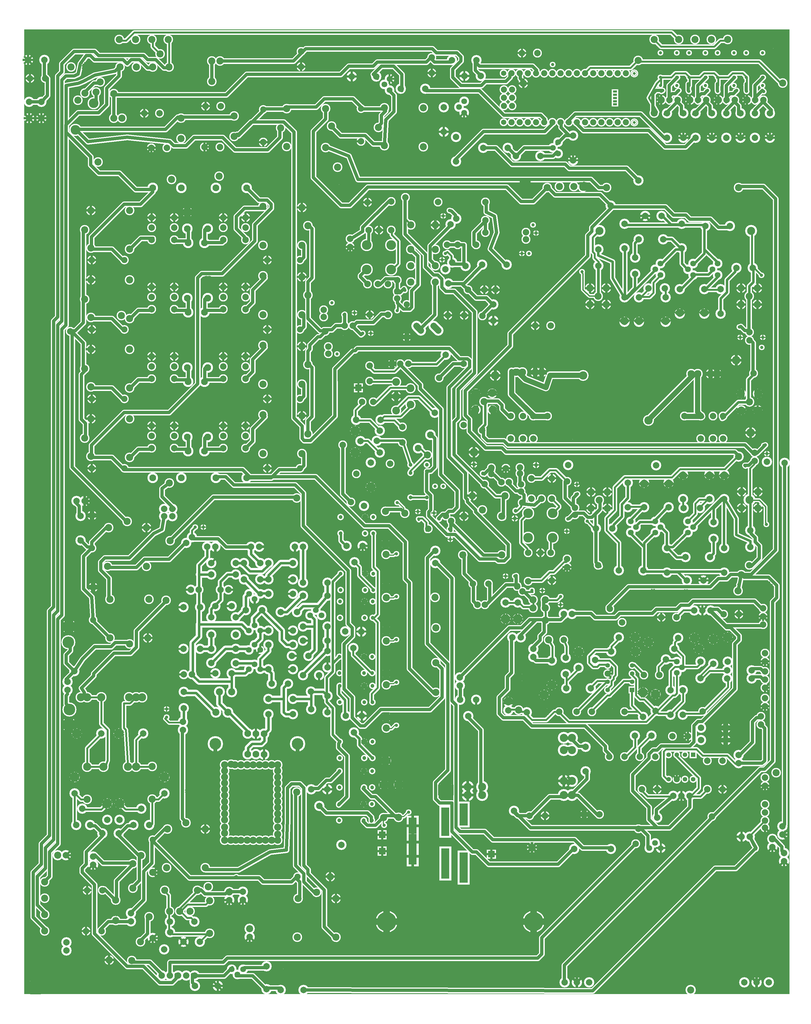
<source format=gbr>
%FSLAX34Y34*%
%MOMM*%
%LNCOPPER_BOTTOM*%
G71*
G01*
%ADD10C,3.200*%
%ADD11C,3.000*%
%ADD12C,1.600*%
%ADD13C,3.000*%
%ADD14C,2.800*%
%ADD15C,4.700*%
%ADD16C,1.400*%
%ADD17C,1.800*%
%ADD18C,1.200*%
%ADD19C,3.700*%
%ADD20C,7.800*%
%ADD21C,3.400*%
%ADD22C,3.100*%
%ADD23C,2.800*%
%ADD24C,2.800*%
%ADD25C,2.400*%
%ADD26C,2.800*%
%ADD27C,2.600*%
%ADD28C,1.700*%
%ADD29C,1.800*%
%ADD30C,2.700*%
%ADD31C,3.200*%
%ADD32C,3.800*%
%ADD33C,3.000*%
%ADD34C,3.200*%
%ADD35C,2.000*%
%ADD36C,1.800*%
%ADD37C,2.200*%
%ADD38C,2.700*%
%ADD39C,3.300*%
%ADD40C,2.900*%
%ADD41C,3.000*%
%ADD42C,4.800*%
%ADD43C,3.300*%
%ADD44C,3.400*%
%ADD45C,2.000*%
%ADD46C,2.600*%
%ADD47C,1.900*%
%ADD48C,1.990*%
%ADD49C,1.800*%
%ADD50C,3.300*%
%ADD51C,6.800*%
%ADD52C,1.300*%
%ADD53C,4.400*%
%ADD54C,4.200*%
%ADD55C,5.200*%
%ADD56C,1.500*%
%ADD57C,0.800*%
%ADD58R,2.070X1.435*%
%ADD59C,2.700*%
%ADD60C,2.450*%
%ADD61C,1.100*%
%ADD62C,4.800*%
%ADD63C,0.733*%
%ADD64C,0.667*%
%ADD65C,3.345*%
%ADD66C,0.813*%
%ADD67C,6.067*%
%ADD68C,6.860*%
%ADD69C,1.403*%
%ADD70C,1.723*%
%ADD71C,1.380*%
%ADD72C,1.427*%
%ADD73C,1.033*%
%ADD74C,1.180*%
%ADD75C,1.220*%
%ADD76C,0.680*%
%ADD77C,1.447*%
%ADD78C,0.767*%
%ADD79C,1.264*%
%ADD80C,1.507*%
%ADD81C,0.646*%
%ADD82C,1.527*%
%ADD83C,1.940*%
%ADD84C,1.408*%
%ADD85C,1.687*%
%ADD86C,2.100*%
%ADD87C,1.967*%
%ADD88C,0.700*%
%ADD89C,0.804*%
%ADD90C,0.672*%
%ADD91C,0.960*%
%ADD92C,2.017*%
%ADD93C,1.487*%
%ADD94C,1.660*%
%ADD95C,0.833*%
%ADD96C,0.333*%
%ADD97C,2.748*%
%ADD98C,2.973*%
%ADD99C,2.200*%
%ADD100C,2.134*%
%ADD101C,3.717*%
%ADD102C,0.600*%
%ADD103C,3.419*%
%ADD104C,0.867*%
%ADD105C,0.400*%
%ADD106C,2.000*%
%ADD107C,1.800*%
%ADD108C,2.200*%
%ADD109C,4.500*%
%ADD110C,1.000*%
%ADD111C,2.500*%
%ADD112C,7.000*%
%ADD113C,2.600*%
%ADD114C,2.300*%
%ADD115C,2.000*%
%ADD116C,2.000*%
%ADD117C,0.900*%
%ADD118C,1.000*%
%ADD119C,1.900*%
%ADD120C,3.000*%
%ADD121C,2.200*%
%ADD122C,2.400*%
%ADD123C,1.200*%
%ADD124C,1.000*%
%ADD125C,1.400*%
%ADD126C,1.900*%
%ADD127C,2.100*%
%ADD128C,2.100*%
%ADD129C,2.200*%
%ADD130C,3.600*%
%ADD131C,2.100*%
%ADD132C,2.200*%
%ADD133C,1.500*%
%ADD134C,0.790*%
%ADD135C,1.000*%
%ADD136C,6.000*%
%ADD137C,0.500*%
%ADD138C,3.600*%
%ADD139C,4.000*%
%ADD140C,5.000*%
%ADD141C,0.000*%
%ADD142R,1.270X0.635*%
%ADD143C,1.900*%
%ADD144C,1.650*%
%ADD145C,0.300*%
%ADD146C,4.600*%
%LPD*%
G36*
X-1367473Y1293738D02*
X1012527Y1293738D01*
X1012527Y-1706262D01*
X-1367473Y-1706262D01*
X-1367473Y1293738D01*
G37*
%LPC*%
X499372Y612809D02*
G54D10*
D03*
X499422Y689059D02*
G54D10*
D03*
X418378Y609409D02*
G54D10*
D03*
X418491Y558428D02*
G54D10*
D03*
X532678Y584009D02*
G54D10*
D03*
X532790Y533028D02*
G54D10*
D03*
X499388Y384209D02*
G54D10*
D03*
X499438Y460459D02*
G54D10*
D03*
X620109Y640823D02*
G54D10*
D03*
X543859Y640873D02*
G54D10*
D03*
X545068Y460459D02*
G54D10*
D03*
X545018Y384209D02*
G54D10*
D03*
X677171Y612808D02*
G54D10*
D03*
X677221Y689058D02*
G54D10*
D03*
X574503Y488293D02*
G54D10*
D03*
X672068Y485859D02*
G54D10*
D03*
X672018Y409609D02*
G54D10*
D03*
X748268Y485859D02*
G54D10*
D03*
X748218Y409609D02*
G54D10*
D03*
X799068Y485859D02*
G54D10*
D03*
X799018Y409609D02*
G54D10*
D03*
X898539Y551904D02*
G54D10*
D03*
X847558Y551791D02*
G54D10*
D03*
X827084Y682627D02*
G54D10*
D03*
X750834Y682677D02*
G54D10*
D03*
X611743Y565234D02*
G54D11*
D03*
X595843Y547659D02*
G54D11*
D03*
X611777Y530043D02*
G54D11*
D03*
X713343Y565234D02*
G54D11*
D03*
X697443Y547659D02*
G54D11*
D03*
X713377Y530043D02*
G54D11*
D03*
X789542Y565234D02*
G54D11*
D03*
X773642Y547659D02*
G54D11*
D03*
X789578Y530043D02*
G54D11*
D03*
G54D12*
X499438Y460459D02*
X500593Y457384D01*
X500593Y609784D01*
X499372Y612809D01*
G54D12*
X677221Y689058D02*
X678393Y685984D01*
X500593Y685984D01*
X499422Y689059D01*
G54D12*
X543859Y640873D02*
X545043Y641534D01*
X532343Y628834D01*
X532343Y584384D01*
X532678Y584009D01*
G54D12*
X499438Y460459D02*
X500593Y457384D01*
X532343Y489134D01*
X532343Y533584D01*
X532791Y533028D01*
G54D12*
X595843Y547659D02*
X595843Y546284D01*
X506943Y457384D01*
X500593Y457384D01*
X499438Y460459D01*
G54D12*
X713378Y530043D02*
X716493Y527234D01*
X672043Y482784D01*
X672068Y485859D01*
G54D12*
X697443Y547659D02*
X697443Y546284D01*
X678393Y565334D01*
X678393Y609784D01*
X677172Y612808D01*
G54D12*
X713343Y565234D02*
X716493Y565334D01*
X748242Y597084D01*
X748242Y679634D01*
X750834Y682677D01*
G54D12*
X677172Y612808D02*
X678393Y609784D01*
X646643Y641534D01*
X621243Y641534D01*
X620109Y640823D01*
G54D12*
X789542Y565234D02*
X792692Y565334D01*
X748242Y609784D01*
X748242Y679634D01*
X750834Y682677D01*
G54D12*
X847558Y551791D02*
X849842Y552634D01*
X843492Y546284D01*
X843492Y539934D01*
X818092Y514534D01*
X818092Y476434D01*
X799042Y457384D01*
X799042Y406584D01*
X799018Y409609D01*
G54D12*
X789578Y530043D02*
X792692Y527234D01*
X748242Y482784D01*
X748268Y485859D01*
G54D12*
X611743Y565234D02*
X614893Y565334D01*
X659343Y609784D01*
X678393Y609784D01*
X677172Y612808D01*
G54D12*
X750834Y682677D02*
X748242Y679634D01*
X741892Y685984D01*
X678393Y685984D01*
X677221Y689058D01*
X392643Y489134D02*
G54D13*
D03*
X443443Y489134D02*
G54D13*
D03*
X418043Y463734D02*
G54D13*
D03*
X443443Y438334D02*
G54D13*
D03*
X392643Y438334D02*
G54D13*
D03*
X862542Y489134D02*
G54D13*
D03*
X913342Y489134D02*
G54D13*
D03*
X887942Y463734D02*
G54D13*
D03*
X913342Y438334D02*
G54D13*
D03*
X862542Y438334D02*
G54D13*
D03*
G54D12*
X418043Y463734D02*
X418043Y558984D01*
X418491Y558428D01*
G54D12*
X499438Y460459D02*
X500593Y457384D01*
X462493Y520884D01*
X462493Y571684D01*
X418043Y590734D01*
X418043Y609784D01*
X418379Y609409D01*
G54D12*
X887149Y463734D02*
X887149Y495484D01*
X899849Y508184D01*
X899849Y552634D01*
X897746Y551903D01*
X564069Y713443D02*
G54D10*
D03*
X615049Y713556D02*
G54D10*
D03*
G54D12*
X773642Y547659D02*
X773642Y544684D01*
X760942Y531984D01*
X716493Y531984D01*
X713378Y530043D01*
X499388Y384209D02*
G54D14*
D03*
X545018Y384209D02*
G54D14*
D03*
X672018Y409609D02*
G54D14*
D03*
X748218Y409609D02*
G54D14*
D03*
X499388Y384209D02*
G54D14*
D03*
X374966Y743828D02*
G54D15*
D03*
X625303Y488293D02*
G54D10*
D03*
X627618Y460459D02*
G54D10*
D03*
X627568Y384209D02*
G54D10*
D03*
G54D16*
X611778Y530043D02*
X614893Y531984D01*
X589493Y506584D01*
X589493Y474834D01*
X576793Y462134D01*
X545043Y462134D01*
X545068Y460459D01*
G54D16*
X574503Y488293D02*
X576793Y487534D01*
X551393Y462134D01*
X545043Y462134D01*
X545068Y460459D01*
G54D16*
X627618Y460459D02*
X627593Y462134D01*
X627593Y487534D01*
X625303Y488293D01*
G54D12*
X615049Y713556D02*
X618093Y712934D01*
X643493Y687534D01*
X675243Y687534D01*
X677221Y689058D01*
X456618Y745609D02*
G54D10*
D03*
G54D16*
X799068Y485859D02*
X800442Y484434D01*
X750442Y484434D01*
X748268Y485859D01*
X367843Y539834D02*
G54D17*
D03*
G54D18*
X367843Y539834D02*
X365443Y539434D01*
X370443Y534434D01*
X370443Y484434D01*
X390443Y464434D01*
X420443Y464434D01*
X418043Y463734D01*
X545018Y384209D02*
G54D14*
D03*
X627568Y384209D02*
G54D14*
D03*
X672018Y409609D02*
G54D14*
D03*
X748218Y409609D02*
G54D14*
D03*
X934799Y743034D02*
G54D15*
D03*
X374966Y385052D02*
G54D15*
D03*
X934164Y386640D02*
G54D15*
D03*
X424993Y666834D02*
G54D17*
D03*
X421817Y666834D02*
G54D19*
D03*
G54D16*
X421817Y666834D02*
X419655Y666040D01*
X400605Y646990D01*
X400605Y602540D01*
X406955Y596190D01*
X406955Y583490D01*
X419655Y570790D01*
X419655Y462840D01*
X418043Y463734D01*
X893542Y666834D02*
G54D19*
D03*
G54D16*
X888542Y666834D02*
X889555Y666040D01*
X895905Y659690D01*
X895905Y551740D01*
X898539Y551904D01*
X507593Y77593D02*
G54D20*
D03*
X437743Y217294D02*
G54D20*
D03*
X371068Y217293D02*
G54D21*
D03*
X574268Y77593D02*
G54D21*
D03*
X162193Y227393D02*
G54D22*
D03*
X242193Y227393D02*
G54D23*
D03*
X707193Y222393D02*
G54D23*
D03*
X787193Y222393D02*
G54D23*
D03*
X242193Y227393D02*
G54D22*
D03*
X707193Y222393D02*
G54D22*
D03*
X787193Y222393D02*
G54D13*
D03*
X182193Y227393D02*
G54D22*
D03*
X222193Y227393D02*
G54D22*
D03*
X727193Y222394D02*
G54D22*
D03*
X767193Y222393D02*
G54D22*
D03*
X37768Y111063D02*
G54D13*
D03*
X37768Y161863D02*
G54D13*
D03*
X63168Y136463D02*
G54D13*
D03*
X88568Y161864D02*
G54D13*
D03*
X88568Y111063D02*
G54D13*
D03*
X37768Y109793D02*
G54D24*
D03*
X88568Y109793D02*
G54D14*
D03*
X863268Y109793D02*
G54D13*
D03*
X863268Y160593D02*
G54D13*
D03*
X888668Y135193D02*
G54D13*
D03*
X914068Y160593D02*
G54D13*
D03*
X914068Y109793D02*
G54D13*
D03*
X863268Y109793D02*
G54D24*
D03*
X914068Y109793D02*
G54D14*
D03*
G54D25*
X162193Y227393D02*
X166393Y231094D01*
X191793Y205693D01*
X255293Y180294D01*
X267993Y218393D01*
X369593Y218393D01*
X371068Y217293D01*
G54D25*
X707193Y222393D02*
X712493Y218393D01*
X572793Y78693D01*
X574268Y77593D01*
X736726Y21156D02*
G54D26*
D03*
X736726Y91006D02*
G54D26*
D03*
X806576Y21156D02*
G54D26*
D03*
X806576Y91006D02*
G54D26*
D03*
X774826Y91006D02*
G54D26*
D03*
X774826Y21156D02*
G54D26*
D03*
X806576Y21156D02*
G54D14*
D03*
X806576Y91006D02*
G54D14*
D03*
X146175Y21156D02*
G54D26*
D03*
X146175Y91006D02*
G54D26*
D03*
X216025Y21156D02*
G54D26*
D03*
X216026Y91006D02*
G54D26*
D03*
X184275Y91006D02*
G54D26*
D03*
X184275Y21156D02*
G54D26*
D03*
X216026Y21156D02*
G54D14*
D03*
X216026Y91006D02*
G54D14*
D03*
G54D25*
X216026Y91006D02*
X218668Y90293D01*
X148818Y160143D01*
X148818Y229993D01*
X149493Y227393D01*
X787193Y222393D02*
G54D22*
D03*
X260476Y91006D02*
G54D24*
D03*
G54D25*
X254126Y91006D02*
X256768Y90293D01*
X218668Y90293D01*
X216026Y91006D01*
X685926Y91006D02*
G54D24*
D03*
G54D25*
X685926Y91006D02*
X688568Y90293D01*
X739368Y90294D01*
X736726Y91006D01*
G54D12*
X806576Y84656D02*
X802868Y83943D01*
X853668Y134744D01*
X891768Y134743D01*
X888668Y128843D01*
G54D25*
X736726Y91006D02*
X739368Y90294D01*
X726668Y102993D01*
X726668Y217293D01*
X727193Y222394D01*
X901468Y224118D02*
G54D24*
D03*
X56918Y46318D02*
G54D24*
D03*
G54D12*
X56918Y46318D02*
X53568Y52193D01*
X66268Y64893D01*
X66268Y141093D01*
X63168Y135193D01*
G54D12*
X895118Y224118D02*
X898118Y229993D01*
X898118Y217294D01*
X885418Y204593D01*
X885418Y141094D01*
X882318Y135193D01*
X37768Y160593D02*
G54D14*
D03*
X88568Y160594D02*
G54D14*
D03*
X863268Y160593D02*
G54D14*
D03*
X914068Y160593D02*
G54D14*
D03*
X914068Y109793D02*
G54D14*
D03*
X374966Y-92785D02*
G54D15*
D03*
X934799Y-93578D02*
G54D15*
D03*
X374966Y-451560D02*
G54D15*
D03*
X934164Y-449972D02*
G54D15*
D03*
X888542Y-169778D02*
G54D19*
D03*
X-225858Y547294D02*
G54D27*
D03*
X-225857Y623494D02*
G54D27*
D03*
X-302057Y547294D02*
G54D27*
D03*
X-225858Y547294D02*
G54D27*
D03*
X-302058Y623494D02*
G54D27*
D03*
X-302057Y547294D02*
G54D27*
D03*
X-225857Y623494D02*
G54D27*
D03*
X-302057Y623494D02*
G54D27*
D03*
X-225945Y758517D02*
G54D26*
D03*
X-225945Y669617D02*
G54D26*
D03*
X-264045Y669617D02*
G54D26*
D03*
X-295795Y669617D02*
G54D26*
D03*
X-235588Y406727D02*
G54D26*
D03*
X-299088Y501977D02*
G54D26*
D03*
X-267338Y501977D02*
G54D26*
D03*
X-235588Y501977D02*
G54D26*
D03*
G54D28*
X-295796Y669617D02*
X-295708Y667944D01*
X-295708Y629844D01*
X-302058Y623494D01*
G54D29*
X-302057Y547294D02*
X-321108Y528244D01*
X-321108Y523996D01*
X-299088Y501977D01*
G54D29*
X-346068Y646167D02*
X-314318Y665217D01*
X-314318Y677917D01*
X-231768Y760467D01*
X-232295Y758517D01*
X-207106Y514266D02*
G54D26*
D03*
G54D29*
X-207105Y514266D02*
X-204232Y512053D01*
X-210582Y518403D01*
X-242332Y518403D01*
X-261382Y499353D01*
X-267732Y499353D01*
X-267338Y501977D01*
X-299088Y755977D02*
G54D26*
D03*
X-181495Y771217D02*
G54D26*
D03*
X-19067Y623528D02*
G54D26*
D03*
X38083Y623528D02*
G54D26*
D03*
X66783Y699728D02*
G54D26*
D03*
X66783Y756878D02*
G54D26*
D03*
X5733Y557904D02*
G54D10*
D03*
X-48219Y504022D02*
G54D10*
D03*
X5733Y557904D02*
G54D14*
D03*
X133508Y561956D02*
G54D10*
D03*
X57259Y562006D02*
G54D10*
D03*
X133508Y561956D02*
G54D14*
D03*
X12683Y483828D02*
G54D26*
D03*
X63483Y483828D02*
G54D26*
D03*
G54D29*
X57259Y562006D02*
X57183Y560028D01*
X33Y502878D01*
X-50767Y502878D01*
X-48219Y504022D01*
G54D29*
X12683Y483828D02*
X12733Y483828D01*
X-6317Y502878D01*
X-50767Y502878D01*
X-48219Y504022D01*
G54D29*
X5733Y557904D02*
X6383Y560028D01*
X33Y566378D01*
X33Y623528D01*
X-19067Y623528D01*
X63483Y483828D02*
G54D26*
D03*
X92090Y387722D02*
G54D10*
D03*
X91978Y438702D02*
G54D10*
D03*
X92090Y387722D02*
G54D10*
D03*
G54D29*
X91978Y438702D02*
X88933Y439378D01*
X69883Y458428D01*
X38133Y458428D01*
X12733Y483828D01*
X12683Y483828D01*
G54D29*
X66783Y699728D02*
X69883Y699728D01*
X31783Y661628D01*
X31783Y623528D01*
X31733Y623528D01*
G54D29*
X133509Y561956D02*
X133383Y560028D01*
X82583Y610828D01*
X101583Y661628D01*
X95283Y712428D01*
X69883Y725128D01*
X69883Y750528D01*
X66783Y750528D01*
X66783Y661628D02*
G54D26*
D03*
G54D29*
X66783Y661628D02*
X66783Y699728D01*
X98533Y483828D02*
G54D26*
D03*
X-52087Y623528D02*
G54D26*
D03*
G54D29*
X-52087Y623528D02*
X-50817Y623528D01*
X-12717Y623528D01*
X-19067Y623528D01*
X-41167Y687028D02*
G54D26*
D03*
X-164863Y685532D02*
G54D13*
D03*
X-88663Y685532D02*
G54D13*
D03*
X-164863Y609332D02*
G54D13*
D03*
X-164863Y558532D02*
G54D13*
D03*
X-164863Y507732D02*
G54D13*
D03*
X-88663Y609332D02*
G54D13*
D03*
X-88663Y558532D02*
G54D13*
D03*
X-88663Y507732D02*
G54D13*
D03*
X-177364Y337170D02*
G54D30*
D03*
X-177364Y438770D02*
G54D30*
D03*
X-177364Y337170D02*
G54D14*
D03*
X-88663Y685532D02*
G54D26*
D03*
X57588Y402729D02*
G54D26*
D03*
X1368Y404974D02*
G54D26*
D03*
X1368Y404974D02*
G54D26*
D03*
X-49432Y404974D02*
G54D26*
D03*
G54D16*
X-164862Y685532D02*
X-161918Y684267D01*
X-180968Y703317D01*
X-180968Y773167D01*
X-181495Y771217D01*
G54D29*
X-164862Y609333D02*
X-161918Y608067D01*
X-142868Y589017D01*
X-142868Y500117D01*
X-161918Y481067D01*
X-161918Y430267D01*
X-168268Y423917D01*
X-187318Y423917D01*
X-206368Y442967D01*
X-206895Y456892D01*
G54D29*
X-88662Y558533D02*
X-85718Y557267D01*
X-104768Y576317D01*
X-104768Y620767D01*
X-41268Y684267D01*
X-41167Y687027D01*
G54D31*
X-79248Y357252D02*
X-93390Y371394D01*
G54D31*
X-133223Y357252D02*
X-147365Y371394D01*
X-353457Y642228D02*
G54D24*
D03*
X-353457Y616828D02*
G54D24*
D03*
X-80407Y756528D02*
G54D24*
D03*
X-302058Y623494D02*
G54D32*
D03*
X-302057Y547294D02*
G54D32*
D03*
X-225858Y547294D02*
G54D32*
D03*
X-225857Y623494D02*
G54D32*
D03*
G54D16*
X-225857Y547294D02*
X-223997Y546378D01*
X-204947Y565428D01*
X-204947Y635278D01*
X-223997Y654328D01*
X-223997Y667028D01*
X-225945Y669617D01*
G54D29*
X-137119Y364323D02*
X-135097Y362228D01*
X-90647Y406678D01*
X-90647Y508278D01*
X-88662Y507733D01*
X200222Y-210908D02*
G54D27*
D03*
X200221Y-287108D02*
G54D27*
D03*
X276421Y-210908D02*
G54D27*
D03*
X200222Y-210908D02*
G54D27*
D03*
X276422Y-287108D02*
G54D27*
D03*
X276422Y-210908D02*
G54D27*
D03*
X200221Y-287108D02*
G54D27*
D03*
X276422Y-287108D02*
G54D27*
D03*
X200309Y-422131D02*
G54D26*
D03*
X200309Y-333231D02*
G54D26*
D03*
X238409Y-333231D02*
G54D26*
D03*
X270159Y-333231D02*
G54D26*
D03*
X273453Y-102091D02*
G54D26*
D03*
X209953Y-102091D02*
G54D26*
D03*
X273452Y-165591D02*
G54D26*
D03*
X241703Y-165591D02*
G54D26*
D03*
X209953Y-165591D02*
G54D26*
D03*
G54D16*
X270160Y-333231D02*
X270071Y-331558D01*
X270072Y-293458D01*
X276422Y-287108D01*
G54D16*
X276421Y-210908D02*
X295472Y-191858D01*
X295472Y-187610D01*
X273452Y-165591D01*
X181470Y-177880D02*
G54D26*
D03*
G54D29*
X181469Y-177880D02*
X178596Y-175667D01*
X184946Y-182017D01*
X219871Y-185192D01*
X241703Y-165591D01*
X242096Y-162967D01*
X241703Y-165591D01*
X273452Y-419591D02*
G54D26*
D03*
X321472Y-378867D02*
G54D24*
D03*
X321472Y-353467D02*
G54D24*
D03*
X321472Y-112167D02*
G54D24*
D03*
G54D16*
X321472Y-353467D02*
X324252Y-356091D01*
X317902Y-362441D01*
X311552Y-362441D01*
X279802Y-394191D01*
X267102Y-394191D01*
X241702Y-419591D01*
X197252Y-419591D01*
X200310Y-422131D01*
G54D16*
X321472Y-112167D02*
X324252Y-114791D01*
X286152Y-76691D01*
X267102Y-76691D01*
X241702Y-102091D01*
X209952Y-102091D01*
X276422Y-287108D02*
G54D32*
D03*
X276421Y-210908D02*
G54D32*
D03*
X200222Y-210908D02*
G54D32*
D03*
X200221Y-287108D02*
G54D32*
D03*
G54D16*
X200222Y-210908D02*
X197646Y-213767D01*
X178596Y-232817D01*
X178596Y-302667D01*
X197646Y-321717D01*
X197646Y-334417D01*
X200309Y-333231D01*
X-2787Y-340489D02*
G54D13*
D03*
X387Y-219839D02*
G54D13*
D03*
X117863Y-340489D02*
G54D13*
D03*
X117863Y-219839D02*
G54D13*
D03*
X57538Y-200376D02*
G54D13*
D03*
X387Y-219839D02*
G54D33*
D03*
X26234Y-156258D02*
G54D13*
D03*
X127834Y-156258D02*
G54D13*
D03*
X215134Y-480398D02*
G54D13*
D03*
X215134Y-505798D02*
G54D13*
D03*
X253234Y-505798D02*
G54D13*
D03*
X253234Y-543898D02*
G54D13*
D03*
X167729Y-488404D02*
G54D10*
D03*
X167842Y-539384D02*
G54D10*
D03*
X167729Y-488404D02*
G54D26*
D03*
X167841Y-539385D02*
G54D26*
D03*
G54D16*
X215134Y-505798D02*
X215968Y-504779D01*
X215968Y-479380D01*
X215134Y-480398D01*
G54D16*
X253234Y-543898D02*
X254068Y-542880D01*
X254068Y-517480D01*
X253234Y-518497D01*
G54D16*
X167729Y-488404D02*
X171912Y-489455D01*
X184612Y-502156D01*
X210012Y-502156D01*
X215134Y-505798D01*
X129629Y-488404D02*
G54D10*
D03*
X129741Y-539384D02*
G54D10*
D03*
X129629Y-488404D02*
G54D26*
D03*
X129741Y-539385D02*
G54D26*
D03*
G54D16*
X129629Y-488404D02*
X133812Y-489455D01*
X171912Y-489455D01*
X167729Y-488404D01*
X253234Y-480398D02*
G54D13*
D03*
G54D29*
X253234Y-480398D02*
X248112Y-476755D01*
X248112Y-502156D01*
X253234Y-505798D01*
X64201Y-120448D02*
G54D26*
D03*
X26234Y-156258D02*
G54D13*
D03*
G54D16*
X64200Y-120448D02*
X67230Y-119772D01*
X67230Y-126122D01*
X98980Y-157872D01*
X130730Y-157872D01*
X127834Y-156258D01*
X-165808Y178041D02*
G54D34*
D03*
X-165808Y127241D02*
G54D34*
D03*
X-210258Y152642D02*
G54D34*
D03*
X-210258Y108191D02*
G54D34*
D03*
X-210258Y197091D02*
G54D34*
D03*
X-197558Y254241D02*
G54D26*
D03*
X-222958Y254241D02*
G54D26*
D03*
X-172158Y254242D02*
G54D26*
D03*
X-258643Y79616D02*
G54D10*
D03*
X-334893Y79666D02*
G54D10*
D03*
X-337585Y45356D02*
G54D10*
D03*
X-261335Y45306D02*
G54D10*
D03*
X-321651Y13880D02*
G54D10*
D03*
X-270671Y13992D02*
G54D10*
D03*
X-292808Y247979D02*
G54D26*
D03*
X-292808Y200179D02*
G54D26*
D03*
X-289198Y-53646D02*
G54D10*
D03*
X-289248Y-129896D02*
G54D10*
D03*
X-229308Y-104708D02*
G54D26*
D03*
X-229308Y-56909D02*
G54D26*
D03*
X-316752Y135135D02*
G54D26*
D03*
X-281652Y135136D02*
G54D26*
D03*
X-191208Y9591D02*
G54D26*
D03*
X-191208Y57392D02*
G54D26*
D03*
X-337530Y-22291D02*
G54D10*
D03*
X-261280Y-22341D02*
G54D10*
D03*
X-90333Y101286D02*
G54D10*
D03*
X-337585Y45356D02*
G54D26*
D03*
X-337530Y-22290D02*
G54D26*
D03*
X-229308Y-104708D02*
G54D26*
D03*
X-289248Y-129896D02*
G54D26*
D03*
G54D16*
X-292808Y241629D02*
X-292108Y242811D01*
X-279408Y230112D01*
X-215908Y230111D01*
X-196858Y249162D01*
X-196858Y255512D01*
X-197558Y254241D01*
G54D16*
X-292808Y206529D02*
X-292108Y204712D01*
X-285758Y198362D01*
X-209558Y198362D01*
X-210258Y197091D01*
G54D16*
X-275302Y135136D02*
X-273058Y134862D01*
X-228608Y179312D01*
X-165108Y179311D01*
X-165808Y178041D01*
G54D16*
X-258643Y79616D02*
X-260358Y77711D01*
X-247658Y90412D01*
X-196858Y90412D01*
X-165108Y122161D01*
X-165108Y128512D01*
X-165808Y127241D01*
G54D16*
X-310402Y135135D02*
X-311158Y134862D01*
X-336558Y109461D01*
X-336558Y77712D01*
X-334893Y79666D01*
G54D16*
X-261335Y45306D02*
X-260358Y45962D01*
X-292108Y77712D01*
X-336558Y77712D01*
X-334893Y79666D01*
G54D16*
X-191208Y51042D02*
X-190508Y52312D01*
X-215908Y77712D01*
X-260358Y77711D01*
X-258643Y79616D01*
G54D16*
X-191208Y15941D02*
X-190508Y14211D01*
X-273058Y14211D01*
X-270671Y13992D01*
G54D16*
X-261280Y-22341D02*
X-260358Y-23889D01*
X-298458Y14211D01*
X-323858Y14211D01*
X-321651Y13880D01*
G36*
X-313858Y193311D02*
X-313858Y165311D01*
X-341858Y165311D01*
X-341858Y193311D01*
X-313858Y193311D01*
G37*
X-115008Y-60170D02*
G54D35*
D03*
X-115008Y-85570D02*
G54D36*
D03*
X-165808Y-60171D02*
G54D36*
D03*
X-165808Y-85571D02*
G54D35*
D03*
X-115008Y-161771D02*
G54D36*
D03*
X-165808Y-161771D02*
G54D36*
D03*
X-112976Y-29405D02*
G54D13*
D03*
G54D16*
X-165808Y-60171D02*
X-191208Y16029D01*
X-273758Y16030D01*
X-270671Y13992D01*
G54D16*
X-90333Y101286D02*
X-89608Y98579D01*
X-140408Y149380D01*
X-172158Y149379D01*
X-210258Y111279D01*
X-210258Y108191D01*
X-110812Y-259379D02*
G54D24*
D03*
G54D16*
X-165808Y-161771D02*
X-115008Y-161771D01*
X-165808Y-60171D02*
G54D35*
D03*
X-115008Y-161771D02*
G54D35*
D03*
X-165808Y-161771D02*
G54D35*
D03*
G36*
X512105Y-771509D02*
X512105Y-749509D01*
X534105Y-749509D01*
X534105Y-771509D01*
X512105Y-771509D01*
G37*
X523105Y-735109D02*
G54D37*
D03*
X523105Y-709709D02*
G54D37*
D03*
X523105Y-684309D02*
G54D37*
D03*
X446906Y-684309D02*
G54D37*
D03*
X446906Y-709709D02*
G54D37*
D03*
X446906Y-735109D02*
G54D37*
D03*
X446906Y-760509D02*
G54D37*
D03*
X446906Y-709709D02*
G54D38*
D03*
X818856Y-725148D02*
G54D10*
D03*
X818856Y-699648D02*
G54D10*
D03*
X248866Y-828484D02*
G54D26*
D03*
X273761Y-744899D02*
G54D10*
D03*
X273811Y-668649D02*
G54D10*
D03*
X138569Y-823491D02*
G54D10*
D03*
X138569Y-797991D02*
G54D10*
D03*
X680826Y-761207D02*
G54D10*
D03*
X680776Y-837458D02*
G54D10*
D03*
X680826Y-761207D02*
G54D26*
D03*
X742710Y-779140D02*
G54D26*
D03*
X742710Y-826940D02*
G54D26*
D03*
X642725Y-761207D02*
G54D10*
D03*
X642676Y-837458D02*
G54D10*
D03*
X642726Y-761207D02*
G54D26*
D03*
X662381Y-707434D02*
G54D11*
D03*
X678281Y-689859D02*
G54D11*
D03*
X662346Y-672243D02*
G54D11*
D03*
X735754Y-672640D02*
G54D10*
D03*
X735866Y-723621D02*
G54D10*
D03*
X735754Y-672641D02*
G54D26*
D03*
X730824Y-632513D02*
G54D10*
D03*
X654574Y-632463D02*
G54D10*
D03*
X730824Y-632513D02*
G54D26*
D03*
X717791Y-598541D02*
G54D10*
D03*
X666811Y-598653D02*
G54D10*
D03*
X717790Y-598540D02*
G54D26*
D03*
X596054Y-774240D02*
G54D10*
D03*
X596166Y-825221D02*
G54D10*
D03*
X596054Y-774241D02*
G54D26*
D03*
X742710Y-779140D02*
G54D26*
D03*
X730824Y-632513D02*
G54D26*
D03*
X717791Y-598541D02*
G54D26*
D03*
X776076Y-602457D02*
G54D10*
D03*
X776026Y-678708D02*
G54D10*
D03*
X776076Y-602457D02*
G54D26*
D03*
X776076Y-602457D02*
G54D26*
D03*
X596054Y-774240D02*
G54D26*
D03*
X560016Y-714184D02*
G54D26*
D03*
X607816Y-714184D02*
G54D26*
D03*
X574260Y-611785D02*
G54D10*
D03*
X628142Y-665738D02*
G54D10*
D03*
X574261Y-611784D02*
G54D26*
D03*
X574261Y-611785D02*
G54D26*
D03*
X534199Y-640684D02*
G54D10*
D03*
X457949Y-640634D02*
G54D10*
D03*
X481702Y-596758D02*
G54D10*
D03*
X532682Y-596646D02*
G54D10*
D03*
X481702Y-596758D02*
G54D26*
D03*
X534199Y-640684D02*
G54D26*
D03*
X532683Y-596646D02*
G54D26*
D03*
X350466Y-828484D02*
G54D26*
D03*
X398266Y-828484D02*
G54D26*
D03*
X248866Y-828484D02*
G54D26*
D03*
X296666Y-828484D02*
G54D26*
D03*
X452066Y-828484D02*
G54D26*
D03*
X499866Y-828484D02*
G54D26*
D03*
X452066Y-828484D02*
G54D26*
D03*
X557001Y-767557D02*
G54D10*
D03*
X556951Y-843808D02*
G54D10*
D03*
X557001Y-767557D02*
G54D26*
D03*
X394499Y-754984D02*
G54D10*
D03*
X318249Y-754934D02*
G54D10*
D03*
X394499Y-754984D02*
G54D26*
D03*
X316920Y-711110D02*
G54D10*
D03*
X316808Y-660130D02*
G54D10*
D03*
X316920Y-711110D02*
G54D26*
D03*
X316808Y-660129D02*
G54D26*
D03*
X357181Y-642234D02*
G54D34*
D03*
X408113Y-667218D02*
G54D34*
D03*
X357067Y-692117D02*
G54D34*
D03*
X357181Y-642234D02*
G54D26*
D03*
X263165Y-604816D02*
G54D26*
D03*
X310965Y-604816D02*
G54D26*
D03*
X273761Y-744899D02*
G54D26*
D03*
G54D16*
X742710Y-826940D02*
X744931Y-828084D01*
X821131Y-751884D01*
X821131Y-726484D01*
X818855Y-725148D01*
G54D16*
X735866Y-723621D02*
X738581Y-726484D01*
X763981Y-701084D01*
X821131Y-701084D01*
X818855Y-699648D01*
G54D16*
X742710Y-826940D02*
X744931Y-828084D01*
X738581Y-834434D01*
X681431Y-834434D01*
X680776Y-837457D01*
G54D16*
X642676Y-837457D02*
X643331Y-834434D01*
X681431Y-796334D01*
X681431Y-758234D01*
X680826Y-761207D01*
G54D16*
X596166Y-825221D02*
X598881Y-828084D01*
X605231Y-834434D01*
X643331Y-834434D01*
X642676Y-837457D01*
G54D16*
X296666Y-828484D02*
X294081Y-828084D01*
X325831Y-859834D01*
X567131Y-859834D01*
X598881Y-828084D01*
X596166Y-825221D01*
G54D16*
X596166Y-825221D02*
X598881Y-828084D01*
X560781Y-789984D01*
X548081Y-789984D01*
X535381Y-777284D01*
X535381Y-726484D01*
X522681Y-713784D01*
X522681Y-707434D01*
X523105Y-709709D01*
G54D16*
X556951Y-843807D02*
X554431Y-840784D01*
X541731Y-828084D01*
X497281Y-828084D01*
X499866Y-828484D01*
G54D16*
X398266Y-828484D02*
X395681Y-828084D01*
X446481Y-777284D01*
X452831Y-777284D01*
X497281Y-732834D01*
X522681Y-732834D01*
X523106Y-735109D01*
G54D16*
X350466Y-828484D02*
X351231Y-828084D01*
X446481Y-732834D01*
X446906Y-735109D01*
G54D16*
X394499Y-754984D02*
X395681Y-751884D01*
X414731Y-732834D01*
X446481Y-732834D01*
X446906Y-735109D01*
G54D16*
X408113Y-667218D02*
X408381Y-669334D01*
X452831Y-669334D01*
X471881Y-688384D01*
X471881Y-713784D01*
X465531Y-720134D01*
X465531Y-726484D01*
X459181Y-732834D01*
X459181Y-745534D01*
X446481Y-758234D01*
X446906Y-760509D01*
G54D16*
X457949Y-640634D02*
X459181Y-637584D01*
X408381Y-637584D01*
X389331Y-656634D01*
X389331Y-675684D01*
X402031Y-688384D01*
X414731Y-688384D01*
X421081Y-682034D01*
X446481Y-682034D01*
X446905Y-684309D01*
G54D16*
X481703Y-596758D02*
X484581Y-599484D01*
X459181Y-624884D01*
X459181Y-637584D01*
X457949Y-640634D01*
G54D16*
X560016Y-714184D02*
X560781Y-713784D01*
X529031Y-682034D01*
X522681Y-682034D01*
X523105Y-684309D01*
G54D16*
X628142Y-665737D02*
X630631Y-662984D01*
X605231Y-688384D01*
X605231Y-713784D01*
X607816Y-714184D01*
G54D16*
X628142Y-665737D02*
X630631Y-662984D01*
X636981Y-669334D01*
X662381Y-669334D01*
X662346Y-672243D01*
G54D16*
X735754Y-672641D02*
X738581Y-675684D01*
X725881Y-688384D01*
X681431Y-688384D01*
X678281Y-689859D01*
G54D16*
X654574Y-632463D02*
X656031Y-631234D01*
X681431Y-656634D01*
X681431Y-688384D01*
X678281Y-689859D01*
G54D16*
X776026Y-678707D02*
X776681Y-675684D01*
X738581Y-713784D01*
X738581Y-726484D01*
X735866Y-723621D01*
G54D16*
X666811Y-598653D02*
X668731Y-599484D01*
X656031Y-612184D01*
X656031Y-631234D01*
X654574Y-632463D01*
G54D16*
X556951Y-843807D02*
X554431Y-840784D01*
X522681Y-809034D01*
X522681Y-758234D01*
X523105Y-760509D01*
G54D16*
X316920Y-711109D02*
X319481Y-713784D01*
X319481Y-751884D01*
X318249Y-754934D01*
G54D16*
X310965Y-604816D02*
X319481Y-624884D01*
X319481Y-662984D01*
X316808Y-660129D01*
G54D16*
X263165Y-604816D02*
X275031Y-624884D01*
X275031Y-669334D01*
X273811Y-668649D01*
X249643Y-775696D02*
G54D10*
D03*
X195691Y-829578D02*
G54D10*
D03*
X249643Y-775697D02*
G54D26*
D03*
G54D16*
X200994Y-840685D02*
X198831Y-840784D01*
X211531Y-853484D01*
X255981Y-853484D01*
X281381Y-828084D01*
X294081Y-828084D01*
X296666Y-828484D01*
X820467Y-596203D02*
G54D26*
D03*
X263165Y-604816D02*
G54D13*
D03*
X170291Y-721628D02*
G54D13*
D03*
X170290Y-823228D02*
G54D13*
D03*
X170291Y-721628D02*
G54D13*
D03*
X138569Y-797991D02*
G54D13*
D03*
G54D16*
X170291Y-823228D02*
X173431Y-821734D01*
X179781Y-828084D01*
X198831Y-828084D01*
X195691Y-829578D01*
G54D16*
X170291Y-823228D02*
X173431Y-821734D01*
X141681Y-821734D01*
X138569Y-823491D01*
X820467Y-596203D02*
G54D10*
D03*
X820417Y-672453D02*
G54D10*
D03*
X820468Y-596203D02*
G54D26*
D03*
G54D16*
X596166Y-825221D02*
X598881Y-828084D01*
X649681Y-777284D01*
X656031Y-777284D01*
X662381Y-770934D01*
X662381Y-707434D01*
G54D16*
X678281Y-689859D02*
X681431Y-688384D01*
X656031Y-688384D01*
X643331Y-701084D01*
X643331Y-758234D01*
X642726Y-761207D01*
G54D16*
X357067Y-692117D02*
X357581Y-694734D01*
X319481Y-732834D01*
X319481Y-751884D01*
X318249Y-754934D01*
X820467Y-596203D02*
G54D26*
D03*
X776076Y-602457D02*
G54D26*
D03*
X717791Y-598541D02*
G54D26*
D03*
X730824Y-632513D02*
G54D26*
D03*
X574260Y-611785D02*
G54D26*
D03*
X534199Y-640684D02*
G54D26*
D03*
X532683Y-596646D02*
G54D26*
D03*
X742710Y-779140D02*
G54D26*
D03*
X357181Y-642234D02*
G54D26*
D03*
X452066Y-828484D02*
G54D26*
D03*
X248866Y-828484D02*
G54D26*
D03*
X249643Y-775697D02*
G54D26*
D03*
X273761Y-744899D02*
G54D26*
D03*
X170291Y-721628D02*
G54D26*
D03*
X895106Y-725198D02*
G54D10*
D03*
X818856Y-725148D02*
G54D10*
D03*
X895105Y-699698D02*
G54D10*
D03*
X818856Y-699648D02*
G54D10*
D03*
X-900799Y-8858D02*
G54D26*
D03*
X-970649Y-8858D02*
G54D26*
D03*
X-900799Y60992D02*
G54D26*
D03*
X-970649Y60992D02*
G54D26*
D03*
X-970649Y29242D02*
G54D26*
D03*
X-900799Y29242D02*
G54D26*
D03*
X-857390Y-17629D02*
G54D39*
D03*
X-806410Y-17517D02*
G54D39*
D03*
X-678549Y-8858D02*
G54D26*
D03*
X-748399Y-8858D02*
G54D26*
D03*
X-678549Y60992D02*
G54D26*
D03*
X-748399Y60992D02*
G54D26*
D03*
X-748399Y29242D02*
G54D26*
D03*
X-678549Y29242D02*
G54D26*
D03*
X-796326Y26469D02*
G54D10*
D03*
X-796439Y77449D02*
G54D10*
D03*
X-859826Y26469D02*
G54D10*
D03*
X-859939Y77449D02*
G54D10*
D03*
G54D29*
X-796326Y26469D02*
X-799199Y29242D01*
X-805549Y22892D01*
X-805549Y-15208D01*
X-806409Y-17517D01*
G54D29*
X-859826Y26469D02*
X-862699Y29242D01*
X-856349Y22892D01*
X-856349Y-15208D01*
X-857390Y-17629D01*
X-678550Y60992D02*
G54D14*
D03*
X-748399Y60992D02*
G54D14*
D03*
X-796438Y77450D02*
G54D40*
D03*
X-859939Y77450D02*
G54D14*
D03*
X-900799Y60992D02*
G54D14*
D03*
X-970649Y60992D02*
G54D14*
D03*
X-859826Y26469D02*
G54D39*
D03*
X-859939Y77449D02*
G54D39*
D03*
X-796439Y77449D02*
G54D39*
D03*
X-796326Y26469D02*
G54D39*
D03*
X-624336Y95434D02*
G54D13*
D03*
X-503686Y92260D02*
G54D13*
D03*
X-624336Y-25216D02*
G54D13*
D03*
X-503686Y-25216D02*
G54D13*
D03*
X-484874Y35109D02*
G54D13*
D03*
X-610829Y-71496D02*
G54D30*
D03*
X-509229Y-71495D02*
G54D30*
D03*
X-503686Y92260D02*
G54D13*
D03*
X-1039330Y-37304D02*
G54D13*
D03*
X-1159980Y-34130D02*
G54D13*
D03*
X-1039330Y83346D02*
G54D13*
D03*
X-1159980Y83346D02*
G54D13*
D03*
X-1178793Y23021D02*
G54D13*
D03*
X-1159980Y-34130D02*
G54D13*
D03*
X-1159980Y83346D02*
G54D13*
D03*
X-1156929Y-71496D02*
G54D30*
D03*
X-1055329Y-71495D02*
G54D30*
D03*
X-610829Y-71496D02*
G54D26*
D03*
X-1156929Y-71496D02*
G54D26*
D03*
G54D29*
X-509229Y-71496D02*
X-510576Y-75132D01*
X-497876Y-62432D01*
X-497876Y-24332D01*
X-503686Y-25216D01*
G54D29*
X-748399Y-8858D02*
X-751876Y-11632D01*
X-802676Y-11632D01*
X-806409Y-17516D01*
G54D29*
X-857390Y-17628D02*
X-853476Y-11632D01*
X-904276Y-11632D01*
X-900799Y-8858D01*
G54D29*
X-1055329Y-71496D02*
X-1056676Y-75132D01*
X-1094776Y-37032D01*
X-1158276Y-37032D01*
X-1159980Y-34130D01*
X-900799Y207042D02*
G54D26*
D03*
X-970649Y207042D02*
G54D26*
D03*
X-900799Y276892D02*
G54D26*
D03*
X-970649Y276892D02*
G54D26*
D03*
X-970649Y245142D02*
G54D26*
D03*
X-900799Y245142D02*
G54D26*
D03*
X-857390Y198271D02*
G54D39*
D03*
X-806410Y198383D02*
G54D39*
D03*
X-678549Y207042D02*
G54D26*
D03*
X-748399Y207042D02*
G54D26*
D03*
X-678549Y276892D02*
G54D26*
D03*
X-748399Y276892D02*
G54D26*
D03*
X-748399Y245142D02*
G54D26*
D03*
X-678549Y245142D02*
G54D26*
D03*
X-796326Y242369D02*
G54D10*
D03*
X-796439Y293350D02*
G54D10*
D03*
X-859826Y242369D02*
G54D10*
D03*
X-859939Y293349D02*
G54D10*
D03*
G54D29*
X-796326Y242369D02*
X-799199Y245142D01*
X-805549Y238792D01*
X-805549Y200692D01*
X-806409Y198383D01*
G54D29*
X-859826Y242369D02*
X-862699Y245142D01*
X-856349Y238792D01*
X-856349Y200692D01*
X-857390Y198271D01*
X-678550Y276892D02*
G54D14*
D03*
X-748399Y276892D02*
G54D14*
D03*
X-796438Y293350D02*
G54D40*
D03*
X-859939Y293350D02*
G54D14*
D03*
X-900799Y276892D02*
G54D14*
D03*
X-970649Y276892D02*
G54D14*
D03*
X-859826Y242369D02*
G54D39*
D03*
X-859939Y293349D02*
G54D39*
D03*
X-796439Y293350D02*
G54D39*
D03*
X-796326Y242369D02*
G54D39*
D03*
X-624336Y311334D02*
G54D13*
D03*
X-503686Y308160D02*
G54D13*
D03*
X-624336Y190684D02*
G54D13*
D03*
X-503686Y190684D02*
G54D13*
D03*
X-484874Y251009D02*
G54D13*
D03*
X-610829Y144404D02*
G54D30*
D03*
X-509229Y144405D02*
G54D30*
D03*
X-503686Y308160D02*
G54D13*
D03*
X-1039330Y178596D02*
G54D13*
D03*
X-1159980Y181770D02*
G54D13*
D03*
X-1039330Y299246D02*
G54D13*
D03*
X-1159980Y299246D02*
G54D13*
D03*
X-1178793Y238921D02*
G54D13*
D03*
X-1159980Y181769D02*
G54D13*
D03*
X-1159980Y299246D02*
G54D13*
D03*
X-1156929Y144404D02*
G54D30*
D03*
X-1055329Y144405D02*
G54D30*
D03*
X-610829Y144404D02*
G54D26*
D03*
X-1156929Y144404D02*
G54D26*
D03*
G54D29*
X-509229Y144404D02*
X-510576Y140768D01*
X-497876Y153468D01*
X-497876Y191568D01*
X-503686Y190684D01*
G54D29*
X-748399Y207042D02*
X-751876Y204268D01*
X-802676Y204268D01*
X-806409Y198383D01*
G54D29*
X-857390Y198271D02*
X-853476Y204268D01*
X-904276Y204268D01*
X-900799Y207042D01*
G54D29*
X-1055329Y144404D02*
X-1056676Y140768D01*
X-1094776Y178868D01*
X-1158276Y178868D01*
X-1159980Y181769D01*
X-900799Y422942D02*
G54D26*
D03*
X-970649Y422942D02*
G54D26*
D03*
X-900799Y492792D02*
G54D26*
D03*
X-970649Y492792D02*
G54D26*
D03*
X-970649Y461042D02*
G54D26*
D03*
X-900799Y461042D02*
G54D26*
D03*
X-857390Y414171D02*
G54D39*
D03*
X-806410Y414283D02*
G54D39*
D03*
X-678549Y422942D02*
G54D26*
D03*
X-748399Y422942D02*
G54D26*
D03*
X-678549Y492792D02*
G54D26*
D03*
X-748399Y492792D02*
G54D26*
D03*
X-748399Y461042D02*
G54D26*
D03*
X-678549Y461042D02*
G54D26*
D03*
X-796326Y458269D02*
G54D10*
D03*
X-796439Y509250D02*
G54D10*
D03*
X-859826Y458269D02*
G54D10*
D03*
X-859939Y509250D02*
G54D10*
D03*
G54D29*
X-796326Y458269D02*
X-799199Y461042D01*
X-805549Y454692D01*
X-805549Y416592D01*
X-806409Y414283D01*
G54D29*
X-859826Y458269D02*
X-862699Y461042D01*
X-856349Y454692D01*
X-856349Y416592D01*
X-857390Y414171D01*
X-678550Y492792D02*
G54D14*
D03*
X-748399Y492792D02*
G54D14*
D03*
X-796438Y509250D02*
G54D40*
D03*
X-859939Y509250D02*
G54D14*
D03*
X-900799Y492792D02*
G54D14*
D03*
X-970649Y492792D02*
G54D14*
D03*
X-859826Y458269D02*
G54D39*
D03*
X-859939Y509250D02*
G54D39*
D03*
X-796439Y509250D02*
G54D39*
D03*
X-796326Y458269D02*
G54D39*
D03*
X-624336Y527234D02*
G54D13*
D03*
X-503686Y524060D02*
G54D13*
D03*
X-624336Y406584D02*
G54D13*
D03*
X-503686Y406584D02*
G54D13*
D03*
X-484874Y466909D02*
G54D13*
D03*
X-610829Y360304D02*
G54D30*
D03*
X-509229Y360304D02*
G54D30*
D03*
X-503686Y524060D02*
G54D13*
D03*
X-1039330Y394496D02*
G54D13*
D03*
X-1159980Y397670D02*
G54D13*
D03*
X-1039330Y515146D02*
G54D13*
D03*
X-1159980Y515146D02*
G54D13*
D03*
X-1178793Y454821D02*
G54D13*
D03*
X-1159980Y397670D02*
G54D13*
D03*
X-1159980Y515146D02*
G54D13*
D03*
X-1156929Y360304D02*
G54D30*
D03*
X-1055329Y360304D02*
G54D30*
D03*
X-610829Y360304D02*
G54D26*
D03*
X-1156929Y360304D02*
G54D26*
D03*
G54D29*
X-509229Y360304D02*
X-510576Y356668D01*
X-497876Y369368D01*
X-497876Y407468D01*
X-503686Y406584D01*
G54D29*
X-748399Y422942D02*
X-751876Y420168D01*
X-802676Y420168D01*
X-806409Y414284D01*
G54D29*
X-857390Y414171D02*
X-853476Y420168D01*
X-904276Y420168D01*
X-900799Y422942D01*
G54D29*
X-1055329Y360304D02*
X-1056676Y356668D01*
X-1094776Y394768D01*
X-1158276Y394768D01*
X-1159980Y397670D01*
X-900799Y638842D02*
G54D26*
D03*
X-970649Y638842D02*
G54D26*
D03*
X-900799Y708692D02*
G54D26*
D03*
X-970649Y708692D02*
G54D26*
D03*
X-970649Y676942D02*
G54D26*
D03*
X-900799Y676942D02*
G54D26*
D03*
X-857390Y630071D02*
G54D39*
D03*
X-806410Y630183D02*
G54D39*
D03*
X-678549Y638842D02*
G54D26*
D03*
X-748399Y638842D02*
G54D26*
D03*
X-678549Y708692D02*
G54D26*
D03*
X-748399Y708692D02*
G54D26*
D03*
X-748399Y676942D02*
G54D26*
D03*
X-678549Y676942D02*
G54D26*
D03*
X-796326Y674169D02*
G54D10*
D03*
X-796439Y725150D02*
G54D10*
D03*
X-859826Y674169D02*
G54D10*
D03*
X-859939Y725149D02*
G54D10*
D03*
G54D29*
X-796326Y674169D02*
X-799199Y676942D01*
X-805549Y670592D01*
X-805549Y632492D01*
X-806409Y630183D01*
G54D29*
X-859826Y674169D02*
X-862699Y676942D01*
X-856349Y670592D01*
X-856349Y632492D01*
X-857390Y630071D01*
X-678550Y708692D02*
G54D14*
D03*
X-748399Y708692D02*
G54D14*
D03*
X-796438Y725150D02*
G54D40*
D03*
X-859939Y725150D02*
G54D14*
D03*
X-900799Y708692D02*
G54D14*
D03*
X-970649Y708692D02*
G54D14*
D03*
X-859826Y674169D02*
G54D39*
D03*
X-859939Y725149D02*
G54D39*
D03*
X-796439Y725149D02*
G54D39*
D03*
X-796326Y674169D02*
G54D39*
D03*
X-624336Y743134D02*
G54D13*
D03*
X-503686Y739960D02*
G54D13*
D03*
X-624336Y622484D02*
G54D13*
D03*
X-503686Y622484D02*
G54D13*
D03*
X-484874Y682809D02*
G54D13*
D03*
X-610829Y576204D02*
G54D30*
D03*
X-509229Y576204D02*
G54D30*
D03*
X-503686Y739960D02*
G54D13*
D03*
X-1039330Y610396D02*
G54D13*
D03*
X-1159980Y613570D02*
G54D13*
D03*
X-1039330Y731046D02*
G54D13*
D03*
X-1159980Y731046D02*
G54D13*
D03*
X-1178793Y670721D02*
G54D13*
D03*
X-1159980Y613570D02*
G54D13*
D03*
X-1159980Y731046D02*
G54D13*
D03*
X-1156929Y576204D02*
G54D30*
D03*
X-1055329Y576204D02*
G54D30*
D03*
X-610829Y576204D02*
G54D26*
D03*
X-1156929Y576204D02*
G54D26*
D03*
G54D29*
X-509229Y576204D02*
X-510576Y572568D01*
X-497876Y585268D01*
X-497876Y623368D01*
X-503686Y622484D01*
G54D29*
X-857390Y630072D02*
X-853476Y636068D01*
X-904276Y636068D01*
X-900799Y638842D01*
G54D29*
X-1055329Y576204D02*
X-1056676Y572568D01*
X-1094776Y610668D01*
X-1158276Y610668D01*
X-1159980Y613570D01*
X-675675Y-100531D02*
G54D39*
D03*
X-675675Y-100531D02*
G54D39*
D03*
X-770925Y-100531D02*
G54D39*
D03*
X-770925Y-100531D02*
G54D39*
D03*
X-878875Y-100531D02*
G54D39*
D03*
X-878875Y-100531D02*
G54D39*
D03*
X-967775Y-100531D02*
G54D39*
D03*
X-967775Y-100531D02*
G54D39*
D03*
G54D29*
X-675675Y-100530D02*
X-675676Y-100532D01*
X-599476Y-100532D01*
X-574076Y-75132D01*
X-510576Y-75132D01*
X-509229Y-71496D01*
G54D29*
X-1055329Y-71496D02*
X-1056676Y-75132D01*
X-688376Y-75132D01*
X-662976Y-100532D01*
X-599476Y-100532D01*
X-574076Y-75132D01*
X-510576Y-75132D01*
X-509229Y-71496D01*
X-675675Y801169D02*
G54D39*
D03*
X-675675Y801169D02*
G54D39*
D03*
X-770925Y801169D02*
G54D39*
D03*
X-770925Y801169D02*
G54D39*
D03*
X-878875Y801169D02*
G54D39*
D03*
X-878875Y801169D02*
G54D39*
D03*
X-967775Y801169D02*
G54D39*
D03*
X-967775Y801169D02*
G54D39*
D03*
G54D29*
X-967775Y801169D02*
X-967776Y801168D01*
X-967776Y788468D01*
X-1005876Y750368D01*
X-1056676Y750368D01*
X-1158276Y648768D01*
X-1158276Y610668D01*
X-1159980Y613570D01*
G54D29*
X-675675Y801170D02*
X-675676Y801168D01*
X-637576Y763068D01*
X-612176Y763068D01*
X-599476Y750368D01*
X-599476Y737668D01*
X-650276Y686868D01*
X-650276Y636068D01*
X-751876Y534468D01*
X-815376Y534468D01*
X-828076Y521768D01*
X-828076Y191568D01*
X-916976Y102668D01*
X-1056676Y102668D01*
X-1158276Y1068D01*
X-1158276Y-37032D01*
X-1159980Y-34130D01*
G54D29*
X-624336Y95434D02*
X-618526Y89968D01*
X-656626Y51868D01*
X-656626Y13768D01*
X-682026Y-11632D01*
X-678549Y-8858D01*
G54D29*
X-624336Y311334D02*
X-618526Y305868D01*
X-656626Y267768D01*
X-656626Y229668D01*
X-682026Y204268D01*
X-678549Y207042D01*
G54D29*
X-624336Y527234D02*
X-618526Y521768D01*
X-656626Y483668D01*
X-656626Y445568D01*
X-682026Y420168D01*
X-678549Y422942D01*
G54D29*
X-624336Y743134D02*
X-618526Y737668D01*
X-682026Y737668D01*
X-707426Y712268D01*
X-707426Y674168D01*
X-682026Y648768D01*
X-682026Y636068D01*
X-678549Y638842D01*
G54D29*
X-1039330Y-37304D02*
X-1037626Y-37032D01*
X-1012226Y-11632D01*
X-974126Y-11632D01*
X-970649Y-8858D01*
G54D29*
X-1039330Y178595D02*
X-1037626Y178868D01*
X-1012226Y204268D01*
X-974126Y204268D01*
X-970649Y207042D01*
G54D29*
X-1039330Y394495D02*
X-1037626Y394768D01*
X-1012226Y420168D01*
X-974126Y420168D01*
X-970649Y422942D01*
G54D29*
X-484873Y251010D02*
X-485176Y255068D01*
X-472476Y242368D01*
X-472476Y89968D01*
X-485176Y77268D01*
X-485176Y39168D01*
X-484873Y35109D01*
G54D29*
X-484873Y682810D02*
X-485176Y686868D01*
X-472476Y674168D01*
X-472476Y521768D01*
X-485176Y509068D01*
X-485176Y470968D01*
X-484873Y466909D01*
G54D29*
X-1178793Y670720D02*
X-1183676Y674168D01*
X-1183676Y458268D01*
X-1178793Y454820D01*
X-1224411Y354639D02*
G54D24*
D03*
X-430661Y354639D02*
G54D24*
D03*
G54D29*
X-430661Y354639D02*
X-428026Y356668D01*
X-447076Y337618D01*
X-453426Y337618D01*
X-478826Y312218D01*
X-478826Y299518D01*
X-485176Y293168D01*
X-485176Y248718D01*
X-484873Y251010D01*
G54D29*
X-430661Y354639D02*
X-434376Y356668D01*
X-447076Y356668D01*
X-485176Y394768D01*
X-485176Y470968D01*
X-484873Y466909D01*
G54D29*
X-1224411Y354639D02*
X-1221776Y356668D01*
X-1183676Y318568D01*
X-1183676Y242368D01*
X-1178793Y238920D01*
G54D29*
X-1224411Y354639D02*
X-1221776Y356668D01*
X-1209076Y356668D01*
X-1183676Y382068D01*
X-1183676Y458268D01*
X-1178793Y454820D01*
X181292Y324728D02*
G54D15*
D03*
X190816Y797802D02*
G54D15*
D03*
X190816Y797803D02*
G54D15*
D03*
X-358458Y324728D02*
G54D15*
D03*
X-371158Y794628D02*
G54D15*
D03*
X-979512Y-478047D02*
G54D13*
D03*
X-982686Y-598697D02*
G54D13*
D03*
X-1100162Y-478047D02*
G54D13*
D03*
X-1100162Y-598697D02*
G54D13*
D03*
X-1039836Y-617510D02*
G54D13*
D03*
X-1107711Y-376178D02*
G54D13*
D03*
X-1104537Y-255528D02*
G54D13*
D03*
X-987062Y-376178D02*
G54D13*
D03*
X-987062Y-255528D02*
G54D13*
D03*
X-1047386Y-236240D02*
G54D13*
D03*
X-1152791Y-440754D02*
G54D30*
D03*
X-1152791Y-542354D02*
G54D30*
D03*
X-1152791Y-440754D02*
G54D26*
D03*
X-1152791Y-440754D02*
G54D13*
D03*
X-1156589Y-217558D02*
G54D30*
D03*
X-1156588Y-319159D02*
G54D30*
D03*
X-1156589Y-217558D02*
G54D26*
D03*
X-1156589Y-217558D02*
G54D13*
D03*
X-982686Y-598697D02*
G54D13*
D03*
X-987062Y-255528D02*
G54D13*
D03*
G54D29*
X-1156589Y-319158D02*
X-1157311Y-319297D01*
X-1182711Y-344697D01*
X-1182711Y-446297D01*
X-1157311Y-471697D01*
X-1152791Y-542354D01*
X-1104538Y-255528D02*
G54D13*
D03*
X-987062Y-255528D02*
G54D13*
D03*
G54D29*
X-1152792Y-542354D02*
X-1157312Y-541547D01*
X-1100162Y-598697D01*
G54D29*
X-1104538Y-255528D02*
X-1106512Y-249446D01*
X-1157311Y-300246D01*
X-1157312Y-312947D01*
X-1156589Y-319159D01*
X-1008301Y-169778D02*
G54D15*
D03*
X-55801Y-169778D02*
G54D15*
D03*
X-1008301Y-1068303D02*
G54D15*
D03*
X-55801Y-1071478D02*
G54D15*
D03*
X28254Y-430098D02*
G54D26*
D03*
X76054Y-430098D02*
G54D26*
D03*
X28254Y-430097D02*
G54D26*
D03*
G54D29*
X28254Y-430098D02*
X26352Y-424572D01*
X952Y-399172D01*
X952Y-335672D01*
X-2787Y-340489D01*
X924150Y-842538D02*
G54D24*
D03*
X936850Y-645688D02*
G54D24*
D03*
X936851Y-671088D02*
G54D24*
D03*
X936850Y-1033038D02*
G54D24*
D03*
X936851Y-1058438D02*
G54D24*
D03*
X936850Y-785388D02*
G54D24*
D03*
X936851Y-810788D02*
G54D24*
D03*
X-89768Y-472279D02*
G54D41*
D03*
X-86593Y-567529D02*
G54D41*
D03*
X-86593Y-675479D02*
G54D41*
D03*
X-86593Y-767554D02*
G54D41*
D03*
X-517162Y-928017D02*
G54D42*
D03*
X-772862Y-928117D02*
G54D42*
D03*
X-672138Y-896192D02*
G54D43*
D03*
X-646762Y-896317D02*
G54D43*
D03*
X-621319Y-896292D02*
G54D43*
D03*
X-424057Y-829933D02*
G54D10*
D03*
X-424232Y-778941D02*
G54D10*
D03*
X-721988Y-766067D02*
G54D44*
D03*
X-771388Y-830167D02*
G54D44*
D03*
X-733388Y-830167D02*
G54D44*
D03*
X-760088Y-766067D02*
G54D44*
D03*
G54D45*
X-760162Y-771886D02*
X-760162Y-803636D01*
X-734762Y-829036D01*
X-871262Y-816917D02*
G54D10*
D03*
X-871387Y-766000D02*
G54D10*
D03*
X-607737Y-788342D02*
G54D10*
D03*
X-531488Y-788392D02*
G54D10*
D03*
X-873837Y-885042D02*
G54D10*
D03*
X-873838Y-859542D02*
G54D10*
D03*
G54D45*
X-871262Y-769292D02*
X-833163Y-769292D01*
X-772838Y-829617D01*
G54D45*
X-871262Y-861367D02*
X-871262Y-820092D01*
X-607738Y-835967D02*
G54D10*
D03*
X-531488Y-836017D02*
G54D10*
D03*
X-633138Y-416867D02*
G54D10*
D03*
X-684054Y-416992D02*
G54D10*
D03*
X-668062Y-461317D02*
G54D11*
D03*
X-650488Y-477217D02*
G54D11*
D03*
X-632872Y-461282D02*
G54D11*
D03*
X-661712Y-315267D02*
G54D10*
D03*
X-636288Y-315217D02*
G54D10*
D03*
X-607738Y-461317D02*
G54D10*
D03*
X-531562Y-461317D02*
G54D10*
D03*
G54D45*
X-610912Y-459842D02*
X-636312Y-459842D01*
X-785538Y-400992D02*
G54D10*
D03*
X-709288Y-401042D02*
G54D10*
D03*
X-626788Y-512117D02*
G54D10*
D03*
X-677704Y-512242D02*
G54D10*
D03*
X-633138Y-575617D02*
G54D11*
D03*
X-650738Y-559717D02*
G54D11*
D03*
X-668328Y-575652D02*
G54D11*
D03*
G54D45*
X-652188Y-559742D02*
X-652188Y-537517D01*
X-626788Y-512117D01*
G54D45*
X-785538Y-400992D02*
X-823638Y-400992D01*
G54D45*
X-607738Y-575617D02*
X-633138Y-575617D01*
X-632762Y-636017D02*
G54D46*
D03*
X-650738Y-620042D02*
G54D11*
D03*
X-668328Y-635977D02*
G54D11*
D03*
G54D45*
X-633138Y-575617D02*
X-633138Y-601017D01*
X-652188Y-620067D01*
X-607738Y-575617D02*
G54D10*
D03*
X-531562Y-575617D02*
G54D10*
D03*
X-633138Y-696317D02*
G54D11*
D03*
X-650738Y-680367D02*
G54D11*
D03*
X-668328Y-696302D02*
G54D11*
D03*
X-785538Y-632767D02*
G54D10*
D03*
X-709288Y-632817D02*
G54D10*
D03*
X-785329Y-676946D02*
G54D10*
D03*
X-709079Y-676996D02*
G54D10*
D03*
G54D45*
X-709338Y-677217D02*
X-652188Y-677217D01*
X-607738Y-696267D02*
G54D10*
D03*
X-531463Y-696317D02*
G54D10*
D03*
G54D45*
X-671238Y-632767D02*
X-709338Y-632767D01*
X-741088Y-632767D01*
X-785538Y-677217D01*
X-546416Y-741057D02*
G54D10*
D03*
X-597333Y-741182D02*
G54D10*
D03*
X-607738Y-620067D02*
G54D10*
D03*
X-531488Y-620117D02*
G54D10*
D03*
G54D47*
X-633138Y-696267D02*
X-633138Y-664517D01*
X-607737Y-639117D01*
X-607738Y-620067D01*
G54D45*
X-607738Y-696267D02*
X-633138Y-696267D01*
X-450462Y-714917D02*
G54D34*
D03*
X-475446Y-765849D02*
G54D34*
D03*
X-500345Y-714802D02*
G54D34*
D03*
X-442638Y-527992D02*
G54D11*
D03*
X-460438Y-512192D02*
G54D11*
D03*
X-477828Y-528027D02*
G54D11*
D03*
X-798238Y-315267D02*
G54D10*
D03*
X-772663Y-315317D02*
G54D10*
D03*
X-499788Y-426392D02*
G54D10*
D03*
X-423538Y-426442D02*
G54D10*
D03*
X-499788Y-467667D02*
G54D10*
D03*
X-423538Y-467717D02*
G54D10*
D03*
G54D45*
X-499788Y-321617D02*
X-499788Y-423217D01*
X-518838Y-518467D02*
G54D10*
D03*
X-569754Y-518592D02*
G54D10*
D03*
G54D45*
X-423588Y-429567D02*
X-423588Y-467667D01*
G54D45*
X-423588Y-467667D02*
X-461688Y-512117D01*
G54D45*
X-452162Y-499417D02*
X-499788Y-499417D01*
X-518838Y-518467D01*
G54D45*
X-569638Y-518467D02*
X-550588Y-518467D01*
X-499788Y-467667D01*
X-499788Y-562917D02*
G54D10*
D03*
X-423538Y-562967D02*
G54D10*
D03*
X-423638Y-689942D02*
G54D10*
D03*
X-423750Y-638962D02*
G54D10*
D03*
X-423588Y-607367D02*
G54D10*
D03*
X-499862Y-607317D02*
G54D10*
D03*
G54D45*
X-423588Y-604192D02*
X-423588Y-559742D01*
X-848988Y-448592D02*
G54D10*
D03*
X-824125Y-448904D02*
G54D11*
D03*
X-820463Y-632767D02*
G54D10*
D03*
X-871438Y-632917D02*
G54D10*
D03*
G54D45*
X-785538Y-632767D02*
X-817288Y-632767D01*
X-785538Y-588317D02*
G54D10*
D03*
X-709288Y-588367D02*
G54D10*
D03*
G54D45*
X-671238Y-575617D02*
X-690288Y-556567D01*
X-823638Y-556567D01*
G54D45*
X-785538Y-632767D02*
X-785538Y-588317D01*
X-722038Y-708967D02*
G54D10*
D03*
X-773012Y-709117D02*
G54D10*
D03*
X-845438Y-712117D02*
G54D11*
D03*
X-870738Y-711817D02*
G54D11*
D03*
X-820463Y-502592D02*
G54D10*
D03*
X-871438Y-502692D02*
G54D10*
D03*
X-499788Y-315267D02*
G54D10*
D03*
X-525262Y-315267D02*
G54D10*
D03*
G54D45*
X-423588Y-639117D02*
X-423588Y-607367D01*
G54D45*
X-531538Y-620067D02*
X-550588Y-620067D01*
X-566462Y-604192D01*
X-566462Y-575617D01*
X-626788Y-515292D01*
X-785538Y-534342D02*
G54D10*
D03*
X-709288Y-534392D02*
G54D10*
D03*
X-722062Y-499392D02*
G54D10*
D03*
X-772962Y-499592D02*
G54D10*
D03*
X-756962Y-448617D02*
G54D11*
D03*
X-732062Y-448917D02*
G54D11*
D03*
G54D29*
X-756962Y-448617D02*
X-756962Y-423217D01*
X-734737Y-400992D01*
X-709338Y-400992D01*
G54D29*
X-756962Y-448617D02*
X-756962Y-480367D01*
X-772838Y-496242D01*
G54D29*
X-785538Y-531167D02*
X-785538Y-508942D01*
X-772838Y-496242D01*
G54D45*
X-709338Y-531167D02*
X-699812Y-531167D01*
X-677588Y-508942D01*
G54D45*
X-823638Y-556567D02*
X-823638Y-594667D01*
X-842688Y-613717D01*
X-842688Y-715317D01*
G54D45*
X-722038Y-766117D02*
X-722038Y-708967D01*
G54D45*
X-423588Y-639117D02*
X-426762Y-639117D01*
X-499788Y-712142D01*
G54D45*
X-671238Y-896292D02*
X-671238Y-889942D01*
X-731562Y-829617D01*
X-607738Y-416867D02*
G54D10*
D03*
X-531562Y-416867D02*
G54D10*
D03*
G54D45*
X-722038Y-734367D02*
X-823638Y-734367D01*
X-842688Y-715317D01*
G54D45*
X-607738Y-835967D02*
X-607738Y-883592D01*
X-620438Y-896292D01*
G54D45*
X-598212Y-740717D02*
X-598212Y-708967D01*
X-610912Y-696267D01*
G54D45*
X-547413Y-743892D02*
X-550588Y-743892D01*
X-560112Y-753417D01*
X-560112Y-829617D01*
X-553762Y-835967D01*
X-537888Y-835967D01*
X-531538Y-835967D01*
G54D45*
X-607737Y-788342D02*
X-560112Y-788342D01*
G54D45*
X-531538Y-788342D02*
X-496612Y-788342D01*
X-474388Y-788342D01*
G54D45*
X-474387Y-766117D02*
X-436288Y-766117D01*
X-423588Y-778817D01*
X-607738Y-366067D02*
G54D10*
D03*
X-531562Y-366017D02*
G54D10*
D03*
X-785562Y-366017D02*
G54D10*
D03*
X-709362Y-366017D02*
G54D10*
D03*
G54D29*
X-823638Y-559742D02*
X-823638Y-372417D01*
X-798238Y-347017D01*
X-798238Y-318442D01*
X-633138Y-366067D02*
G54D10*
D03*
X-684054Y-366192D02*
G54D10*
D03*
G54D45*
X-683938Y-366067D02*
X-709338Y-366067D01*
G54D45*
X-683938Y-366067D02*
X-683938Y-372417D01*
X-664888Y-391467D01*
X-626788Y-391467D01*
X-607738Y-372417D01*
G54D45*
X-633138Y-416867D02*
X-607738Y-416867D01*
X-607737Y-404167D01*
X-569638Y-366067D01*
X-531538Y-366067D01*
G54D45*
X-683938Y-416867D02*
X-680762Y-416867D01*
X-636312Y-461317D01*
G54D45*
X-722038Y-708967D02*
X-680762Y-708967D01*
X-668062Y-696267D01*
G54D45*
X-661712Y-312092D02*
X-661712Y-337492D01*
X-633138Y-366067D01*
X-534438Y-654682D02*
G54D10*
D03*
X-483457Y-654570D02*
G54D10*
D03*
G54D45*
X-499788Y-562917D02*
X-464862Y-562917D01*
G54D45*
X-483912Y-654992D02*
X-464863Y-635942D01*
X-464862Y-540692D01*
X-477562Y-527992D01*
G54D45*
X-677588Y-508942D02*
X-677588Y-470842D01*
X-668062Y-461317D01*
X-474338Y-820142D02*
G54D10*
D03*
G54D45*
X-474387Y-766117D02*
X-474388Y-820092D01*
X-621262Y-960617D02*
G54D43*
D03*
X-646562Y-960417D02*
G54D43*
D03*
X-672050Y-960486D02*
G54D43*
D03*
G54D48*
X-671238Y-959792D02*
X-671237Y-940742D01*
X-658538Y-928042D01*
X-629962Y-928042D01*
X-620438Y-918517D01*
X-620438Y-896292D01*
X-284012Y-971928D02*
G54D36*
D03*
X-309412Y-971928D02*
G54D36*
D03*
X-284012Y-921128D02*
G54D36*
D03*
X-309412Y-921128D02*
G54D36*
D03*
X-385612Y-971928D02*
G54D35*
D03*
X-385613Y-921128D02*
G54D36*
D03*
X-241404Y-980812D02*
G54D13*
D03*
X-241404Y-879212D02*
G54D13*
D03*
X-243388Y-980812D02*
G54D13*
D03*
X-284012Y-798494D02*
G54D36*
D03*
X-309412Y-798493D02*
G54D36*
D03*
X-284012Y-747694D02*
G54D36*
D03*
X-309412Y-747694D02*
G54D36*
D03*
X-385613Y-798494D02*
G54D36*
D03*
X-385613Y-747694D02*
G54D36*
D03*
X-317113Y-841123D02*
G54D34*
D03*
X-342096Y-892056D02*
G54D34*
D03*
X-366995Y-841009D02*
G54D34*
D03*
X-281631Y-449243D02*
G54D36*
D03*
X-307031Y-449244D02*
G54D36*
D03*
X-281631Y-398444D02*
G54D36*
D03*
X-307031Y-398444D02*
G54D36*
D03*
X-383231Y-449244D02*
G54D36*
D03*
X-383231Y-398444D02*
G54D36*
D03*
X-281631Y-273825D02*
G54D36*
D03*
X-307031Y-273825D02*
G54D36*
D03*
X-281631Y-223024D02*
G54D36*
D03*
X-307031Y-223025D02*
G54D36*
D03*
X-383231Y-273824D02*
G54D36*
D03*
X-383231Y-223025D02*
G54D36*
D03*
X-314731Y-312486D02*
G54D34*
D03*
X-339715Y-363418D02*
G54D34*
D03*
X-364614Y-312372D02*
G54D34*
D03*
X-318700Y-578789D02*
G54D34*
D03*
X-343684Y-629721D02*
G54D34*
D03*
X-368583Y-578674D02*
G54D34*
D03*
X-283219Y-535762D02*
G54D36*
D03*
X-308619Y-535762D02*
G54D36*
D03*
X-283219Y-484962D02*
G54D36*
D03*
X-308619Y-484962D02*
G54D36*
D03*
X-384819Y-535762D02*
G54D36*
D03*
X-384819Y-484962D02*
G54D36*
D03*
X-284806Y-708006D02*
G54D36*
D03*
X-310206Y-708006D02*
G54D36*
D03*
X-284806Y-657206D02*
G54D36*
D03*
X-310206Y-657206D02*
G54D36*
D03*
X-386406Y-708006D02*
G54D36*
D03*
X-386406Y-657206D02*
G54D36*
D03*
G54D12*
X-385612Y-921128D02*
X-388662Y-918517D01*
X-407712Y-899467D01*
X-407712Y-816917D01*
X-426762Y-797867D01*
X-426762Y-778817D01*
X-424232Y-778941D01*
G54D12*
X-386406Y-657206D02*
X-388662Y-658167D01*
X-407712Y-677217D01*
X-407712Y-702617D01*
X-426762Y-721667D01*
X-426762Y-778817D01*
X-424232Y-778941D01*
G54D12*
X-383232Y-398443D02*
X-382312Y-397817D01*
X-407712Y-423217D01*
X-407712Y-702617D01*
X-426762Y-721667D01*
X-426762Y-778817D01*
X-424232Y-778941D01*
G54D12*
X-364614Y-312371D02*
X-363262Y-315267D01*
X-382312Y-296217D01*
X-382312Y-270817D01*
X-383232Y-273825D01*
G54D16*
X-339714Y-363418D02*
X-337862Y-366067D01*
X-325162Y-378767D01*
X-325162Y-404167D01*
X-280712Y-448617D01*
X-281632Y-449243D01*
G54D16*
X-283219Y-535762D02*
X-280712Y-537517D01*
X-268012Y-524817D01*
X-268012Y-391467D01*
X-280712Y-378767D01*
X-280712Y-270817D01*
X-281632Y-273825D01*
G54D16*
X-283219Y-535762D02*
X-280712Y-537517D01*
X-268012Y-550217D01*
X-268012Y-753417D01*
X-287062Y-772467D01*
X-287062Y-797867D01*
X-284012Y-798493D01*
G54D16*
X-284806Y-708006D02*
X-287062Y-708967D01*
X-344212Y-651817D01*
X-344212Y-632767D01*
X-343684Y-629721D01*
G54D12*
X-366996Y-841009D02*
X-369612Y-842317D01*
X-369612Y-791517D01*
X-388662Y-772467D01*
X-388662Y-747067D01*
X-385612Y-747693D01*
G54D12*
X-342096Y-892055D02*
X-344212Y-893117D01*
X-325162Y-912167D01*
X-325162Y-931217D01*
X-287062Y-969317D01*
X-284013Y-971928D01*
X-241404Y-845477D02*
G54D13*
D03*
X-241404Y-743877D02*
G54D13*
D03*
X-241404Y-845477D02*
G54D13*
D03*
X-241007Y-709349D02*
G54D13*
D03*
X-241007Y-607749D02*
G54D13*
D03*
X-241007Y-709349D02*
G54D13*
D03*
X-241007Y-574808D02*
G54D13*
D03*
X-241007Y-473208D02*
G54D13*
D03*
X-241007Y-574808D02*
G54D13*
D03*
X-242198Y-440268D02*
G54D13*
D03*
X-242198Y-338668D02*
G54D13*
D03*
X-242198Y-440268D02*
G54D13*
D03*
X-243785Y-306918D02*
G54D13*
D03*
X-243785Y-205318D02*
G54D13*
D03*
X-243785Y-306918D02*
G54D13*
D03*
X-385613Y-921128D02*
G54D35*
D03*
X-309412Y-971928D02*
G54D35*
D03*
X-284012Y-971928D02*
G54D35*
D03*
X-309412Y-921128D02*
G54D35*
D03*
X-284012Y-921128D02*
G54D35*
D03*
X-385613Y-798494D02*
G54D35*
D03*
X-385613Y-747694D02*
G54D35*
D03*
X-309412Y-798493D02*
G54D35*
D03*
X-284012Y-798494D02*
G54D35*
D03*
X-284012Y-747694D02*
G54D35*
D03*
X-309412Y-747694D02*
G54D35*
D03*
X-310206Y-708006D02*
G54D35*
D03*
X-284806Y-708006D02*
G54D35*
D03*
X-284806Y-657206D02*
G54D35*
D03*
X-310206Y-657206D02*
G54D35*
D03*
X-386406Y-708006D02*
G54D35*
D03*
X-386406Y-657206D02*
G54D35*
D03*
X-384819Y-535762D02*
G54D35*
D03*
X-308619Y-535762D02*
G54D35*
D03*
X-384819Y-484962D02*
G54D35*
D03*
X-308619Y-484962D02*
G54D35*
D03*
X-283219Y-484962D02*
G54D35*
D03*
X-283219Y-535762D02*
G54D35*
D03*
X-383231Y-449244D02*
G54D35*
D03*
X-383231Y-398444D02*
G54D35*
D03*
X-307031Y-449244D02*
G54D35*
D03*
X-281631Y-449243D02*
G54D35*
D03*
X-281631Y-398444D02*
G54D35*
D03*
X-307031Y-398444D02*
G54D35*
D03*
X-383231Y-273824D02*
G54D35*
D03*
X-383231Y-223025D02*
G54D35*
D03*
X-307031Y-273825D02*
G54D35*
D03*
X-281631Y-273825D02*
G54D35*
D03*
X-281631Y-223024D02*
G54D35*
D03*
X-307031Y-223025D02*
G54D35*
D03*
X-318700Y-578789D02*
G54D34*
D03*
X-314732Y-312486D02*
G54D34*
D03*
X-285997Y-1165601D02*
G54D36*
D03*
X-311397Y-1165601D02*
G54D36*
D03*
X-285997Y-1114801D02*
G54D36*
D03*
X-311397Y-1114801D02*
G54D36*
D03*
X-387597Y-1165601D02*
G54D35*
D03*
X-387597Y-1114801D02*
G54D36*
D03*
X-387597Y-1114801D02*
G54D35*
D03*
X-311397Y-1165601D02*
G54D35*
D03*
X-285997Y-1165601D02*
G54D35*
D03*
X-311397Y-1114801D02*
G54D35*
D03*
X-285997Y-1114801D02*
G54D35*
D03*
X-424666Y-1069723D02*
G54D34*
D03*
X-449649Y-1120656D02*
G54D34*
D03*
X-474548Y-1069609D02*
G54D34*
D03*
X-249249Y-1056112D02*
G54D13*
D03*
X-249250Y-1157711D02*
G54D13*
D03*
X-247265Y-1056111D02*
G54D13*
D03*
X-203211Y-1054921D02*
G54D13*
D03*
X-203211Y-1156521D02*
G54D13*
D03*
X-201227Y-1054921D02*
G54D13*
D03*
X-285204Y-1063207D02*
G54D36*
D03*
X-310604Y-1063207D02*
G54D36*
D03*
X-285204Y-1012407D02*
G54D36*
D03*
X-310604Y-1012407D02*
G54D36*
D03*
X-386804Y-1063208D02*
G54D35*
D03*
X-386804Y-1012407D02*
G54D36*
D03*
X-386804Y-1012407D02*
G54D35*
D03*
X-310604Y-1063207D02*
G54D35*
D03*
X-285204Y-1063207D02*
G54D35*
D03*
X-310604Y-1012407D02*
G54D35*
D03*
X-285204Y-1012407D02*
G54D35*
D03*
G54D29*
X-449649Y-1120656D02*
X-452956Y-1117748D01*
X-427556Y-1143148D01*
X-300556Y-1143148D01*
X-287856Y-1155848D01*
X-287856Y-1168548D01*
X-285997Y-1165601D01*
G54D29*
X-387597Y-1114801D02*
X-389456Y-1117748D01*
X-364056Y-1092348D01*
X-364056Y-965348D01*
X-389456Y-939948D01*
X-389456Y-927248D01*
X-385612Y-921128D01*
G54D29*
X-386803Y-1012407D02*
X-389456Y-1016148D01*
X-414856Y-1041548D01*
X-427556Y-1041548D01*
X-452956Y-1066948D01*
X-478356Y-1066948D01*
X-474548Y-1069610D01*
G54D29*
X-310603Y-1063208D02*
X-313256Y-1066948D01*
X-287856Y-1092348D01*
X-275156Y-1092348D01*
X-211656Y-1155848D01*
X-198956Y-1155848D01*
X-203211Y-1156520D01*
G54D29*
X-249249Y-1157712D02*
X-249756Y-1155848D01*
X-275156Y-1181248D01*
X-300556Y-1181248D01*
X-313256Y-1168548D01*
X-311397Y-1165601D01*
X-519703Y-163285D02*
G54D41*
D03*
X-519703Y-1077685D02*
G54D41*
D03*
X-712068Y-992979D02*
G54D13*
D03*
X-578718Y-1126329D02*
G54D13*
D03*
X-578718Y-1107279D02*
G54D13*
D03*
X-578718Y-1088229D02*
G54D13*
D03*
X-578718Y-1069179D02*
G54D13*
D03*
X-578718Y-1050129D02*
G54D13*
D03*
X-578718Y-1031079D02*
G54D13*
D03*
X-578718Y-1012029D02*
G54D13*
D03*
X-578718Y-992979D02*
G54D13*
D03*
X-578718Y-1145379D02*
G54D13*
D03*
X-578718Y-1164429D02*
G54D13*
D03*
X-578718Y-1164429D02*
G54D13*
D03*
X-673968Y-992979D02*
G54D13*
D03*
X-654918Y-992979D02*
G54D13*
D03*
X-635868Y-992979D02*
G54D13*
D03*
X-616818Y-992979D02*
G54D13*
D03*
X-597768Y-992979D02*
G54D13*
D03*
X-693018Y-992979D02*
G54D13*
D03*
X-712068Y-992979D02*
G54D13*
D03*
X-578718Y-992979D02*
G54D13*
D03*
X-913403Y-296635D02*
G54D13*
D03*
G54D29*
X-913403Y-296635D02*
X-918443Y-300829D01*
X-778743Y-161129D01*
X-524743Y-161129D01*
X-519703Y-163285D01*
G54D29*
X-86593Y-767554D02*
X-92943Y-770729D01*
X-169143Y-694529D01*
X-169143Y-427829D01*
X-181843Y-415129D01*
X-181843Y-300829D01*
X-232643Y-250029D01*
X-308843Y-250029D01*
X-461243Y-97629D01*
X-677143Y-97629D01*
X-675675Y-100531D01*
G54D29*
X-86593Y-675479D02*
X-67543Y-694529D01*
X-67543Y-783429D01*
X-105643Y-821529D01*
X-258043Y-821529D01*
X-308843Y-872329D01*
X-321543Y-872329D01*
X-346943Y-846929D01*
X-346943Y-783429D01*
X-372343Y-758029D01*
X-372343Y-618329D01*
X-346943Y-592929D01*
X-346943Y-567529D01*
X-359643Y-554829D01*
X-359643Y-389729D01*
X-499343Y-250029D01*
X-499343Y-148429D01*
X-524743Y-123029D01*
X-715243Y-123029D01*
X-740643Y-97629D01*
X-766043Y-97629D01*
X-770925Y-100531D01*
X-183787Y-211078D02*
G54D13*
D03*
G54D29*
X-183787Y-211078D02*
X-181843Y-211929D01*
X-194543Y-199229D01*
X-245343Y-199229D01*
X-243785Y-205318D01*
G54D29*
X-203211Y-1156521D02*
X-207243Y-1151729D01*
X-245343Y-1151729D01*
X-249249Y-1157711D01*
X-292738Y406727D02*
G54D26*
D03*
G54D29*
X-430661Y354639D02*
X-435843Y359571D01*
X-410443Y359571D01*
X-397743Y372271D01*
X-370408Y372754D01*
G54D29*
X176903Y-596758D02*
X173757Y-592929D01*
X224557Y-542129D01*
X249957Y-542129D01*
X253234Y-543898D01*
X176903Y-596758D02*
G54D10*
D03*
X151328Y-596708D02*
G54D10*
D03*
X216009Y-632474D02*
G54D10*
D03*
X215959Y-658048D02*
G54D10*
D03*
X336612Y-524480D02*
G54D10*
D03*
X311038Y-524430D02*
G54D10*
D03*
G54D29*
X216009Y-632473D02*
X211857Y-631029D01*
X237257Y-605629D01*
X237257Y-592929D01*
X249957Y-580229D01*
X249957Y-542129D01*
X253234Y-543898D01*
G54D29*
X215959Y-658048D02*
X211857Y-656429D01*
X224557Y-669129D01*
X275357Y-669129D01*
X273811Y-668649D01*
G54D29*
X311037Y-524430D02*
X313457Y-529429D01*
X300757Y-542129D01*
X249957Y-542129D01*
X253234Y-543898D01*
G54D29*
X127834Y-156258D02*
X122957Y-161129D01*
X122957Y-224629D01*
X117863Y-219839D01*
X854550Y-988326D02*
G54D10*
D03*
X854550Y-962826D02*
G54D10*
D03*
G36*
X724203Y-972836D02*
X702203Y-972836D01*
X702203Y-950836D01*
X724203Y-950836D01*
X724203Y-972836D01*
G37*
X687802Y-961836D02*
G54D37*
D03*
X662403Y-961836D02*
G54D37*
D03*
X637003Y-961836D02*
G54D37*
D03*
X637003Y-1038036D02*
G54D37*
D03*
X662402Y-1038036D02*
G54D37*
D03*
X687802Y-1038036D02*
G54D37*
D03*
X713203Y-1038035D02*
G54D37*
D03*
X662402Y-1038036D02*
G54D38*
D03*
X601001Y-1157338D02*
G54D10*
D03*
X651360Y-1089959D02*
G54D10*
D03*
X676859Y-1089960D02*
G54D10*
D03*
X676858Y-1089959D02*
G54D10*
D03*
X702359Y-1089959D02*
G54D10*
D03*
X804844Y-1069163D02*
G54D26*
D03*
X757044Y-1069162D02*
G54D26*
D03*
X601644Y-1069162D02*
G54D26*
D03*
X553844Y-1069163D02*
G54D26*
D03*
X804844Y-980263D02*
G54D26*
D03*
X757044Y-980263D02*
G54D26*
D03*
X814369Y-916563D02*
G54D10*
D03*
X738119Y-916513D02*
G54D10*
D03*
X814369Y-878463D02*
G54D10*
D03*
X738118Y-878413D02*
G54D10*
D03*
X814369Y-878463D02*
G54D26*
D03*
X696894Y-904062D02*
G54D26*
D03*
X649094Y-904062D02*
G54D26*
D03*
X547406Y-967563D02*
G54D26*
D03*
X595206Y-967563D02*
G54D26*
D03*
X583309Y-902710D02*
G54D10*
D03*
X532328Y-902822D02*
G54D10*
D03*
X583309Y-902710D02*
G54D26*
D03*
X452156Y-967563D02*
G54D26*
D03*
X499956Y-967563D02*
G54D26*
D03*
G54D16*
X757044Y-1069162D02*
X755226Y-1072213D01*
X736176Y-1091263D01*
X704426Y-1091262D01*
X702359Y-1089960D01*
G54D16*
X702359Y-1089960D02*
X704426Y-1091262D01*
X729826Y-1065862D01*
X729826Y-1034112D01*
X659976Y-964263D01*
X662403Y-961836D01*
G54D16*
X553844Y-1069163D02*
X552026Y-1072213D01*
X571076Y-1091263D01*
X653626Y-1091262D01*
X651360Y-1089958D01*
G54D16*
X637003Y-1038036D02*
X634576Y-1040462D01*
X621876Y-1027763D01*
X621876Y-951563D01*
X628226Y-945213D01*
X723476Y-945213D01*
X742526Y-964263D01*
X818726Y-964262D01*
X844126Y-989663D01*
X856826Y-989663D01*
X854550Y-988326D01*
G54D16*
X583309Y-902710D02*
X583776Y-900762D01*
X545676Y-938862D01*
X545676Y-970612D01*
X547406Y-967563D01*
G54D16*
X499956Y-967563D02*
X501226Y-970613D01*
X532976Y-938862D01*
X532976Y-900762D01*
X532328Y-902822D01*
X814369Y-878463D02*
G54D10*
D03*
X924150Y-867938D02*
G54D24*
D03*
G54D29*
X854551Y-962826D02*
X859557Y-961229D01*
X897657Y-923129D01*
X897657Y-859629D01*
X910357Y-846929D01*
X923057Y-846929D01*
X924151Y-842538D01*
G54D29*
X854550Y-988326D02*
X927710Y-988326D01*
X935757Y-980279D01*
X935757Y-879544D01*
X924150Y-867938D01*
X936850Y-702838D02*
G54D24*
D03*
X936850Y-728238D02*
G54D24*
D03*
G54D29*
X936851Y-702838D02*
X935757Y-707229D01*
X923057Y-694529D01*
X897657Y-694529D01*
X895105Y-699698D01*
G54D29*
X936851Y-728238D02*
X935757Y-732629D01*
X923057Y-719929D01*
X897657Y-719929D01*
X895105Y-725198D01*
G54D29*
X452156Y-967563D02*
X453157Y-961229D01*
X440457Y-948529D01*
X440457Y-935829D01*
X376957Y-872329D01*
X211857Y-872329D01*
X186457Y-846929D01*
X122957Y-846929D01*
X110257Y-834229D01*
X110257Y-783429D01*
X135657Y-758029D01*
X135657Y-719929D01*
X148357Y-707229D01*
X148357Y-592929D01*
X151328Y-596708D01*
X930500Y-505988D02*
G54D24*
D03*
X930501Y-531388D02*
G54D24*
D03*
X930500Y-556788D02*
G54D24*
D03*
X378356Y-1013672D02*
G54D10*
D03*
X378406Y-937422D02*
G54D10*
D03*
X336092Y-909553D02*
G54D19*
D03*
X336092Y-947653D02*
G54D19*
D03*
X336092Y-1042903D02*
G54D19*
D03*
X336092Y-1087353D02*
G54D19*
D03*
X12242Y-1087353D02*
G54D19*
D03*
X56692Y-1087353D02*
G54D19*
D03*
X310692Y-909553D02*
G54D19*
D03*
X310692Y-947653D02*
G54D19*
D03*
X310692Y-1042903D02*
G54D19*
D03*
X310692Y-1087353D02*
G54D19*
D03*
X12242Y-1061953D02*
G54D19*
D03*
X56692Y-1061953D02*
G54D19*
D03*
G54D29*
X310692Y-909553D02*
X307107Y-910429D01*
X332507Y-910429D01*
X336092Y-909553D01*
G54D29*
X310692Y-947653D02*
X307107Y-942179D01*
X332507Y-942179D01*
X336092Y-947653D01*
G54D29*
X310692Y-1042903D02*
X307107Y-1046954D01*
X332507Y-1046954D01*
X336092Y-1042903D01*
G54D29*
X310692Y-1087353D02*
X307107Y-1088229D01*
X332507Y-1088229D01*
X336092Y-1087353D01*
G54D29*
X310692Y-909553D02*
X307107Y-910429D01*
X332507Y-910429D01*
X336092Y-909553D01*
G54D29*
X56692Y-1061953D02*
X53107Y-1062829D01*
X53107Y-1088229D01*
X56692Y-1087353D01*
G54D29*
X12242Y-1061953D02*
X15007Y-1062829D01*
X15007Y-1088229D01*
X12242Y-1087353D01*
G54D29*
X336092Y-909553D02*
X332507Y-910429D01*
X357907Y-935829D01*
X383307Y-935829D01*
X378406Y-937423D01*
G54D29*
X336092Y-1087353D02*
X332507Y-1088229D01*
X383307Y-1037429D01*
X383307Y-1012029D01*
X378356Y-1013673D01*
X374329Y-1147648D02*
G54D26*
D03*
X422129Y-1147648D02*
G54D26*
D03*
X374329Y-1147648D02*
G54D26*
D03*
G54D29*
X422129Y-1147648D02*
X418232Y-1151729D01*
X354732Y-1088229D01*
X342032Y-1088229D01*
X345617Y-1087353D01*
X38488Y-791117D02*
G54D34*
D03*
X13504Y-842049D02*
G54D34*
D03*
X-11395Y-791002D02*
G54D34*
D03*
X-12594Y-746684D02*
G54D10*
D03*
X-12544Y-721108D02*
G54D10*
D03*
G54D29*
X-12544Y-721109D02*
X-10393Y-719929D01*
X142007Y-567529D01*
X180107Y-567529D01*
X205507Y-542129D01*
X256307Y-542129D01*
X253234Y-543898D01*
G54D29*
X651360Y-1089959D02*
X599207Y-1132679D01*
X599207Y-1158079D01*
X601001Y-1157338D01*
X936850Y-1140988D02*
G54D24*
D03*
X936851Y-1188613D02*
G54D24*
D03*
X936850Y-1115588D02*
G54D24*
D03*
G54D29*
X13504Y-842049D02*
X15007Y-846929D01*
X53107Y-885029D01*
X53107Y-1062829D01*
X56692Y-1061953D01*
X259345Y802143D02*
G54D13*
D03*
X854710Y801974D02*
G54D13*
D03*
X854710Y-34639D02*
G54D13*
D03*
X443495Y802143D02*
G54D13*
D03*
X341895Y805318D02*
G54D13*
D03*
X252394Y-1151712D02*
G54D26*
D03*
X204594Y-1151713D02*
G54D26*
D03*
X156259Y-1136314D02*
G54D10*
D03*
G54D29*
X156259Y-1136314D02*
X154707Y-1139029D01*
X167407Y-1151729D01*
X205507Y-1151729D01*
X204594Y-1151713D01*
X297445Y805318D02*
G54D13*
D03*
X-410580Y443368D02*
G54D49*
D03*
G54D29*
X-12595Y-746683D02*
X-10393Y-751044D01*
X-10393Y-789144D01*
X-11395Y-791003D01*
X767495Y-513455D02*
G54D10*
D03*
X741996Y-513455D02*
G54D10*
D03*
X741996Y-513455D02*
G54D10*
D03*
X716496Y-513455D02*
G54D10*
D03*
X614011Y-534251D02*
G54D26*
D03*
X661810Y-534252D02*
G54D26*
D03*
G54D16*
X661810Y-534252D02*
X663629Y-531201D01*
X682679Y-512151D01*
X714429Y-512152D01*
X716496Y-513454D01*
X855572Y-524726D02*
G54D26*
D03*
X807773Y-524726D02*
G54D26*
D03*
G54D29*
X767495Y-513455D02*
X764307Y-509744D01*
X815107Y-560544D01*
X929407Y-560544D01*
X930501Y-556788D01*
G54D29*
X807773Y-524726D02*
X802407Y-522444D01*
X789707Y-509744D01*
X764307Y-509744D01*
X767495Y-513455D01*
X492350Y-550438D02*
G54D24*
D03*
G54D29*
X930501Y-505988D02*
X929407Y-509744D01*
X904007Y-484344D01*
X713507Y-484344D01*
X700807Y-497044D01*
X675407Y-497044D01*
X662707Y-509744D01*
X599207Y-509744D01*
X586507Y-522444D01*
X484907Y-522444D01*
X472207Y-535144D01*
X408707Y-535144D01*
X396007Y-522444D01*
X332507Y-522444D01*
X336612Y-524480D01*
X936850Y-1166388D02*
G54D24*
D03*
X-1191658Y-218991D02*
G54D10*
D03*
X-1191708Y-295241D02*
G54D10*
D03*
X-1191708Y-295241D02*
G54D14*
D03*
X-1191707Y-295241D02*
G54D14*
D03*
X-1204592Y-172562D02*
G54D10*
D03*
X-1179117Y-172562D02*
G54D10*
D03*
G54D29*
X-1191707Y-295241D02*
X-1196023Y-290587D01*
X-1170623Y-315987D01*
X-1157923Y-315987D01*
X-1156589Y-319159D01*
G54D29*
X-1204592Y-172563D02*
X-1208723Y-176287D01*
X-1196023Y-188987D01*
X-1196023Y-214387D01*
X-1191657Y-218991D01*
X-345008Y372754D02*
G54D26*
D03*
X-370408Y372754D02*
G54D26*
D03*
X-206895Y479117D02*
G54D26*
D03*
X-206895Y456892D02*
G54D26*
D03*
G54D29*
X-207106Y514266D02*
X-207106Y479327D01*
X-206895Y479117D01*
X-206895Y418792D02*
G54D17*
D03*
G54D16*
X-206895Y418792D02*
X-205423Y420613D01*
X-205423Y458713D01*
X-206895Y456892D01*
G54D29*
X-348183Y372755D02*
X-345123Y369813D01*
X-332423Y382513D01*
X-281623Y382513D01*
X-256223Y407913D01*
X-230823Y407913D01*
X-235589Y406727D01*
X-371995Y406092D02*
G54D17*
D03*
G54D29*
X-371995Y406092D02*
X-370523Y407913D01*
X-370523Y369813D01*
X-370408Y372755D01*
X193154Y641042D02*
G54D26*
D03*
X193154Y663267D02*
G54D26*
D03*
X215443Y685884D02*
G54D17*
D03*
X888480Y352117D02*
G54D26*
D03*
X888480Y326717D02*
G54D26*
D03*
G54D29*
X888479Y352117D02*
X886777Y357113D01*
X886777Y458713D01*
X887943Y463734D01*
G54D29*
X888479Y329892D02*
X886777Y331713D01*
X899477Y319013D01*
X899477Y230113D01*
X901468Y224118D01*
X856792Y368384D02*
G54D17*
D03*
G54D29*
X856793Y368384D02*
X861377Y369813D01*
X874077Y357113D01*
X886777Y357113D01*
X888479Y352117D01*
X904354Y-22533D02*
G54D26*
D03*
X904354Y-47933D02*
G54D26*
D03*
G54D29*
X904355Y-22533D02*
X899477Y-23887D01*
X874077Y1513D01*
X137477Y1513D01*
X124777Y14213D01*
X73977Y14213D01*
X61277Y26913D01*
X61277Y52313D01*
X56918Y46318D01*
X932992Y84D02*
G54D17*
D03*
G54D29*
X932993Y84D02*
X937577Y1513D01*
X912177Y-23887D01*
X899477Y-23887D01*
X904355Y-22533D01*
X345555Y-193983D02*
G54D26*
D03*
X345555Y-216208D02*
G54D26*
D03*
X348792Y-152316D02*
G54D17*
D03*
X323392Y-228516D02*
G54D17*
D03*
G54D29*
X345555Y-193983D02*
X340677Y-188987D01*
X315277Y-163587D01*
X315277Y-112787D01*
X321471Y-112167D01*
G54D29*
X348793Y-152316D02*
X353377Y-150887D01*
X340677Y-163587D01*
X340677Y-188987D01*
X345555Y-193983D01*
G54D29*
X323393Y-228516D02*
X327977Y-227087D01*
X340677Y-214387D01*
X345555Y-216208D01*
X-39846Y-234790D02*
G54D26*
D03*
X-55562Y-219074D02*
G54D26*
D03*
X-44908Y-260266D02*
G54D17*
D03*
X-76658Y-228516D02*
G54D17*
D03*
G54D29*
X-39846Y-234790D02*
X-40323Y-239787D01*
X61277Y-341387D01*
X112077Y-341387D01*
X117863Y-340489D01*
G54D29*
X-44907Y-260266D02*
X-40323Y-265187D01*
X-40323Y-239787D01*
X-39846Y-234790D01*
G54D29*
X-76657Y-228516D02*
X-78423Y-227087D01*
X-65723Y-214387D01*
X-53023Y-214387D01*
X-55562Y-219074D01*
X181962Y-454253D02*
G54D26*
D03*
X166246Y-438538D02*
G54D26*
D03*
X158292Y-406316D02*
G54D17*
D03*
X212268Y-450766D02*
G54D17*
D03*
G54D29*
X158293Y-406316D02*
X162877Y-404887D01*
X162877Y-442987D01*
X166247Y-438538D01*
G54D16*
X209093Y-450766D02*
X213677Y-455687D01*
X188277Y-455687D01*
X181962Y-454253D01*
G54D29*
X181962Y-454253D02*
X188277Y-455687D01*
X213677Y-481087D01*
X215134Y-480397D01*
X-340245Y412442D02*
G54D17*
D03*
X224905Y660092D02*
G54D17*
D03*
X180455Y596592D02*
G54D17*
D03*
X202743Y596984D02*
G54D17*
D03*
X859905Y336242D02*
G54D17*
D03*
X929755Y336242D02*
G54D17*
D03*
X926642Y304884D02*
G54D17*
D03*
X942455Y-25708D02*
G54D17*
D03*
X875842Y-63416D02*
G54D17*
D03*
G54D29*
X875843Y-63416D02*
X874077Y-61987D01*
X886777Y-61987D01*
X899477Y-49287D01*
X904355Y-44758D01*
X-314845Y348942D02*
G54D17*
D03*
G54D29*
X-314845Y348942D02*
X-319723Y344413D01*
X-345123Y369813D01*
X-348183Y372755D01*
X-289445Y348942D02*
G54D17*
D03*
X351905Y-120958D02*
G54D17*
D03*
X320155Y-267008D02*
G54D17*
D03*
X129655Y-406708D02*
G54D17*
D03*
X243955Y-451158D02*
G54D17*
D03*
X-92595Y-209858D02*
G54D17*
D03*
X-41795Y-292408D02*
G54D17*
D03*
X-140158Y-228516D02*
G54D17*
D03*
X-143176Y-205695D02*
G54D17*
D03*
G54D16*
X-140157Y-231691D02*
X-141923Y-227087D01*
X-129223Y-227087D01*
X-116523Y-239787D01*
X-116523Y-265187D01*
X-110812Y-259379D01*
X301105Y-495608D02*
G54D17*
D03*
X301168Y-469816D02*
G54D17*
D03*
G54D16*
X301167Y-469816D02*
X302577Y-468387D01*
X289877Y-481087D01*
X251777Y-481087D01*
X253234Y-480397D01*
X-1041373Y-782874D02*
G54D50*
D03*
X-1127098Y-782874D02*
G54D50*
D03*
X-1044548Y-998774D02*
G54D50*
D03*
X-1120748Y-998774D02*
G54D50*
D03*
X-1019148Y-782874D02*
G54D50*
D03*
X-1171548Y-782874D02*
G54D50*
D03*
X-1019148Y-998774D02*
G54D50*
D03*
X-1171548Y-998774D02*
G54D50*
D03*
X-1073270Y-895577D02*
G54D10*
D03*
X-997020Y-895626D02*
G54D10*
D03*
X-1073270Y-895576D02*
G54D26*
D03*
X-1203445Y-895577D02*
G54D10*
D03*
X-1127195Y-895626D02*
G54D10*
D03*
X-1203445Y-895576D02*
G54D26*
D03*
G54D16*
X-997020Y-895626D02*
X-1000098Y-897174D01*
X-1019148Y-916224D01*
X-1019148Y-998774D01*
G54D16*
X-1019148Y-998774D02*
X-1044548Y-998774D01*
G54D16*
X-1044548Y-998774D02*
X-1050898Y-884474D01*
X-1057248Y-878124D01*
X-1057248Y-801924D01*
G54D16*
X-1019148Y-782874D02*
X-1038198Y-801924D01*
X-1057248Y-801924D01*
G54D16*
X-1171548Y-782874D02*
X-1127098Y-782874D01*
G54D16*
X-1114398Y-998774D02*
X-1108048Y-979724D01*
X-1108048Y-884474D01*
X-1127098Y-865424D01*
X-1127098Y-782874D01*
G54D16*
X-1124020Y-895626D02*
X-1127098Y-897174D01*
X-1171548Y-941624D01*
X-1171548Y-998774D01*
X-969366Y-997940D02*
G54D13*
D03*
X-969366Y-1099540D02*
G54D13*
D03*
X-1171548Y-998774D02*
G54D13*
D03*
X-1171548Y-1100374D02*
G54D13*
D03*
G54D16*
X-1171548Y-998774D02*
X-1127098Y-998774D01*
X-931475Y-1030991D02*
G54D10*
D03*
X-931363Y-1081972D02*
G54D10*
D03*
X-931475Y-1030991D02*
G54D26*
D03*
X-1210876Y-1030991D02*
G54D10*
D03*
X-1210763Y-1081972D02*
G54D10*
D03*
X-1210875Y-1030992D02*
G54D26*
D03*
X-931475Y-1030991D02*
G54D26*
D03*
X-1187158Y-1129217D02*
G54D34*
D03*
X-1162259Y-1180264D02*
G54D34*
D03*
X-1027992Y-1180149D02*
G54D34*
D03*
X-1003008Y-1129217D02*
G54D34*
D03*
X-978109Y-1180264D02*
G54D34*
D03*
X-1071176Y-1113542D02*
G54D10*
D03*
X-1071063Y-1164522D02*
G54D10*
D03*
X-1071176Y-1113542D02*
G54D26*
D03*
X-1071176Y-1113542D02*
G54D26*
D03*
X-1109276Y-1113542D02*
G54D10*
D03*
X-1109163Y-1164522D02*
G54D10*
D03*
X-1109276Y-1113542D02*
G54D26*
D03*
X-1109276Y-1113542D02*
G54D26*
D03*
X-1073220Y-1206777D02*
G54D10*
D03*
X-1124020Y-1206777D02*
G54D10*
D03*
X-1190598Y-782874D02*
G54D50*
D03*
X-1000098Y-782874D02*
G54D50*
D03*
X-1205792Y-1180149D02*
G54D34*
D03*
G54D16*
X-1205792Y-1180149D02*
X-1203921Y-1182859D01*
X-1210271Y-1176509D01*
X-1210271Y-1081259D01*
X-1210763Y-1081972D01*
G54D16*
X-1210763Y-1081972D02*
X-1210271Y-1081259D01*
X-1191221Y-1100309D01*
X-1172171Y-1100309D01*
X-1171548Y-1100374D01*
G54D16*
X-1109275Y-1113542D02*
X-1108671Y-1113009D01*
X-1127721Y-1132059D01*
X-1184871Y-1132059D01*
X-1187158Y-1129217D01*
G54D29*
X-1124020Y-1206777D02*
X-1121371Y-1208259D01*
X-1146771Y-1182859D01*
X-1159471Y-1182859D01*
X-1162259Y-1180264D01*
G54D16*
X-1071175Y-1113542D02*
X-1070571Y-1113009D01*
X-1051521Y-1132059D01*
X-1000721Y-1132059D01*
X-1003008Y-1129217D01*
G54D29*
X-1073220Y-1206777D02*
X-1070571Y-1208259D01*
X-1045171Y-1182859D01*
X-1026121Y-1182859D01*
X-1027992Y-1180149D01*
G54D16*
X-969366Y-997940D02*
X-968971Y-998709D01*
X-1019771Y-998709D01*
X-1019148Y-998774D01*
G54D16*
X-931363Y-1081972D02*
X-930871Y-1081259D01*
X-949921Y-1100309D01*
X-968971Y-1100309D01*
X-969366Y-1099540D01*
G54D16*
X-978109Y-1180264D02*
X-975321Y-1182859D01*
X-968971Y-1176509D01*
X-968971Y-1100309D01*
X-969366Y-1099540D01*
X-873838Y-859542D02*
G54D10*
D03*
X-1232612Y-760423D02*
G54D10*
D03*
X-1232613Y-734923D02*
G54D10*
D03*
G54D29*
X-926101Y-481604D02*
X-922973Y-481087D01*
X-1018223Y-576337D01*
X-1018223Y-627137D01*
X-1037273Y-646187D01*
X-1088073Y-646187D01*
X-1151573Y-709687D01*
X-1151573Y-716037D01*
X-1189673Y-754137D01*
X-1180137Y-769192D01*
X-1184248Y-782874D01*
X-926101Y-481604D02*
G54D13*
D03*
X-240303Y-1480910D02*
G54D13*
D03*
X216897Y-1480910D02*
G54D51*
D03*
X-430029Y926522D02*
G54D13*
D03*
X-550679Y929695D02*
G54D13*
D03*
X-430029Y1047172D02*
G54D13*
D03*
X-550679Y1047172D02*
G54D13*
D03*
X-569491Y986846D02*
G54D13*
D03*
X-550679Y929695D02*
G54D13*
D03*
X-624107Y943454D02*
G54D30*
D03*
X-624107Y1045053D02*
G54D30*
D03*
X-624107Y943453D02*
G54D26*
D03*
X-550679Y929695D02*
G54D13*
D03*
X-126003Y928915D02*
G54D13*
D03*
X-246653Y932089D02*
G54D13*
D03*
X-126003Y1049565D02*
G54D13*
D03*
X-246653Y1049565D02*
G54D13*
D03*
X-265466Y989240D02*
G54D13*
D03*
X-246653Y932088D02*
G54D13*
D03*
X-320081Y945847D02*
G54D30*
D03*
X-320081Y1047447D02*
G54D30*
D03*
X-320081Y945847D02*
G54D26*
D03*
X-246653Y932089D02*
G54D13*
D03*
X-1137655Y881518D02*
G54D13*
D03*
X-1208307Y981553D02*
G54D32*
D03*
G54D29*
X-430029Y926521D02*
X-430803Y928915D01*
X-357823Y900038D01*
X-329203Y827315D01*
X394697Y827315D01*
X420097Y801915D01*
X445497Y801915D01*
X443495Y802143D01*
X-709281Y860750D02*
G54D15*
D03*
X-1090281Y812331D02*
G54D15*
D03*
X-1101393Y-119532D02*
G54D15*
D03*
X-915994Y-116488D02*
G54D13*
D03*
X-909470Y827507D02*
G54D13*
D03*
G54D29*
X-1047386Y-236241D02*
X-1053103Y-233135D01*
X-1218203Y-68035D01*
X-1218203Y351065D01*
X-1224411Y354639D01*
X-760672Y837413D02*
G54D13*
D03*
X-915405Y-1448932D02*
G54D13*
D03*
X-883655Y-1448932D02*
G54D13*
D03*
X-851905Y-1448932D02*
G54D13*
D03*
X-914469Y-1481232D02*
G54D10*
D03*
X-838219Y-1481282D02*
G54D10*
D03*
X-828557Y-1383805D02*
G54D13*
D03*
X-930157Y-1383805D02*
G54D13*
D03*
X-790457Y-1517155D02*
G54D13*
D03*
X-790457Y-1415555D02*
G54D13*
D03*
X-821016Y-1543326D02*
G54D10*
D03*
X-871996Y-1543439D02*
G54D10*
D03*
X-967265Y-1532038D02*
G54D34*
D03*
X-913584Y-1513690D02*
G54D34*
D03*
X-932073Y-1567391D02*
G54D34*
D03*
G54D16*
X-790457Y-1415555D02*
X-789623Y-1414537D01*
X-802323Y-1427237D01*
X-859473Y-1427237D01*
X-878523Y-1446287D01*
X-884873Y-1446287D01*
X-883655Y-1448932D01*
G54D16*
X-914469Y-1506632D02*
X-916623Y-1509787D01*
X-916623Y-1446287D01*
X-915405Y-1448932D01*
G54D16*
X-913584Y-1513690D02*
X-911821Y-1513059D01*
X-905471Y-1519409D01*
X-791171Y-1519409D01*
X-790457Y-1517155D01*
G54D16*
X-838219Y-1481282D02*
X-835621Y-1481309D01*
X-848321Y-1468609D01*
X-861021Y-1468609D01*
X-880071Y-1449559D01*
X-886421Y-1449559D01*
X-883655Y-1448932D01*
X-794755Y-1372732D02*
G54D13*
D03*
G54D16*
X-828557Y-1383805D02*
X-829271Y-1386059D01*
X-886421Y-1443209D01*
X-886421Y-1449559D01*
X-883655Y-1448932D01*
G54D16*
X-930157Y-1383805D02*
X-930871Y-1386059D01*
X-918171Y-1398759D01*
X-918171Y-1449559D01*
X-915405Y-1448932D01*
X-871996Y-1543439D02*
G54D34*
D03*
G54D16*
X-821016Y-1543327D02*
X-822921Y-1544809D01*
X-797521Y-1519409D01*
X-791171Y-1519409D01*
X-790457Y-1517155D01*
X-924720Y-1313266D02*
G54D13*
D03*
X-921546Y-1192616D02*
G54D13*
D03*
X-804070Y-1313265D02*
G54D13*
D03*
X-804070Y-1192616D02*
G54D13*
D03*
X-864395Y-1173803D02*
G54D13*
D03*
X-921546Y-1192616D02*
G54D13*
D03*
X-804070Y-1192616D02*
G54D13*
D03*
X-967907Y-1327846D02*
G54D30*
D03*
X-967907Y-1226247D02*
G54D30*
D03*
G54D29*
X-864395Y-1173803D02*
X-862603Y-1172935D01*
X-875303Y-1160235D01*
X-875303Y-880835D01*
X-873837Y-885042D01*
X389971Y-1669350D02*
G54D10*
D03*
X313671Y-1669351D02*
G54D10*
D03*
X351871Y-1669350D02*
G54D10*
D03*
X-240303Y-1480910D02*
G54D51*
D03*
X948771Y-1669350D02*
G54D10*
D03*
X872471Y-1669351D02*
G54D10*
D03*
X910671Y-1669350D02*
G54D10*
D03*
X-708Y63741D02*
G54D26*
D03*
X-57271Y547398D02*
G54D10*
D03*
X-36065Y568604D02*
G54D10*
D03*
X-708Y254241D02*
G54D26*
D03*
X-76908Y209791D02*
G54D26*
D03*
G54D29*
X-708Y254241D02*
X-32458Y254241D01*
X-76908Y209791D01*
X-376873Y1513D02*
G54D26*
D03*
X-351473Y-176287D02*
G54D26*
D03*
G54D29*
X-376873Y1513D02*
X-376873Y-150887D01*
X-351473Y-176287D01*
X-924445Y-844858D02*
G54D17*
D03*
X-924445Y-819458D02*
G54D17*
D03*
G54D52*
X-924445Y-844858D02*
X-929323Y-849387D01*
X-916623Y-862087D01*
X-878523Y-862087D01*
X-873837Y-859542D01*
X-863721Y-303502D02*
G54D10*
D03*
X-845690Y-285470D02*
G54D10*
D03*
G54D29*
X-863721Y-303502D02*
X-865823Y-303287D01*
X-916623Y-354087D01*
X-992823Y-354087D01*
X-1018223Y-379487D01*
X-1107123Y-379487D01*
X-1107711Y-376178D01*
G54D29*
X-845690Y-285471D02*
X-840423Y-290587D01*
X-764223Y-290587D01*
X-738823Y-315987D01*
X-662623Y-315987D01*
X-661712Y-315267D01*
X-835545Y-254308D02*
G54D17*
D03*
X-810145Y-254308D02*
G54D17*
D03*
G54D16*
X-845690Y-285470D02*
X-845690Y-264453D01*
X-835545Y-254308D01*
X-518320Y-1529166D02*
G54D13*
D03*
X-515146Y-1408516D02*
G54D13*
D03*
X-397670Y-1529165D02*
G54D13*
D03*
X-397670Y-1408516D02*
G54D13*
D03*
X-457995Y-1389703D02*
G54D13*
D03*
X-515146Y-1408516D02*
G54D13*
D03*
X-397670Y-1408516D02*
G54D13*
D03*
X-415780Y-1340827D02*
G54D30*
D03*
X-517380Y-1340827D02*
G54D30*
D03*
G54D29*
X-967907Y-1226247D02*
X-967423Y-1230387D01*
X-853123Y-1344687D01*
X-713423Y-1344687D01*
X-707880Y-1340827D01*
G54D29*
X-517380Y-1340827D02*
X-522923Y-1344687D01*
X-535623Y-1357387D01*
X-624523Y-1357387D01*
X-637223Y-1344687D01*
X-713423Y-1344687D01*
X-707880Y-1340827D01*
G54D29*
X-967907Y-1226247D02*
X-967423Y-1230387D01*
X-929323Y-1192287D01*
X-916623Y-1192287D01*
X-921546Y-1192615D01*
G54D29*
X-517380Y-1340827D02*
X-522923Y-1344687D01*
X-510223Y-1357387D01*
X-510223Y-1408187D01*
X-515147Y-1408515D01*
G54D29*
X-457995Y-1389703D02*
X-459423Y-1395487D01*
X-497523Y-1357387D01*
X-497523Y-1331987D01*
X-522923Y-1306587D01*
X-522923Y-1077987D01*
X-519703Y-1077685D01*
G54D29*
X-397670Y-1529165D02*
X-395923Y-1535187D01*
X-434023Y-1497087D01*
X-434023Y-1382787D01*
X-484823Y-1331987D01*
X-484823Y-1319287D01*
X-497523Y-1306587D01*
X-497523Y-1065287D01*
X-510223Y-1052587D01*
X-535623Y-1052587D01*
X-548323Y-1065287D01*
X-548323Y-1166887D01*
X-551487Y-1258142D01*
X-602287Y-1264492D01*
X-700723Y-1319287D01*
X-802323Y-1319287D01*
X-804070Y-1313265D01*
X-1035578Y-1454711D02*
G54D10*
D03*
X-1035578Y-1480211D02*
G54D10*
D03*
X-1228151Y-563482D02*
G54D53*
D03*
X42624Y-1233403D02*
G54D54*
D03*
G36*
X18042Y-1126203D02*
X18042Y-1188203D01*
X-18958Y-1188203D01*
X-18958Y-1126203D01*
X18042Y-1126203D01*
G37*
G36*
X18042Y-1278603D02*
X18042Y-1340603D01*
X-18958Y-1340603D01*
X-18958Y-1278603D01*
X18042Y-1278603D01*
G37*
G36*
X-39108Y-1157953D02*
X-39108Y-1219953D01*
X-76108Y-1219953D01*
X-76108Y-1157953D01*
X-39108Y-1157953D01*
G37*
G36*
X-39108Y-1246853D02*
X-39108Y-1308853D01*
X-76108Y-1308853D01*
X-76108Y-1246853D01*
X-39108Y-1246853D01*
G37*
G36*
X-140708Y-1151603D02*
X-140708Y-1213603D01*
X-177708Y-1213603D01*
X-177708Y-1151603D01*
X-140708Y-1151603D01*
G37*
G36*
X-140708Y-1246853D02*
X-140708Y-1308853D01*
X-177708Y-1308853D01*
X-177708Y-1246853D01*
X-140708Y-1246853D01*
G37*
G36*
X-39108Y-1119853D02*
X-39108Y-1181853D01*
X-76108Y-1181853D01*
X-76108Y-1119853D01*
X-39108Y-1119853D01*
G37*
G36*
X-39108Y-1291303D02*
X-39108Y-1353303D01*
X-76108Y-1353303D01*
X-76108Y-1291303D01*
X-39108Y-1291303D01*
G37*
G36*
X-140708Y-1202403D02*
X-140708Y-1264403D01*
X-177708Y-1264403D01*
X-177708Y-1202403D01*
X-140708Y-1202403D01*
G37*
G36*
X18042Y-1107153D02*
X18042Y-1169153D01*
X-18958Y-1169153D01*
X-18958Y-1107153D01*
X18042Y-1107153D01*
G37*
G36*
X18042Y-1304003D02*
X18042Y-1366003D01*
X-18958Y-1366003D01*
X-18958Y-1304003D01*
X18042Y-1304003D01*
G37*
X-211376Y-1236578D02*
G54D54*
D03*
G36*
X-267934Y-1196780D02*
X-239934Y-1196780D01*
X-239934Y-1224780D01*
X-267934Y-1224780D01*
X-267934Y-1196780D01*
G37*
G36*
X-267934Y-1247580D02*
X-239934Y-1247580D01*
X-239934Y-1275580D01*
X-267934Y-1275580D01*
X-267934Y-1247580D01*
G37*
G36*
X71791Y-1257105D02*
X99791Y-1257105D01*
X99791Y-1285105D01*
X71791Y-1285105D01*
X71791Y-1257105D01*
G37*
X-1341676Y1268497D02*
G54D15*
D03*
X-646351Y1120859D02*
G54D15*
D03*
X833199Y-1276266D02*
G54D15*
D03*
X-1332151Y-1682666D02*
G54D15*
D03*
X-544751Y-1644566D02*
G54D15*
D03*
X-714602Y1024399D02*
G54D13*
D03*
X-714602Y992649D02*
G54D13*
D03*
X-714602Y960899D02*
G54D13*
D03*
X-806452Y928294D02*
G54D26*
D03*
X-758652Y928294D02*
G54D26*
D03*
X-803277Y1055294D02*
G54D26*
D03*
X-755477Y1055294D02*
G54D26*
D03*
X-879702Y1018049D02*
G54D13*
D03*
X-879702Y986299D02*
G54D13*
D03*
X-879702Y954549D02*
G54D13*
D03*
X-971552Y925119D02*
G54D26*
D03*
X-923752Y925119D02*
G54D26*
D03*
X-993777Y1033068D02*
G54D26*
D03*
X-945977Y1033069D02*
G54D26*
D03*
G54D29*
X-879702Y1018049D02*
X-876758Y1020847D01*
X-711658Y1020847D01*
X-714602Y1024399D01*
G54D29*
X-1208307Y981553D02*
X-1206958Y982747D01*
X-1168858Y944647D01*
X-1046787Y958008D01*
X-914858Y944647D01*
X-902158Y931947D01*
X-864058Y931947D01*
X-838658Y957347D01*
X-749758Y957347D01*
X-711658Y919247D01*
X-610058Y919247D01*
X-571958Y957347D01*
X-571958Y982747D01*
X-569491Y986846D01*
G54D29*
X-879702Y1018049D02*
X-876758Y1020847D01*
X-889458Y1020847D01*
X-927558Y982747D01*
X-1206958Y982747D01*
X-1208307Y981553D01*
X-1082902Y-1414001D02*
G54D13*
D03*
X-1082902Y-1445751D02*
G54D13*
D03*
X-1082902Y-1477501D02*
G54D13*
D03*
X-1174752Y-1510106D02*
G54D26*
D03*
X-1126952Y-1510106D02*
G54D26*
D03*
X-1171577Y-1383106D02*
G54D26*
D03*
X-1123777Y-1383106D02*
G54D26*
D03*
X-967907Y-1327846D02*
G54D13*
D03*
X-415780Y-1340827D02*
G54D13*
D03*
X-1029495Y-1300803D02*
G54D13*
D03*
G54D29*
X-1126952Y-1510106D02*
X-1130758Y-1506453D01*
X-1105358Y-1481053D01*
X-1079958Y-1481053D01*
X-1082902Y-1477501D01*
G54D29*
X-1082902Y-1477501D02*
X-1079958Y-1481053D01*
X-1041858Y-1481053D01*
X-1035578Y-1480211D01*
G54D29*
X-1123777Y-1383106D02*
X-1118058Y-1379453D01*
X-1079958Y-1417553D01*
X-1082902Y-1414001D01*
G54D29*
X-1029495Y-1300803D02*
X-1029158Y-1303253D01*
X-1079958Y-1354053D01*
X-1079958Y-1417553D01*
X-1082902Y-1414001D01*
G54D29*
X-624107Y1045053D02*
X-622758Y1046247D01*
X-546558Y1046247D01*
X-550679Y1047171D01*
G54D29*
X-320081Y1047447D02*
X-317958Y1046247D01*
X-241758Y1046247D01*
X-246653Y1049565D01*
X-57607Y596984D02*
G54D17*
D03*
X-67195Y577542D02*
G54D17*
D03*
G54D29*
X-36065Y568604D02*
X-38558Y563647D01*
X-458Y563647D01*
X5733Y557904D01*
G54D16*
X-57607Y596984D02*
X-51258Y601747D01*
X-38558Y589047D01*
X-38558Y563647D01*
X-36065Y568604D01*
X-41167Y687028D02*
G54D10*
D03*
X-23136Y705059D02*
G54D10*
D03*
X-44907Y730334D02*
G54D17*
D03*
X-64020Y714067D02*
G54D17*
D03*
G54D29*
X-44907Y730334D02*
X-38558Y728747D01*
X-25858Y716047D01*
X-25858Y703347D01*
X-23136Y705059D01*
X-1153237Y-1304142D02*
G54D10*
D03*
X-1153238Y-1278642D02*
G54D10*
D03*
X-1235787Y-1570842D02*
G54D10*
D03*
X-1235788Y-1545342D02*
G54D10*
D03*
X-1151157Y1064103D02*
G54D32*
D03*
X-1262653Y-1274535D02*
G54D13*
D03*
X-1229939Y-611794D02*
G54D53*
D03*
X-1068740Y1176565D02*
G54D13*
D03*
X-1017940Y1176565D02*
G54D13*
D03*
X-967140Y1176565D02*
G54D13*
D03*
X-916340Y1176565D02*
G54D13*
D03*
G54D29*
X-1068741Y1176565D02*
X-1071915Y1176565D01*
X-1084615Y1163865D01*
X-1148115Y1151165D01*
X-1182220Y1133137D01*
X-1198915Y1125765D01*
X-1237015Y1119415D01*
X-1237015Y973365D01*
X-1160815Y897165D01*
X-1160815Y871765D01*
X-1135415Y846365D01*
X-1071915Y846365D01*
X-1021115Y795565D01*
X-970315Y795565D01*
X-967775Y801169D01*
X-1221140Y1176565D02*
G54D13*
D03*
X-1170341Y1176565D02*
G54D13*
D03*
X-796439Y509250D02*
G54D39*
D03*
X-859939Y293349D02*
G54D39*
D03*
X-796438Y293350D02*
G54D39*
D03*
X-859939Y77449D02*
G54D39*
D03*
X-796439Y77449D02*
G54D39*
D03*
G54D29*
X-1178793Y238921D02*
X-1176973Y233288D01*
X-1189673Y220588D01*
X-1189673Y80888D01*
X-1176973Y68188D01*
X-1176973Y17388D01*
X-1178793Y23021D01*
G54D29*
X767495Y-513455D02*
X766127Y-516012D01*
X816927Y-566812D01*
X829627Y-566812D01*
X855027Y-592212D01*
X855027Y-604912D01*
X842327Y-617612D01*
X842327Y-757312D01*
X740727Y-858912D01*
X728027Y-858912D01*
X715327Y-871612D01*
X715327Y-922412D01*
X702627Y-935112D01*
X613727Y-935112D01*
X601027Y-947812D01*
X588327Y-947812D01*
X575627Y-960512D01*
X575627Y-973212D01*
X524827Y-1024012D01*
X524827Y-1074812D01*
X575627Y-1125612D01*
X575627Y-1163712D01*
X601027Y-1189112D01*
X639127Y-1189112D01*
X702627Y-1125612D01*
X702627Y-1087512D01*
X702359Y-1089959D01*
G54D29*
X156259Y-1136314D02*
X156527Y-1138312D01*
X207327Y-1189112D01*
X639127Y-1189112D01*
X702627Y-1125612D01*
X702627Y-1087512D01*
X702359Y-1089959D01*
X-183876Y482292D02*
G54D17*
D03*
G54D29*
X-183876Y482292D02*
X-186373Y487288D01*
X-199073Y474588D01*
X-211773Y474588D01*
X-206895Y479117D01*
X809758Y-318954D02*
G54D10*
D03*
X809708Y-395204D02*
G54D10*
D03*
X890751Y-315554D02*
G54D10*
D03*
X890639Y-264574D02*
G54D10*
D03*
X776452Y-290154D02*
G54D10*
D03*
X776339Y-239174D02*
G54D10*
D03*
X809742Y-90354D02*
G54D10*
D03*
X809692Y-166604D02*
G54D10*
D03*
X689021Y-346968D02*
G54D10*
D03*
X765270Y-347018D02*
G54D10*
D03*
X764062Y-166604D02*
G54D10*
D03*
X764112Y-90354D02*
G54D10*
D03*
X631958Y-318954D02*
G54D10*
D03*
X631909Y-395203D02*
G54D10*
D03*
X734627Y-194438D02*
G54D10*
D03*
X637062Y-192004D02*
G54D10*
D03*
X637112Y-115754D02*
G54D10*
D03*
X560862Y-192004D02*
G54D10*
D03*
X560912Y-115754D02*
G54D10*
D03*
X510062Y-192004D02*
G54D10*
D03*
X510112Y-115754D02*
G54D10*
D03*
X410591Y-258048D02*
G54D10*
D03*
X461571Y-257936D02*
G54D10*
D03*
X482045Y-388772D02*
G54D10*
D03*
X558295Y-388822D02*
G54D10*
D03*
X697387Y-271380D02*
G54D11*
D03*
X713287Y-253804D02*
G54D11*
D03*
X697352Y-236188D02*
G54D11*
D03*
X595787Y-271379D02*
G54D11*
D03*
X611687Y-253804D02*
G54D11*
D03*
X595752Y-236188D02*
G54D11*
D03*
X519587Y-271379D02*
G54D11*
D03*
X535487Y-253804D02*
G54D11*
D03*
X519552Y-236188D02*
G54D11*
D03*
G54D12*
X809692Y-166604D02*
X808537Y-163529D01*
X808537Y-315929D01*
X809758Y-318954D01*
G54D12*
X631909Y-395203D02*
X630737Y-392129D01*
X808537Y-392129D01*
X809708Y-395204D01*
G54D12*
X765271Y-347018D02*
X764087Y-347679D01*
X776787Y-334979D01*
X776787Y-290529D01*
X776452Y-290154D01*
G54D12*
X809692Y-166604D02*
X808537Y-163529D01*
X776787Y-195279D01*
X776787Y-239729D01*
X776339Y-239173D01*
G54D12*
X713287Y-253804D02*
X713287Y-252429D01*
X802187Y-163529D01*
X808537Y-163529D01*
X809692Y-166604D01*
G54D12*
X595752Y-236188D02*
X592637Y-233380D01*
X637087Y-188929D01*
X637062Y-192004D01*
G54D12*
X611687Y-253804D02*
X611687Y-252430D01*
X630737Y-271480D01*
X630737Y-315929D01*
X631958Y-318953D01*
G54D12*
X595787Y-271379D02*
X592637Y-271480D01*
X560887Y-303229D01*
X560887Y-385780D01*
X558295Y-388822D01*
G54D12*
X631958Y-318953D02*
X630737Y-315929D01*
X662487Y-347679D01*
X687887Y-347679D01*
X689021Y-346968D01*
G54D12*
X519587Y-271379D02*
X516437Y-271479D01*
X560887Y-315929D01*
X560887Y-385780D01*
X558295Y-388822D01*
G54D12*
X461571Y-257936D02*
X459287Y-258779D01*
X465637Y-252429D01*
X465637Y-246079D01*
X491037Y-220679D01*
X491037Y-182579D01*
X510087Y-163529D01*
X510087Y-112729D01*
X510112Y-115754D01*
G54D12*
X519552Y-236188D02*
X516437Y-233379D01*
X560887Y-188929D01*
X560862Y-192004D01*
G54D12*
X697387Y-271380D02*
X694237Y-271480D01*
X649787Y-315929D01*
X630737Y-315929D01*
X631958Y-318953D01*
G54D12*
X558295Y-388822D02*
X560887Y-385780D01*
X567237Y-392130D01*
X630737Y-392129D01*
X631909Y-395203D01*
X914899Y-194486D02*
G54D13*
D03*
X864099Y-194486D02*
G54D13*
D03*
X889499Y-169086D02*
G54D13*
D03*
X864099Y-143686D02*
G54D13*
D03*
X914899Y-143686D02*
G54D13*
D03*
X446587Y-195279D02*
G54D13*
D03*
X395787Y-195279D02*
G54D13*
D03*
X421187Y-169879D02*
G54D13*
D03*
X395787Y-144479D02*
G54D13*
D03*
X446587Y-144480D02*
G54D13*
D03*
G54D12*
X891087Y-169880D02*
X891087Y-265129D01*
X890639Y-264574D01*
G54D12*
X809692Y-166604D02*
X808537Y-163529D01*
X846637Y-227030D01*
X846637Y-277830D01*
X891087Y-296880D01*
X891087Y-315930D01*
X890751Y-315554D01*
G54D12*
X421981Y-169880D02*
X421981Y-201629D01*
X409281Y-214329D01*
X409281Y-258779D01*
X411384Y-258048D01*
X745061Y-419588D02*
G54D10*
D03*
X694081Y-419701D02*
G54D10*
D03*
G54D12*
X535487Y-253804D02*
X535487Y-250829D01*
X548187Y-238129D01*
X592637Y-238130D01*
X595752Y-236188D01*
X809742Y-90354D02*
G54D14*
D03*
X764112Y-90354D02*
G54D14*
D03*
X637112Y-115754D02*
G54D14*
D03*
X560912Y-115754D02*
G54D14*
D03*
X809742Y-90354D02*
G54D14*
D03*
X934163Y-449972D02*
G54D15*
D03*
X683827Y-194438D02*
G54D10*
D03*
X681512Y-166604D02*
G54D10*
D03*
X681562Y-90354D02*
G54D10*
D03*
G54D16*
X697352Y-236188D02*
X694237Y-238130D01*
X719637Y-212729D01*
X719637Y-180979D01*
X732337Y-168279D01*
X764087Y-168279D01*
X764062Y-166604D01*
G54D16*
X734627Y-194438D02*
X732337Y-193679D01*
X757737Y-168279D01*
X764087Y-168279D01*
X764062Y-166604D01*
G54D16*
X681512Y-166604D02*
X681537Y-168279D01*
X681537Y-193679D01*
X683827Y-194438D01*
G54D12*
X694081Y-419701D02*
X691037Y-419079D01*
X665637Y-393679D01*
X633887Y-393679D01*
X631909Y-395203D01*
G54D16*
X510062Y-192004D02*
X508687Y-190580D01*
X558687Y-190580D01*
X560862Y-192004D01*
G54D52*
X381287Y-235979D02*
X383687Y-235579D01*
X403687Y-255579D01*
X408687Y-255580D01*
X410590Y-258048D01*
X941287Y-245979D02*
G54D17*
D03*
G54D18*
X941287Y-245979D02*
X943687Y-245580D01*
X938687Y-240580D01*
X938687Y-190580D01*
X918687Y-170579D01*
X888687Y-170579D01*
X891087Y-169879D01*
X764112Y-90354D02*
G54D14*
D03*
X681562Y-90354D02*
G54D14*
D03*
X637112Y-115754D02*
G54D14*
D03*
X560912Y-115754D02*
G54D14*
D03*
G54D16*
X854709Y-31464D02*
X856534Y-28888D01*
X812084Y-73338D01*
X672384Y-73339D01*
X646984Y-98739D01*
X500934Y-98739D01*
X469184Y-130489D01*
X469184Y-200338D01*
X443784Y-225738D01*
X443784Y-263838D01*
X481884Y-301938D01*
X481884Y-384488D01*
X482442Y-387582D01*
X374331Y-449180D02*
G54D15*
D03*
X934163Y-91198D02*
G54D15*
D03*
X374966Y-92785D02*
G54D15*
D03*
X854709Y-34638D02*
G54D10*
D03*
X383687Y-235579D02*
G54D17*
D03*
G54D29*
X-430029Y1047172D02*
X-430029Y1015157D01*
X-468154Y977032D01*
X-468154Y833363D01*
X-381636Y746844D01*
X-354648Y746844D01*
X-298292Y803200D01*
X133508Y803200D01*
X177958Y758750D01*
X215952Y758750D01*
X259345Y802143D01*
G54D29*
X421187Y-169879D02*
X423227Y-173112D01*
X423227Y-198512D01*
X397827Y-223912D01*
X385127Y-223912D01*
X372427Y-211212D01*
X347027Y-211212D01*
X345555Y-216208D01*
G54D29*
X854709Y-34638D02*
X855027Y-33412D01*
X842327Y-20712D01*
X131127Y-20712D01*
X118427Y-8012D01*
X67627Y-8012D01*
X16827Y42788D01*
X16827Y80888D01*
X4127Y93588D01*
X4127Y169788D01*
X143827Y309488D01*
X143827Y347588D01*
X385127Y588888D01*
X385127Y652388D01*
X397827Y665088D01*
X397827Y677788D01*
X461327Y741288D01*
X456618Y745609D01*
X887943Y-372878D02*
G54D26*
D03*
X418043Y-372878D02*
G54D26*
D03*
G54D16*
X888308Y-169879D02*
X890348Y-173112D01*
X890348Y-71512D01*
X903048Y-58812D01*
X903048Y-46112D01*
X901576Y-47933D01*
G54D29*
X887943Y-372878D02*
X893127Y-376312D01*
X918527Y-350912D01*
X918527Y-312812D01*
X905827Y-300112D01*
X905827Y-287412D01*
X893127Y-274712D01*
X893127Y-262012D01*
X890639Y-264574D01*
G54D29*
X418043Y-372878D02*
X423227Y-376312D01*
X410527Y-363612D01*
X410527Y-262012D01*
X410591Y-258048D01*
X454421Y-508119D02*
G54D26*
D03*
G54D29*
X454421Y-508119D02*
X448627Y-503312D01*
X512127Y-439812D01*
X766127Y-439812D01*
X791527Y-414412D01*
X816927Y-414412D01*
X829627Y-401712D01*
X893127Y-401712D01*
X969327Y-325512D01*
X969327Y766688D01*
X931227Y804788D01*
X855027Y804788D01*
X854709Y801974D01*
X499371Y612810D02*
G54D10*
D03*
X499421Y689060D02*
G54D10*
D03*
X418378Y609409D02*
G54D10*
D03*
X418490Y558428D02*
G54D10*
D03*
X532677Y584010D02*
G54D10*
D03*
X532789Y533029D02*
G54D10*
D03*
X499387Y384210D02*
G54D10*
D03*
X499437Y460460D02*
G54D10*
D03*
X620108Y640824D02*
G54D10*
D03*
X543858Y640874D02*
G54D10*
D03*
X545067Y460460D02*
G54D10*
D03*
X545017Y384210D02*
G54D10*
D03*
X677170Y612808D02*
G54D10*
D03*
X677220Y689058D02*
G54D10*
D03*
X574502Y488293D02*
G54D10*
D03*
X672067Y485860D02*
G54D10*
D03*
X672017Y409610D02*
G54D10*
D03*
X748267Y485860D02*
G54D10*
D03*
X748217Y409610D02*
G54D10*
D03*
X799067Y485860D02*
G54D10*
D03*
X799017Y409610D02*
G54D10*
D03*
X898538Y551904D02*
G54D10*
D03*
X847558Y551792D02*
G54D10*
D03*
X827084Y682628D02*
G54D10*
D03*
X750834Y682678D02*
G54D10*
D03*
X611742Y565235D02*
G54D11*
D03*
X595842Y547660D02*
G54D11*
D03*
X611776Y530044D02*
G54D11*
D03*
X713342Y565234D02*
G54D11*
D03*
X697442Y547660D02*
G54D11*
D03*
X713377Y530044D02*
G54D11*
D03*
X789542Y565234D02*
G54D11*
D03*
X773642Y547660D02*
G54D11*
D03*
X789576Y530044D02*
G54D11*
D03*
G54D12*
X499437Y460460D02*
X500592Y457385D01*
X500592Y609784D01*
X499371Y612810D01*
G54D12*
X677220Y689058D02*
X678392Y685984D01*
X500592Y685984D01*
X499421Y689060D01*
G54D12*
X543858Y640874D02*
X545042Y641535D01*
X532342Y628835D01*
X532342Y584384D01*
X532677Y584010D01*
G54D12*
X499437Y460460D02*
X500592Y457385D01*
X532342Y489135D01*
X532342Y533585D01*
X532790Y533028D01*
G54D12*
X595842Y547660D02*
X595842Y546284D01*
X506942Y457385D01*
X500592Y457385D01*
X499437Y460460D01*
G54D12*
X713377Y530044D02*
X716492Y527235D01*
X672042Y482784D01*
X672067Y485860D01*
G54D12*
X697442Y547660D02*
X697442Y546284D01*
X678392Y565334D01*
X678392Y609785D01*
X677171Y612808D01*
G54D12*
X713342Y565234D02*
X716492Y565334D01*
X748242Y597084D01*
X748242Y679634D01*
X750834Y682678D01*
G54D12*
X677171Y612808D02*
X678392Y609785D01*
X646642Y641534D01*
X621242Y641534D01*
X620108Y640824D01*
G54D12*
X789542Y565234D02*
X792692Y565334D01*
X748242Y609784D01*
X748242Y679634D01*
X750834Y682678D01*
G54D12*
X847558Y551792D02*
X849842Y552634D01*
X843492Y546284D01*
X843492Y539934D01*
X818092Y514535D01*
X818092Y476435D01*
X799042Y457384D01*
X799042Y406584D01*
X799017Y409610D01*
G54D12*
X789577Y530044D02*
X792692Y527234D01*
X748242Y482784D01*
X748267Y485860D01*
G54D12*
X611742Y565235D02*
X614892Y565334D01*
X659342Y609784D01*
X678392Y609785D01*
X677171Y612808D01*
G54D12*
X750834Y682678D02*
X748242Y679634D01*
X741892Y685984D01*
X678392Y685984D01*
X677220Y689058D01*
X392642Y489135D02*
G54D13*
D03*
X443442Y489134D02*
G54D13*
D03*
X418042Y463735D02*
G54D13*
D03*
X443442Y438334D02*
G54D13*
D03*
X392642Y438334D02*
G54D13*
D03*
X862542Y489134D02*
G54D13*
D03*
X913342Y489134D02*
G54D13*
D03*
X887942Y463734D02*
G54D13*
D03*
X913342Y438334D02*
G54D13*
D03*
X862542Y438334D02*
G54D13*
D03*
G54D12*
X418042Y463735D02*
X418042Y558985D01*
X418490Y558428D01*
G54D12*
X499437Y460460D02*
X500592Y457385D01*
X462492Y520885D01*
X462492Y571684D01*
X418042Y590734D01*
X418042Y609784D01*
X418378Y609410D01*
G54D12*
X887148Y463735D02*
X887148Y495485D01*
X899848Y508185D01*
X899848Y552634D01*
X897745Y551904D01*
X564068Y713444D02*
G54D10*
D03*
X615048Y713556D02*
G54D10*
D03*
G54D12*
X773642Y547660D02*
X773642Y544684D01*
X760942Y531984D01*
X716492Y531984D01*
X713377Y530044D01*
X499387Y384210D02*
G54D14*
D03*
X545017Y384210D02*
G54D14*
D03*
X672017Y409610D02*
G54D14*
D03*
X748217Y409610D02*
G54D14*
D03*
X499387Y384210D02*
G54D14*
D03*
X374966Y743828D02*
G54D15*
D03*
X625302Y488293D02*
G54D10*
D03*
X627617Y460460D02*
G54D10*
D03*
X627567Y384210D02*
G54D10*
D03*
G54D16*
X611777Y530044D02*
X614892Y531984D01*
X589492Y506584D01*
X589492Y474834D01*
X576792Y462134D01*
X545042Y462135D01*
X545067Y460460D01*
G54D16*
X574502Y488294D02*
X576792Y487534D01*
X551392Y462135D01*
X545042Y462135D01*
X545067Y460460D01*
G54D16*
X627617Y460460D02*
X627592Y462134D01*
X627592Y487534D01*
X625302Y488294D01*
G54D12*
X615048Y713556D02*
X618092Y712934D01*
X643492Y687534D01*
X675242Y687534D01*
X677220Y689058D01*
X456617Y745610D02*
G54D10*
D03*
G54D16*
X799067Y485860D02*
X800442Y484434D01*
X750442Y484435D01*
X748267Y485860D01*
G54D52*
X927842Y529834D02*
X925442Y529435D01*
X905442Y549435D01*
X900442Y549434D01*
X898538Y551904D01*
X367842Y539835D02*
G54D17*
D03*
G54D18*
X367842Y539835D02*
X365442Y539434D01*
X370442Y534435D01*
X370442Y484434D01*
X390442Y464435D01*
X420442Y464434D01*
X418042Y463735D01*
X545017Y384210D02*
G54D14*
D03*
X627567Y384210D02*
G54D14*
D03*
X672017Y409610D02*
G54D14*
D03*
X748217Y409610D02*
G54D14*
D03*
X934798Y743034D02*
G54D15*
D03*
X374966Y385053D02*
G54D55*
D03*
X934162Y386640D02*
G54D15*
D03*
X925442Y529435D02*
G54D17*
D03*
G54D29*
X456617Y745610D02*
X461327Y741288D01*
X423227Y779388D01*
X283527Y779388D01*
X258127Y804788D01*
X259345Y802143D01*
G54D29*
X456617Y745610D02*
X461327Y741288D01*
X626427Y741288D01*
X651827Y715888D01*
X689927Y715888D01*
X702627Y703188D01*
X766127Y703188D01*
X791527Y677788D01*
X829627Y677788D01*
X827083Y682628D01*
X-1103314Y-1600047D02*
G54D13*
D03*
X-1032670Y-1601634D02*
G54D13*
D03*
X355362Y35803D02*
G54D15*
D03*
G54D29*
X-1213901Y-705739D02*
X-1211263Y-702315D01*
X-1236663Y-676915D01*
X-1236663Y-651515D01*
X-1223963Y-638815D01*
X-1223963Y-613415D01*
X-1229939Y-611794D01*
G54D29*
X-1211263Y-702315D02*
X-1185863Y-664215D01*
X-1147763Y-626115D01*
X-1096963Y-626115D01*
X-1084263Y-613415D01*
X-1046163Y-613415D01*
X-1039837Y-617510D01*
G54D29*
X64201Y-120448D02*
X58737Y-118115D01*
X-30163Y-29215D01*
X-30163Y72385D01*
X-17463Y85085D01*
X-17463Y173985D01*
X33337Y224785D01*
X33337Y415285D01*
X-30163Y478785D01*
X-55563Y478785D01*
X-68263Y491485D01*
X-68263Y516885D01*
X-80963Y529585D01*
X-93663Y529585D01*
X-119063Y554985D01*
X-119063Y593085D01*
X-182563Y656585D01*
X-182563Y770885D01*
X-181495Y771217D01*
X-89608Y-126759D02*
G54D17*
D03*
X-64208Y-126759D02*
G54D17*
D03*
G54D29*
X-1035578Y-1454711D02*
X-1033463Y-1451615D01*
X-995363Y-1413515D01*
X-995363Y-1324615D01*
X-969963Y-1299215D01*
X-969963Y-1223015D01*
X-967907Y-1226247D01*
X862732Y-402429D02*
G54D13*
D03*
G54D29*
X862732Y-402429D02*
X858837Y-397515D01*
X871537Y-410215D01*
X947737Y-410215D01*
X973137Y-435615D01*
X973137Y-473715D01*
X960437Y-486415D01*
X960437Y-981715D01*
X935037Y-1007115D01*
X922337Y-1007115D01*
X312737Y-1616715D01*
X312737Y-1667515D01*
X313671Y-1669351D01*
X212171Y-1250250D02*
G54D10*
D03*
X-665753Y-1503135D02*
G54D13*
D03*
X-729253Y-1388835D02*
G54D13*
D03*
G54D29*
X-729253Y-1382485D02*
X-728663Y-1381765D01*
X-741363Y-1394465D01*
X-804863Y-1394465D01*
X-817563Y-1381765D01*
X-830263Y-1381765D01*
X-828557Y-1377455D01*
X-1228151Y-868282D02*
G54D53*
D03*
X-1226764Y-821344D02*
G54D53*
D03*
G54D29*
X-1153238Y-1278642D02*
X-1147763Y-1273815D01*
X-1122363Y-1299215D01*
X-1033463Y-1299215D01*
X-1029495Y-1300803D01*
X-729252Y-1414335D02*
G54D10*
D03*
X-729253Y-1388835D02*
G54D10*
D03*
X-686919Y-1413313D02*
G54D10*
D03*
X-686920Y-1387813D02*
G54D10*
D03*
G54D29*
X-686920Y-1387813D02*
X-690563Y-1388115D01*
X-728663Y-1388115D01*
X-729253Y-1388835D01*
X-665752Y-1528635D02*
G54D10*
D03*
X-665753Y-1503135D02*
G54D10*
D03*
X-1237153Y-1274534D02*
G54D10*
D03*
X-1262653Y-1274535D02*
G54D10*
D03*
G54D29*
X-1213901Y-705739D02*
X-1211263Y-702315D01*
X-1236663Y-727715D01*
X-1232613Y-734923D01*
G54D29*
X-1226764Y-821344D02*
X-1223963Y-816615D01*
X-1236663Y-803915D01*
X-1236663Y-778515D01*
X-1232612Y-773123D01*
X-708893Y-1227929D02*
G54D13*
D03*
X-578718Y-1208879D02*
G54D13*
D03*
X-578718Y-1227929D02*
G54D13*
D03*
X-673968Y-1227929D02*
G54D13*
D03*
X-654918Y-1227929D02*
G54D13*
D03*
X-635868Y-1227929D02*
G54D13*
D03*
X-616818Y-1227929D02*
G54D13*
D03*
X-597768Y-1227929D02*
G54D13*
D03*
X-693018Y-1227929D02*
G54D13*
D03*
X-578718Y-1227929D02*
G54D13*
D03*
X-743818Y-1205704D02*
G54D13*
D03*
X-743818Y-1186654D02*
G54D13*
D03*
X-743818Y-1227929D02*
G54D13*
D03*
X-743818Y-1050129D02*
G54D13*
D03*
X-743818Y-1031079D02*
G54D13*
D03*
X-743818Y-1012029D02*
G54D13*
D03*
X-743818Y-992979D02*
G54D13*
D03*
X-743818Y-1107279D02*
G54D13*
D03*
X-743818Y-1088229D02*
G54D13*
D03*
X-743818Y-1069179D02*
G54D13*
D03*
X-743818Y-1050129D02*
G54D13*
D03*
X-743818Y-1164429D02*
G54D13*
D03*
X-743818Y-1145379D02*
G54D13*
D03*
X-743818Y-1126329D02*
G54D13*
D03*
X-743818Y-1107279D02*
G54D13*
D03*
X-723662Y-991592D02*
G54D13*
D03*
X-578718Y-1186654D02*
G54D13*
D03*
X-724768Y-1227929D02*
G54D13*
D03*
X-932203Y-197003D02*
G54D10*
D03*
X-932203Y-220518D02*
G54D10*
D03*
X-906803Y-197003D02*
G54D10*
D03*
X-906803Y-220518D02*
G54D10*
D03*
G54D29*
X-932203Y-220518D02*
X-938837Y-261192D01*
X-964237Y-273892D01*
X-1040437Y-350092D01*
X-1116637Y-350092D01*
X-1129337Y-362792D01*
X-1129337Y-388192D01*
X-1103937Y-413592D01*
X-1103937Y-477092D01*
X-1100162Y-478047D01*
G54D29*
X-906803Y-197003D02*
X-900737Y-197692D01*
X-938837Y-159592D01*
X-938837Y-134192D01*
X-915994Y-116488D01*
X-1211263Y-702315D02*
G54D10*
D03*
X771750Y-1153688D02*
G54D24*
D03*
X863752Y-1216626D02*
G54D10*
D03*
X889327Y-1216677D02*
G54D10*
D03*
G54D16*
X889327Y-1216677D02*
X889963Y-1213692D01*
X909013Y-1194642D01*
X936850Y-1166388D01*
X940763Y-1162892D01*
X936850Y-1166388D01*
X612438Y-1252083D02*
G54D11*
D03*
X594863Y-1236183D02*
G54D11*
D03*
X577247Y-1252118D02*
G54D11*
D03*
X543150Y-1191788D02*
G54D24*
D03*
G54D29*
X543151Y-1191788D02*
X547063Y-1188292D01*
X572463Y-1213692D01*
X572463Y-1251792D01*
X577247Y-1252118D01*
X-88573Y-327677D02*
G54D10*
D03*
X457527Y-1254777D02*
G54D10*
D03*
X-88573Y-365777D02*
G54D10*
D03*
X343227Y-1254777D02*
G54D10*
D03*
G54D29*
X-88573Y-365777D02*
X-87937Y-362792D01*
X-37137Y-413592D01*
X-37137Y-794592D01*
X-24437Y-807292D01*
X-24437Y-1188292D01*
X-11737Y-1200992D01*
X64463Y-1200992D01*
X89863Y-1226392D01*
X343863Y-1226392D01*
X369263Y-1251792D01*
X458163Y-1251792D01*
X457527Y-1254777D01*
G54D29*
X343227Y-1254777D02*
X343863Y-1251792D01*
X293063Y-1302592D01*
X77163Y-1302592D01*
X39063Y-1264492D01*
X26363Y-1264492D01*
X-37137Y-1200992D01*
X-37137Y-1112092D01*
X-75237Y-1112092D01*
X-87937Y-1099392D01*
X-87937Y-1048592D01*
X-49837Y-1010492D01*
X-49837Y-680292D01*
X-113337Y-616792D01*
X-113337Y-350092D01*
X-87937Y-324692D01*
X-88573Y-327677D01*
X-939648Y-1648426D02*
G54D10*
D03*
X-914073Y-1648477D02*
G54D10*
D03*
X-914073Y-1648477D02*
G54D10*
D03*
X-888498Y-1648528D02*
G54D10*
D03*
G54D29*
X-939647Y-1648426D02*
X-938837Y-1645492D01*
X-976937Y-1607392D01*
X-1027737Y-1607392D01*
X-1032670Y-1601634D01*
G54D29*
X-914073Y-1648477D02*
X-914073Y-1608028D01*
X-913437Y-1607392D01*
X-748337Y-1607392D01*
X-735637Y-1594692D01*
X229563Y-1594692D01*
X242263Y-1581992D01*
X242263Y-1531192D01*
X534363Y-1239092D01*
X534363Y-1239092D02*
G54D24*
D03*
X959847Y-1223735D02*
G54D13*
D03*
X959848Y-1249235D02*
G54D10*
D03*
X959847Y-1223735D02*
G54D10*
D03*
X909399Y-1479466D02*
G54D15*
D03*
X-1088390Y1094074D02*
G54D13*
D03*
X-1303690Y-1357085D02*
G54D13*
D03*
X-1303690Y-1407885D02*
G54D13*
D03*
X-1303690Y-1458685D02*
G54D13*
D03*
X-1303690Y-1509485D02*
G54D13*
D03*
G54D29*
X-1303690Y-1357085D02*
X-1300787Y-1353392D01*
X-1288087Y-1340692D01*
X-1288087Y-1264492D01*
X-1262687Y-1239092D01*
X-1262687Y-540592D01*
X-1249987Y-527892D01*
X-1249987Y361108D01*
X-1237287Y373808D01*
X-1237287Y996108D01*
X-1199187Y1034208D01*
X-1135687Y1034208D01*
X-1110287Y1059608D01*
X-1110287Y1110408D01*
X-1072187Y1148508D01*
X-1072187Y1173908D01*
X-1068741Y1176565D01*
G54D29*
X-1303690Y-1458685D02*
X-1300787Y-1454992D01*
X-1326187Y-1429592D01*
X-1326187Y-1340692D01*
X-1300787Y-1315292D01*
X-1300787Y-1251792D01*
X-1275387Y-1226392D01*
X-1275387Y-527892D01*
X-1262687Y-515192D01*
X-1262687Y373808D01*
X-1249987Y386508D01*
X-1249987Y1135808D01*
X-1237287Y1148508D01*
X-1211887Y1148508D01*
X-1199187Y1154858D01*
X-1192837Y1186608D01*
X-1173787Y1212008D01*
X-1161087Y1212008D01*
X-1148387Y1199308D01*
X-1059487Y1199308D01*
X-1046787Y1186608D01*
X-1034087Y1199308D01*
X-1008687Y1199308D01*
X-983287Y1173908D01*
X-970587Y1173908D01*
X-967141Y1176565D01*
G54D29*
X-1303691Y-1509485D02*
X-1300787Y-1505792D01*
X-1338887Y-1467692D01*
X-1338887Y-1327992D01*
X-1313487Y-1302592D01*
X-1313487Y-1239092D01*
X-1288087Y-1213692D01*
X-1288087Y-515192D01*
X-1275387Y-502492D01*
X-1275387Y386508D01*
X-1262687Y399208D01*
X-1262687Y1148508D01*
X-1249987Y1161208D01*
X-1249987Y1186608D01*
X-1211887Y1224708D01*
X-1148387Y1224708D01*
X-1135687Y1212008D01*
X-995987Y1212008D01*
X-983287Y1199308D01*
X-957887Y1199308D01*
X-932487Y1173908D01*
X-919787Y1173908D01*
X-916341Y1176565D01*
X-888498Y-1648528D02*
G54D10*
D03*
X-862924Y-1648578D02*
G54D10*
D03*
G54D29*
X-888499Y-1648528D02*
X-894387Y-1645492D01*
X-894387Y-1658192D01*
X-907087Y-1670892D01*
X-945187Y-1670892D01*
X-995987Y-1620092D01*
X-1046787Y-1620092D01*
X-1148387Y-1518492D01*
X-1148387Y-1366092D01*
X-1186487Y-1327992D01*
X-1186487Y-1315292D01*
X-1173787Y-1302592D01*
X-1173787Y-1264492D01*
X-1122987Y-1213692D01*
X-1122987Y-1200992D01*
X-1124020Y-1206777D01*
X-1004095Y-1275403D02*
G54D13*
D03*
X-1029495Y-1377003D02*
G54D13*
D03*
G54D29*
X-1004095Y-1275403D02*
X-1008687Y-1277192D01*
X-1072187Y-1213692D01*
X-1072187Y-1200992D01*
X-1073220Y-1206777D01*
G54D29*
X-1029495Y-1377003D02*
X-1034087Y-1378792D01*
X-1008687Y-1353392D01*
X-1008687Y-1277192D01*
X-1004095Y-1275403D01*
X-978695Y-1465903D02*
G54D13*
D03*
X-1006007Y-1543746D02*
G54D13*
D03*
G54D29*
X-1006007Y-1543746D02*
X-1008687Y-1543892D01*
X-983287Y-1518492D01*
X-983287Y-1467692D01*
X-978695Y-1465903D01*
X-862924Y-1648578D02*
G54D10*
D03*
X-837350Y-1648628D02*
G54D10*
D03*
X-836338Y-1680517D02*
G54D10*
D03*
X-764842Y-1680576D02*
G54D10*
D03*
G54D29*
X-836337Y-1680517D02*
X-830887Y-1683592D01*
X-843587Y-1670892D01*
X-843587Y-1645492D01*
X-837349Y-1648628D01*
G54D29*
X-498141Y-1693275D02*
X401013Y-1696292D01*
X782013Y-1315292D01*
X845513Y-1315292D01*
X909013Y-1251792D01*
X901807Y-1242028D01*
X889327Y-1216677D01*
X909013Y-1251792D01*
X908157Y-1254728D01*
X705847Y-1693635D02*
G54D13*
D03*
X705847Y-1693635D02*
G54D10*
D03*
X705847Y-1693635D02*
G54D10*
D03*
G36*
X18042Y-1259553D02*
X18042Y-1321553D01*
X-18958Y-1321553D01*
X-18958Y-1259553D01*
X18042Y-1259553D01*
G37*
X680Y1070026D02*
G54D11*
D03*
X-15220Y1052451D02*
G54D11*
D03*
X715Y1034835D02*
G54D11*
D03*
X339976Y886819D02*
G54D10*
D03*
X340026Y963068D02*
G54D10*
D03*
X-196022Y1109196D02*
G54D10*
D03*
X-119772Y1109146D02*
G54D10*
D03*
X244792Y140578D02*
G54D15*
D03*
X-368538Y216778D02*
G54D15*
D03*
G54D29*
X57588Y402729D02*
X54927Y404738D01*
X93027Y442838D01*
X91978Y438702D01*
G54D29*
X-55562Y-219074D02*
X-59373Y-217562D01*
X-46673Y-204862D01*
X-33973Y-204862D01*
X-21273Y-192162D01*
X-21273Y-141362D01*
X-72073Y-90562D01*
X-72073Y112638D01*
X-135573Y176138D01*
X-135573Y188838D01*
X-199073Y252338D01*
X-197558Y254241D01*
X-310823Y-187977D02*
G54D10*
D03*
X-56823Y281923D02*
G54D10*
D03*
X324177Y-60977D02*
G54D10*
D03*
G54D56*
X-56823Y281923D02*
X-59373Y277738D01*
X-84773Y252338D01*
X-173673Y252338D01*
X-172158Y254242D01*
X997277Y-54627D02*
G54D10*
D03*
X942340Y-50874D02*
G54D10*
D03*
X597852Y-61987D02*
G54D10*
D03*
X990927Y-1184927D02*
G54D10*
D03*
G54D29*
X997277Y-54627D02*
X997277Y-1178577D01*
X990927Y-1184927D01*
X-380673Y-1242077D02*
G54D10*
D03*
X-334407Y-88022D02*
G54D24*
D03*
X990927Y-1210327D02*
G54D10*
D03*
G54D57*
X521498Y1004492D02*
X521493Y1004779D01*
X521498Y1005066D01*
X521513Y1005356D01*
X521539Y1005642D01*
X521574Y1005927D01*
X521618Y1006212D01*
X521673Y1006496D01*
X521739Y1006776D01*
X521813Y1007055D01*
X521897Y1007329D01*
X521991Y1007604D01*
X522095Y1007870D01*
X522207Y1008137D01*
X522329Y1008399D01*
X522458Y1008655D01*
X522598Y1008906D01*
X522748Y1009153D01*
X522905Y1009394D01*
X523070Y1009630D01*
X523243Y1009862D01*
X523424Y1010085D01*
X523614Y1010304D01*
X523810Y1010514D01*
X524013Y1010718D01*
X524224Y1010913D01*
X524442Y1011104D01*
X524666Y1011284D01*
X524897Y1011456D01*
X525133Y1011622D01*
X525374Y1011780D01*
X525620Y1011929D01*
X525872Y1012069D01*
X526129Y1012198D01*
X526390Y1012320D01*
X526657Y1012432D01*
X526924Y1012536D01*
X527198Y1012630D01*
X527472Y1012714D01*
X527752Y1012788D01*
X528031Y1012854D01*
X528316Y1012910D01*
X528600Y1012953D01*
X528885Y1012988D01*
X529172Y1013014D01*
X529461Y1013029D01*
X529748Y1013034D01*
X530035Y1013029D01*
X530325Y1013014D01*
X530612Y1012988D01*
X530896Y1012953D01*
X531181Y1012910D01*
X531465Y1012854D01*
X531745Y1012788D01*
X532024Y1012714D01*
X532298Y1012630D01*
X532573Y1012536D01*
X532839Y1012432D01*
X533106Y1012320D01*
X533368Y1012198D01*
X533624Y1012069D01*
X533876Y1011929D01*
X534122Y1011780D01*
X534363Y1011622D01*
X534600Y1011456D01*
X534830Y1011284D01*
X535054Y1011104D01*
X535273Y1010913D01*
X535484Y1010718D01*
X535686Y1010514D01*
X535882Y1010304D01*
X536073Y1010085D01*
X536253Y1009862D01*
X536426Y1009630D01*
X536591Y1009394D01*
X536748Y1009153D01*
X536898Y1008906D01*
X537038Y1008655D01*
X537168Y1008398D01*
X537289Y1008137D01*
X537401Y1007870D01*
X537505Y1007604D01*
X537599Y1007329D01*
X537683Y1007055D01*
X537757Y1006776D01*
X537823Y1006496D01*
X537879Y1006212D01*
X537922Y1005927D01*
X537958Y1005642D01*
X537983Y1005356D01*
X537998Y1005066D01*
X538003Y1004779D01*
X537998Y1004492D01*
X537983Y1004202D01*
X537957Y1003915D01*
X537922Y1003631D01*
X537879Y1003346D01*
X537823Y1003062D01*
X537757Y1002782D01*
X537683Y1002503D01*
X537599Y1002229D01*
X537505Y1001954D01*
X537401Y1001688D01*
X537289Y1001421D01*
X537168Y1001160D01*
X537038Y1000903D01*
X536898Y1000652D01*
X536748Y1000405D01*
X536591Y1000164D01*
X536426Y999928D01*
X536253Y999696D01*
X536073Y999473D01*
X535882Y999254D01*
X535686Y999044D01*
X535484Y998841D01*
X535272Y998645D01*
X535054Y998454D01*
X534830Y998274D01*
X534600Y998102D01*
X534363Y997936D01*
X534122Y997779D01*
X533876Y997629D01*
X533624Y997489D01*
X533368Y997360D01*
X533106Y997238D01*
X532839Y997126D01*
X532573Y997022D01*
X532298Y996928D01*
X532024Y996844D01*
X531745Y996770D01*
X531465Y996704D01*
X531181Y996648D01*
X530896Y996605D01*
X530612Y996570D01*
X530325Y996544D01*
X530035Y996529D01*
X529748Y996524D01*
X529461Y996529D01*
X529172Y996544D01*
X528885Y996570D01*
X528600Y996605D01*
X528316Y996648D01*
X528031Y996704D01*
X527752Y996770D01*
X527472Y996844D01*
X527198Y996928D01*
X526924Y997022D01*
X526657Y997126D01*
X526390Y997238D01*
X526129Y997360D01*
X525872Y997489D01*
X525620Y997629D01*
X525374Y997779D01*
X525133Y997936D01*
X524897Y998101D01*
X524666Y998274D01*
X524442Y998454D01*
X524224Y998645D01*
X524013Y998841D01*
X523810Y999044D01*
X523614Y999254D01*
X523424Y999473D01*
X523243Y999696D01*
X523070Y999928D01*
X522906Y1000164D01*
X522748Y1000405D01*
X522598Y1000652D01*
X522458Y1000903D01*
X522329Y1001160D01*
X522207Y1001421D01*
X522095Y1001688D01*
X521991Y1001955D01*
X521897Y1002229D01*
X521813Y1002503D01*
X521740Y1002782D01*
X521673Y1003062D01*
X521618Y1003346D01*
X521574Y1003631D01*
X521539Y1003915D01*
X521513Y1004202D01*
X521498Y1004492D01*
G54D57*
X521498Y1156892D02*
X521493Y1157179D01*
X521498Y1157466D01*
X521513Y1157756D01*
X521539Y1158042D01*
X521574Y1158327D01*
X521618Y1158612D01*
X521673Y1158896D01*
X521740Y1159176D01*
X521813Y1159455D01*
X521897Y1159729D01*
X521991Y1160004D01*
X522095Y1160270D01*
X522207Y1160537D01*
X522329Y1160798D01*
X522458Y1161055D01*
X522598Y1161306D01*
X522748Y1161553D01*
X522905Y1161794D01*
X523070Y1162030D01*
X523243Y1162262D01*
X523424Y1162485D01*
X523614Y1162704D01*
X523810Y1162914D01*
X524013Y1163118D01*
X524224Y1163313D01*
X524442Y1163504D01*
X524666Y1163684D01*
X524897Y1163857D01*
X525133Y1164022D01*
X525374Y1164179D01*
X525621Y1164329D01*
X525872Y1164469D01*
X526129Y1164598D01*
X526390Y1164720D01*
X526657Y1164832D01*
X526924Y1164936D01*
X527198Y1165030D01*
X527472Y1165114D01*
X527752Y1165188D01*
X528031Y1165254D01*
X528316Y1165310D01*
X528600Y1165353D01*
X528884Y1165388D01*
X529172Y1165414D01*
X529461Y1165429D01*
X529748Y1165434D01*
X530035Y1165429D01*
X530325Y1165414D01*
X530612Y1165388D01*
X530896Y1165353D01*
X531180Y1165310D01*
X531465Y1165254D01*
X531745Y1165188D01*
X532024Y1165114D01*
X532298Y1165030D01*
X532573Y1164936D01*
X532840Y1164832D01*
X533106Y1164720D01*
X533368Y1164598D01*
X533624Y1164469D01*
X533876Y1164329D01*
X534122Y1164180D01*
X534363Y1164022D01*
X534600Y1163856D01*
X534830Y1163684D01*
X535054Y1163504D01*
X535272Y1163313D01*
X535484Y1163118D01*
X535687Y1162914D01*
X535882Y1162704D01*
X536073Y1162485D01*
X536253Y1162262D01*
X536426Y1162030D01*
X536591Y1161794D01*
X536748Y1161553D01*
X536898Y1161307D01*
X537038Y1161055D01*
X537168Y1160798D01*
X537289Y1160537D01*
X537401Y1160270D01*
X537505Y1160004D01*
X537599Y1159729D01*
X537683Y1159455D01*
X537757Y1159175D01*
X537823Y1158896D01*
X537878Y1158612D01*
X537922Y1158327D01*
X537958Y1158042D01*
X537983Y1157756D01*
X537998Y1157466D01*
X538003Y1157179D01*
X537998Y1156892D01*
X537983Y1156602D01*
X537958Y1156316D01*
X537922Y1156031D01*
X537878Y1155746D01*
X537823Y1155462D01*
X537757Y1155182D01*
X537683Y1154903D01*
X537599Y1154629D01*
X537505Y1154355D01*
X537401Y1154088D01*
X537289Y1153821D01*
X537168Y1153560D01*
X537038Y1153303D01*
X536898Y1153052D01*
X536748Y1152805D01*
X536591Y1152564D01*
X536426Y1152328D01*
X536253Y1152096D01*
X536073Y1151873D01*
X535882Y1151655D01*
X535686Y1151444D01*
X535484Y1151240D01*
X535272Y1151045D01*
X535054Y1150854D01*
X534830Y1150674D01*
X534600Y1150502D01*
X534363Y1150336D01*
X534122Y1150179D01*
X533876Y1150029D01*
X533624Y1149890D01*
X533368Y1149760D01*
X533106Y1149638D01*
X532840Y1149526D01*
X532573Y1149422D01*
X532298Y1149328D01*
X532024Y1149244D01*
X531745Y1149170D01*
X531465Y1149104D01*
X531180Y1149049D01*
X530896Y1149006D01*
X530612Y1148970D01*
X530325Y1148944D01*
X530035Y1148929D01*
X529748Y1148924D01*
X529461Y1148929D01*
X529172Y1148944D01*
X528885Y1148970D01*
X528600Y1149005D01*
X528316Y1149049D01*
X528031Y1149104D01*
X527752Y1149170D01*
X527472Y1149244D01*
X527198Y1149328D01*
X526924Y1149422D01*
X526657Y1149526D01*
X526390Y1149638D01*
X526129Y1149760D01*
X525872Y1149889D01*
X525621Y1150029D01*
X525374Y1150179D01*
X525133Y1150336D01*
X524897Y1150502D01*
X524666Y1150674D01*
X524442Y1150854D01*
X524224Y1151045D01*
X524013Y1151240D01*
X523810Y1151444D01*
X523614Y1151655D01*
X523424Y1151873D01*
X523243Y1152096D01*
X523070Y1152328D01*
X522906Y1152564D01*
X522748Y1152805D01*
X522598Y1153052D01*
X522458Y1153303D01*
X522329Y1153560D01*
X522207Y1153821D01*
X522095Y1154088D01*
X521991Y1154355D01*
X521897Y1154629D01*
X521813Y1154903D01*
X521740Y1155182D01*
X521673Y1155462D01*
X521618Y1155746D01*
X521574Y1156031D01*
X521539Y1156316D01*
X521513Y1156602D01*
X521498Y1156892D01*
X470312Y1100283D02*
G54D58*
D03*
X470312Y1090123D02*
G54D58*
D03*
X470312Y1080471D02*
G54D58*
D03*
X470312Y1070311D02*
G54D58*
D03*
X470312Y1060405D02*
G54D58*
D03*
X148748Y1004779D02*
G54D59*
D03*
X174148Y1004779D02*
G54D59*
D03*
X199548Y1004779D02*
G54D59*
D03*
X224948Y1004779D02*
G54D59*
D03*
X250348Y1004779D02*
G54D59*
D03*
X275748Y1004779D02*
G54D59*
D03*
X301148Y1004779D02*
G54D59*
D03*
X326548Y1004779D02*
G54D59*
D03*
X351948Y1004779D02*
G54D59*
D03*
X377348Y1004779D02*
G54D59*
D03*
X402748Y1004779D02*
G54D59*
D03*
X428148Y1004779D02*
G54D59*
D03*
X453548Y1004779D02*
G54D59*
D03*
X478948Y1004779D02*
G54D59*
D03*
X504348Y1004779D02*
G54D59*
D03*
X148748Y1157179D02*
G54D59*
D03*
X174148Y1157179D02*
G54D59*
D03*
X199548Y1157179D02*
G54D59*
D03*
X224948Y1157179D02*
G54D59*
D03*
X250348Y1157179D02*
G54D59*
D03*
X275748Y1157179D02*
G54D59*
D03*
X301148Y1157179D02*
G54D59*
D03*
X326548Y1157179D02*
G54D59*
D03*
X351948Y1157179D02*
G54D59*
D03*
X377348Y1157179D02*
G54D59*
D03*
X402748Y1157179D02*
G54D59*
D03*
X428148Y1157179D02*
G54D59*
D03*
X453548Y1157179D02*
G54D59*
D03*
X478948Y1157179D02*
G54D59*
D03*
X504348Y1157179D02*
G54D59*
D03*
X123507Y1157338D02*
G54D60*
D03*
X123507Y1004938D02*
G54D60*
D03*
X149764Y1106125D02*
G54D59*
D03*
X124364Y1106125D02*
G54D59*
D03*
X149764Y1080725D02*
G54D59*
D03*
X124364Y1080725D02*
G54D59*
D03*
X149764Y1055325D02*
G54D59*
D03*
X124364Y1055325D02*
G54D59*
D03*
G54D29*
X-714602Y960899D02*
X-713423Y963538D01*
X-700723Y963538D01*
X-624523Y1039738D01*
X-624107Y1045053D01*
G54D29*
X-320081Y1047447D02*
X-319723Y1052438D01*
X-345123Y1077838D01*
X-434023Y1077838D01*
X-459423Y1052438D01*
X-548323Y1052438D01*
X-550679Y1047172D01*
X-410979Y993195D02*
G54D13*
D03*
G54D29*
X-410979Y993195D02*
X-408623Y988938D01*
X-383223Y963538D01*
X-307023Y963538D01*
X-281623Y938138D01*
X-243523Y938138D01*
X-246653Y932089D01*
X-272158Y1147212D02*
G54D10*
D03*
X-348408Y1147263D02*
G54D10*
D03*
G54D29*
X-196022Y1109196D02*
X-192723Y1103238D01*
X-192723Y1154038D01*
X-192723Y1150988D01*
X-62584Y1051485D02*
G54D10*
D03*
X-62634Y975235D02*
G54D10*
D03*
X-24484Y959410D02*
G54D10*
D03*
X-24534Y883160D02*
G54D10*
D03*
X-392703Y865415D02*
G54D13*
D03*
G54D29*
X-272158Y1147212D02*
X-268923Y1141338D01*
X-281623Y1154038D01*
X-256223Y1179438D01*
X-218123Y1179438D01*
X-192723Y1154038D01*
X-192723Y1150988D01*
G54D29*
X-24535Y883160D02*
X-27623Y887338D01*
X61277Y976238D01*
X251777Y976238D01*
X277177Y1001638D01*
X275748Y1004779D01*
G54D29*
X250348Y1004779D02*
X251777Y1001638D01*
X251777Y1014338D01*
X239077Y1027038D01*
X124777Y1027038D01*
X48577Y1103238D01*
X-116523Y1103238D01*
X-119772Y1109146D01*
X185147Y1125765D02*
G54D13*
D03*
G54D29*
X185147Y1125765D02*
X188277Y1128638D01*
X175577Y1141338D01*
X175577Y1154038D01*
X174148Y1157179D01*
X-37272Y1198096D02*
G54D10*
D03*
X38978Y1198046D02*
G54D10*
D03*
X-99882Y1158352D02*
G54D26*
D03*
X-99883Y1206152D02*
G54D26*
D03*
X52526Y1148770D02*
G54D10*
D03*
X1546Y1148658D02*
G54D10*
D03*
G54D29*
X38978Y1198046D02*
X35877Y1192138D01*
X48577Y1179438D01*
X213677Y1179438D01*
X226377Y1166738D01*
X226377Y1154038D01*
X224948Y1157179D01*
G54D29*
X52527Y1148770D02*
X48577Y1154038D01*
X35877Y1166738D01*
X35877Y1192138D01*
X38978Y1198046D01*
G54D29*
X-99883Y1206152D02*
X-103823Y1204838D01*
X-91123Y1192138D01*
X-40323Y1192138D01*
X-37272Y1198096D01*
G54D29*
X-99883Y1206152D02*
X-103823Y1204838D01*
X-116523Y1192138D01*
X-268923Y1192138D01*
X-281623Y1179438D01*
X-357823Y1179438D01*
X-383223Y1154038D01*
X-675323Y1154038D01*
X-738823Y1090538D01*
X-1094423Y1090538D01*
X-1088391Y1094074D01*
X292780Y943026D02*
G54D11*
D03*
X276880Y925451D02*
G54D11*
D03*
X292815Y907835D02*
G54D11*
D03*
G54D29*
X292780Y943026D02*
X289877Y938138D01*
X315277Y963538D01*
X340677Y963538D01*
X340026Y963068D01*
X162186Y899592D02*
G54D10*
D03*
X238436Y899542D02*
G54D10*
D03*
G54D29*
X238436Y899542D02*
X239077Y900038D01*
X277177Y900038D01*
X289877Y912738D01*
X292815Y907835D01*
G54D29*
X162186Y899592D02*
X162877Y900038D01*
X188277Y925438D01*
X277177Y925438D01*
X276880Y925451D01*
X60586Y924992D02*
G54D10*
D03*
X136836Y924942D02*
G54D10*
D03*
G54D29*
X136836Y924942D02*
X137477Y925438D01*
X162877Y900038D01*
X162186Y899592D01*
X543186Y823392D02*
G54D10*
D03*
G54D29*
X543186Y823392D02*
X543877Y823838D01*
X505777Y861938D01*
X327977Y861938D01*
X315277Y874638D01*
X150177Y874638D01*
X99377Y925438D01*
X61277Y925438D01*
X60586Y924992D01*
G54D29*
X301148Y1004779D02*
X302577Y1001638D01*
X302577Y988938D01*
X327977Y963538D01*
X340677Y963538D01*
X340026Y963068D01*
G54D29*
X-265465Y989240D02*
X-268923Y988938D01*
X-256223Y1001638D01*
X-256223Y1027038D01*
X-243523Y1039738D01*
X-243523Y1052438D01*
X-246653Y1049565D01*
X995831Y-1292663D02*
G54D10*
D03*
X995830Y-1267163D02*
G54D10*
D03*
G54D29*
X959847Y-1223735D02*
X965102Y-1223735D01*
X989480Y-1248113D01*
X989480Y-1260813D01*
X995830Y-1267163D01*
X979249Y1251584D02*
G54D15*
D03*
X-1338501Y-266616D02*
G54D15*
D03*
X-1178165Y1095715D02*
G54D13*
D03*
X-1200616Y1073264D02*
G54D13*
D03*
X-1130540Y1130640D02*
G54D13*
D03*
X-1143240Y1098890D02*
G54D13*
D03*
G54D29*
X-1178165Y1095715D02*
X-1178165Y1099092D01*
X-1150470Y1126787D01*
X-1134393Y1126787D01*
X-1130540Y1130640D01*
G54D29*
X-1143240Y1098890D02*
X-1143240Y1072020D01*
X-1151157Y1064103D01*
G54D29*
X-1039331Y610396D02*
X-1042520Y606087D01*
X-1004420Y644187D01*
X-966320Y644187D01*
X-970649Y638842D01*
G54D16*
X-112976Y-29405D02*
X-115420Y-28913D01*
X-166220Y-79713D01*
X-166220Y-86063D01*
X-165808Y-85571D01*
G54D29*
X-714602Y960899D02*
X-712320Y961687D01*
X-705970Y968037D01*
X-699620Y968037D01*
X-661520Y1006137D01*
X-559920Y1006137D01*
X-528170Y974387D01*
X-528170Y85387D01*
X-502770Y59987D01*
X-502770Y21887D01*
X-496420Y15537D01*
X-477370Y15537D01*
X-401170Y91737D01*
X-401170Y237787D01*
X-344020Y294937D01*
X-337670Y294937D01*
X-331320Y301287D01*
X-45570Y301287D01*
X-13820Y269537D01*
X11580Y269537D01*
X17930Y263187D01*
X17930Y244137D01*
X-45570Y180637D01*
X-45570Y-35263D01*
X5230Y-86063D01*
X5230Y-162263D01*
X11580Y-168613D01*
X11580Y-174963D01*
X36980Y-200363D01*
X36980Y-206713D01*
X138580Y-308313D01*
X138580Y-346413D01*
X125880Y-359113D01*
X106830Y-359113D01*
X100480Y-352763D01*
X49680Y-352763D01*
X-26520Y-276563D01*
X-51920Y-276563D01*
X-109070Y-219413D01*
X-109070Y-206713D01*
X-102720Y-200363D01*
X-102720Y-155913D01*
X-115420Y-143213D01*
X-115420Y-86063D01*
X-115008Y-85570D01*
X-142275Y-8456D02*
G54D39*
D03*
X-104175Y32819D02*
G54D39*
D03*
G54D16*
X-142275Y-8456D02*
X-140820Y-3513D01*
X-115420Y-28913D01*
X-112976Y-29405D01*
G54D29*
X-104175Y32819D02*
X-102720Y34587D01*
X-90020Y21887D01*
X-90020Y-67013D01*
X-102720Y-79713D01*
X-115420Y-79713D01*
X-115008Y-85570D01*
X-231095Y1139876D02*
G54D11*
D03*
X-246995Y1122301D02*
G54D11*
D03*
X-231060Y1104685D02*
G54D11*
D03*
G54D29*
X-231060Y1104685D02*
X-229720Y1101387D01*
X-217020Y1088687D01*
X-217020Y1037887D01*
X-242420Y1012487D01*
X-246653Y932089D01*
X-1088390Y1017874D02*
G54D13*
D03*
X-1062990Y1017874D02*
G54D13*
D03*
G54D29*
X-1088391Y1017874D02*
X-1088391Y1094074D01*
X-783590Y1195674D02*
G54D13*
D03*
X-758190Y1195674D02*
G54D13*
D03*
X-783590Y1132174D02*
G54D13*
D03*
G54D29*
X-783591Y1132174D02*
X-783591Y1195674D01*
X-506282Y1177402D02*
G54D26*
D03*
X-506283Y1225202D02*
G54D26*
D03*
G54D29*
X-506283Y1225202D02*
X-504191Y1221074D01*
X-491491Y1233774D01*
X-97791Y1233774D01*
X-85091Y1221074D01*
X-21591Y1221074D01*
X-8891Y1208374D01*
X-8891Y1195674D01*
X-34291Y1170274D01*
X-34291Y1144874D01*
X-8891Y1119474D01*
X54609Y1119474D01*
X67309Y1132174D01*
X130809Y1132174D01*
X143509Y1144874D01*
X143509Y1157574D01*
X148748Y1157179D01*
G54D29*
X-506283Y1225202D02*
X-504191Y1221074D01*
X-529591Y1195674D01*
X-758191Y1195674D01*
X-721896Y-1629194D02*
G54D11*
D03*
X-704321Y-1645094D02*
G54D11*
D03*
X-686705Y-1629159D02*
G54D11*
D03*
X-569638Y-1693217D02*
G54D10*
D03*
X-498141Y-1693275D02*
G54D10*
D03*
X-613214Y-1619406D02*
G54D10*
D03*
X-613272Y-1690903D02*
G54D10*
D03*
G54D29*
X-721896Y-1629194D02*
X-720091Y-1623726D01*
X-745491Y-1649126D01*
X-834391Y-1649126D01*
X-837349Y-1648628D01*
G54D29*
X-613214Y-1619406D02*
X-618491Y-1623726D01*
X-681991Y-1623726D01*
X-686705Y-1629159D01*
G54D29*
X-613272Y-1690903D02*
X-618491Y-1687226D01*
X-656591Y-1649126D01*
X-707391Y-1649126D01*
X-704321Y-1645094D01*
G54D29*
X-613272Y-1690903D02*
X-618491Y-1687226D01*
X-567691Y-1687226D01*
X-569637Y-1693217D01*
X936851Y-753638D02*
G54D24*
D03*
X-210070Y-336858D02*
G54D17*
D03*
X-206895Y-178108D02*
G54D17*
D03*
X-210070Y-470208D02*
G54D17*
D03*
X-210070Y-603558D02*
G54D17*
D03*
X-210070Y-736908D02*
G54D17*
D03*
X-210070Y-870258D02*
G54D17*
D03*
X-248170Y-1181408D02*
G54D17*
D03*
X-171970Y-1140133D02*
G54D17*
D03*
G54D61*
X-206895Y-178108D02*
X-205741Y-175926D01*
X-186691Y-194976D01*
X-186691Y-214026D01*
X-183787Y-211078D01*
G54D61*
X-210070Y-336858D02*
X-212091Y-334676D01*
X-218441Y-341026D01*
X-243841Y-341026D01*
X-242197Y-338668D01*
G54D61*
X-210070Y-470208D02*
X-212091Y-468026D01*
X-218441Y-474376D01*
X-243841Y-474376D01*
X-241007Y-473208D01*
G54D61*
X-210070Y-603558D02*
X-212091Y-601376D01*
X-218441Y-607726D01*
X-243841Y-607726D01*
X-241007Y-607749D01*
G54D61*
X-210070Y-736908D02*
X-212091Y-734726D01*
X-218441Y-741076D01*
X-243841Y-741076D01*
X-241404Y-743877D01*
G54D61*
X-210070Y-870258D02*
X-212091Y-868076D01*
X-224791Y-880776D01*
X-243841Y-880776D01*
X-241404Y-879212D01*
G54D61*
X-248170Y-1181408D02*
X-250191Y-1179226D01*
X-250191Y-1160176D01*
X-249249Y-1157711D01*
G54D61*
X-171970Y-1140133D02*
X-173991Y-1141126D01*
X-186691Y-1153826D01*
X-205741Y-1153826D01*
X-203211Y-1156521D01*
G54D29*
X-748399Y638842D02*
X-745491Y636874D01*
X-751841Y630524D01*
X-808991Y630524D01*
X-806410Y630183D01*
X-1071916Y1262290D02*
G54D13*
D03*
X-1021116Y1262290D02*
G54D13*
D03*
X-970316Y1262290D02*
G54D13*
D03*
X-919516Y1262290D02*
G54D13*
D03*
X667984Y1262290D02*
G54D13*
D03*
X718784Y1262290D02*
G54D13*
D03*
X769584Y1262290D02*
G54D13*
D03*
X820384Y1262290D02*
G54D13*
D03*
X591784Y1262290D02*
G54D13*
D03*
G54D16*
X-919515Y1262290D02*
X-916941Y1259174D01*
X-916941Y1176624D01*
X-916341Y1176565D01*
X-944916Y1217840D02*
G54D13*
D03*
G54D16*
X-944915Y1217840D02*
X-942341Y1214724D01*
X-967741Y1240124D01*
X-967741Y1259174D01*
X-970315Y1262290D01*
G54D16*
X667985Y1262290D02*
X670559Y1259174D01*
X645159Y1284574D01*
X-1024891Y1284574D01*
X-1050291Y1259174D01*
X-1069341Y1259174D01*
X-1071915Y1262290D01*
G54D16*
X591785Y1262290D02*
X594359Y1259174D01*
X613409Y1240124D01*
X778509Y1240124D01*
X797559Y1259174D01*
X822959Y1259174D01*
X820385Y1262290D01*
X611909Y1119238D02*
G54D36*
D03*
X611909Y1144638D02*
G54D36*
D03*
X662709Y1119238D02*
G54D36*
D03*
X662709Y1144638D02*
G54D36*
D03*
X611909Y1220838D02*
G54D36*
D03*
X662709Y1220838D02*
G54D36*
D03*
X700809Y1119238D02*
G54D36*
D03*
X700809Y1144638D02*
G54D36*
D03*
X751609Y1119238D02*
G54D36*
D03*
X751609Y1144638D02*
G54D36*
D03*
X700809Y1220838D02*
G54D36*
D03*
X751609Y1220838D02*
G54D36*
D03*
X789709Y1119238D02*
G54D36*
D03*
X789709Y1144638D02*
G54D36*
D03*
X840509Y1119238D02*
G54D36*
D03*
X840509Y1144638D02*
G54D36*
D03*
X789709Y1220838D02*
G54D36*
D03*
X840509Y1220838D02*
G54D36*
D03*
X878609Y1119238D02*
G54D36*
D03*
X878609Y1144638D02*
G54D36*
D03*
X929409Y1119238D02*
G54D36*
D03*
X929409Y1144638D02*
G54D36*
D03*
X878609Y1220838D02*
G54D36*
D03*
X929409Y1220838D02*
G54D36*
D03*
X591784Y1033690D02*
G54D13*
D03*
G54D16*
X591785Y1033690D02*
X594359Y1030574D01*
X600709Y1036924D01*
X575309Y1081374D01*
X600709Y1125824D01*
X613409Y1138524D01*
X613409Y1144874D01*
X611909Y1144638D01*
G54D16*
X700809Y1144638D02*
X702309Y1144874D01*
X689609Y1157574D01*
X657859Y1157574D01*
X645159Y1144874D01*
X613409Y1144874D01*
X611909Y1144638D01*
G54D16*
X789709Y1144638D02*
X791209Y1144874D01*
X778509Y1157574D01*
X746759Y1157574D01*
X734059Y1144874D01*
X702309Y1144874D01*
X700809Y1144638D01*
G54D16*
X878609Y1144638D02*
X880109Y1144874D01*
X867409Y1157574D01*
X835659Y1157574D01*
X822959Y1144874D01*
X791209Y1144874D01*
X789709Y1144638D01*
G54D16*
X611909Y1144638D02*
X613409Y1144874D01*
X613409Y1119474D01*
X611909Y1119238D01*
G54D16*
X700809Y1144638D02*
X702309Y1144874D01*
X702309Y1119474D01*
X700809Y1119238D01*
G54D16*
X789709Y1144638D02*
X791209Y1144874D01*
X791209Y1119474D01*
X789709Y1119238D01*
G54D16*
X878609Y1144638D02*
X880109Y1144874D01*
X880109Y1119474D01*
X878609Y1119238D01*
X632076Y956669D02*
G54D10*
D03*
X632126Y1032918D02*
G54D10*
D03*
X720976Y956669D02*
G54D10*
D03*
X721026Y1032918D02*
G54D10*
D03*
X816226Y956669D02*
G54D10*
D03*
X816276Y1032918D02*
G54D10*
D03*
X771776Y956669D02*
G54D10*
D03*
X771826Y1032918D02*
G54D10*
D03*
X682876Y956669D02*
G54D10*
D03*
X682926Y1032918D02*
G54D10*
D03*
X860676Y956669D02*
G54D10*
D03*
X860726Y1032918D02*
G54D10*
D03*
X952116Y956669D02*
G54D10*
D03*
X952166Y1032918D02*
G54D10*
D03*
X905126Y956669D02*
G54D10*
D03*
X905176Y1032918D02*
G54D10*
D03*
X613727Y1074788D02*
G54D24*
D03*
X639127Y1074788D02*
G54D24*
D03*
X664527Y1074788D02*
G54D24*
D03*
X702627Y1074788D02*
G54D24*
D03*
X728027Y1074788D02*
G54D24*
D03*
X753427Y1074788D02*
G54D24*
D03*
X791527Y1074788D02*
G54D24*
D03*
X816927Y1074788D02*
G54D24*
D03*
X842327Y1074788D02*
G54D24*
D03*
X880427Y1074788D02*
G54D24*
D03*
X905827Y1074788D02*
G54D24*
D03*
X931227Y1074788D02*
G54D24*
D03*
X613727Y1074788D02*
G54D13*
D03*
X702627Y1074788D02*
G54D13*
D03*
X791527Y1074788D02*
G54D13*
D03*
X880427Y1074788D02*
G54D13*
D03*
G54D29*
X639127Y1074788D02*
X638809Y1068674D01*
X638809Y1119474D01*
X664209Y1144874D01*
X662709Y1144638D01*
G54D29*
X728027Y1074788D02*
X727709Y1068674D01*
X727709Y1119474D01*
X753109Y1144874D01*
X751609Y1144638D01*
G54D29*
X816927Y1074788D02*
X816609Y1068674D01*
X816609Y1119474D01*
X842009Y1144874D01*
X840509Y1144638D01*
G54D29*
X905827Y1074788D02*
X905509Y1068674D01*
X905509Y1119474D01*
X930909Y1144874D01*
X929409Y1144638D01*
G54D29*
X664527Y1074788D02*
X664209Y1068674D01*
X626109Y1030574D01*
X632126Y1032918D01*
G54D29*
X664527Y1074788D02*
X664209Y1068674D01*
X676909Y1055974D01*
X676909Y1030574D01*
X682926Y1032918D01*
G54D29*
X753427Y1074788D02*
X753109Y1068674D01*
X715009Y1030574D01*
X721026Y1032918D01*
G54D29*
X753427Y1074788D02*
X753109Y1068674D01*
X765809Y1055974D01*
X765809Y1030574D01*
X771826Y1032918D01*
G54D29*
X842327Y1074788D02*
X842009Y1068674D01*
X816609Y1043274D01*
X816609Y1030574D01*
X816276Y1032918D01*
G54D29*
X842327Y1074788D02*
X842009Y1068674D01*
X854709Y1055974D01*
X854709Y1030574D01*
X860726Y1032918D01*
G54D29*
X931227Y1074788D02*
X930909Y1068674D01*
X905509Y1043274D01*
X905509Y1030574D01*
X905176Y1032918D01*
G54D29*
X931227Y1074788D02*
X930909Y1068674D01*
X956309Y1043274D01*
X956309Y1030574D01*
X952166Y1032918D01*
G54D29*
X632076Y956669D02*
X626109Y954374D01*
X549909Y1030574D01*
X346709Y1030574D01*
X321309Y1005174D01*
X326548Y1004779D01*
G54D29*
X720976Y956669D02*
X715009Y954374D01*
X689609Y928974D01*
X626109Y928974D01*
X575309Y979774D01*
X372109Y979774D01*
X346709Y1005174D01*
X351948Y1004779D01*
X614485Y1101290D02*
G54D17*
D03*
X664485Y1101290D02*
G54D17*
D03*
X699485Y1101290D02*
G54D17*
D03*
X754485Y1101290D02*
G54D17*
D03*
X789485Y1101290D02*
G54D17*
D03*
X844485Y1101290D02*
G54D17*
D03*
X879485Y1101290D02*
G54D17*
D03*
X932048Y1100793D02*
G54D17*
D03*
G54D29*
X614485Y1101290D02*
X618227Y1104038D01*
X598227Y1104038D01*
X588227Y1094038D01*
X588227Y1034038D01*
X591785Y1033690D01*
G54D29*
X664485Y1101290D02*
X668227Y1104038D01*
X658227Y1094038D01*
X648227Y1094038D01*
X638227Y1084038D01*
X638227Y1074038D01*
X639127Y1074788D01*
G54D29*
X699485Y1101290D02*
X698227Y1104038D01*
X698227Y1124038D01*
X700809Y1119238D01*
G54D29*
X754485Y1101290D02*
X758227Y1104038D01*
X748227Y1094038D01*
X738227Y1094038D01*
X728227Y1084038D01*
X728227Y1074038D01*
X728027Y1074788D01*
G54D29*
X789485Y1101290D02*
X788227Y1104038D01*
X788227Y1124038D01*
X789709Y1119238D01*
G54D29*
X844485Y1101290D02*
X848227Y1104038D01*
X838227Y1094038D01*
X828227Y1094038D01*
X818227Y1084038D01*
X818227Y1074038D01*
X816927Y1074788D01*
G54D29*
X879485Y1101290D02*
X878227Y1104038D01*
X878227Y1124038D01*
X878609Y1119238D01*
G54D29*
X932047Y1100793D02*
X928227Y1104038D01*
X908227Y1084038D01*
X908227Y1074038D01*
X905827Y1074788D01*
X541784Y1197290D02*
G54D13*
D03*
X971784Y-1017710D02*
G54D13*
D03*
X991784Y1127290D02*
G54D13*
D03*
G54D16*
X991785Y1127290D02*
X988227Y1124038D01*
X918227Y1194038D01*
X538227Y1194038D01*
X541785Y1197290D01*
G54D16*
X541785Y1197290D02*
X543227Y1199038D01*
X518227Y1174038D01*
X393227Y1174038D01*
X378227Y1159038D01*
X377348Y1157179D01*
G54D29*
X855687Y-432704D02*
X856002Y-435087D01*
X852512Y-451754D01*
X863227Y-400962D01*
X862732Y-402429D01*
X852512Y-451754D02*
G54D13*
D03*
X588339Y372748D02*
G54D13*
D03*
X771695Y371954D02*
G54D13*
D03*
X370058Y802960D02*
G54D13*
D03*
X934162Y386640D02*
G54D55*
D03*
X934799Y743034D02*
G54D55*
D03*
X374966Y743828D02*
G54D55*
D03*
X374966Y-92785D02*
G54D55*
D03*
X934799Y-93578D02*
G54D55*
D03*
X934164Y-449972D02*
G54D55*
D03*
X374966Y-451560D02*
G54D55*
D03*
X-55801Y-169778D02*
G54D55*
D03*
X-1008301Y-169778D02*
G54D55*
D03*
X-1101393Y-119532D02*
G54D55*
D03*
X-1008301Y-1068303D02*
G54D55*
D03*
X-55801Y-1071478D02*
G54D62*
D03*
X588340Y-463865D02*
G54D13*
D03*
X690733Y-464658D02*
G54D13*
D03*
X-849200Y-1074796D02*
G54D13*
D03*
X-868250Y-160396D02*
G54D13*
D03*
G54D29*
X146175Y91006D02*
X143827Y87238D01*
X118427Y112638D01*
X118427Y125338D01*
X105727Y138038D01*
X67627Y138038D01*
X63168Y136463D01*
X847318Y264918D02*
G54D21*
D03*
X31343Y-20832D02*
G54D21*
D03*
X891768Y39493D02*
G54D21*
D03*
X98018Y217293D02*
G54D21*
D03*
X42863Y-495300D02*
G54D26*
D03*
X65088Y-495300D02*
G54D26*
D03*
X85725Y-69850D02*
G54D26*
D03*
X85726Y-88900D02*
G54D26*
D03*
X174625Y-68262D02*
G54D26*
D03*
X174626Y-87312D02*
G54D26*
D03*
X117476Y-114300D02*
G54D26*
D03*
X139700Y-114300D02*
G54D26*
D03*
X178331Y-120916D02*
G54D26*
D03*
X178331Y-143141D02*
G54D26*
D03*
X224905Y-60633D02*
G54D35*
D03*
X31230Y-59045D02*
G54D35*
D03*
G54D29*
X178331Y-120916D02*
X174625Y-115887D01*
X174625Y-90487D01*
G54D29*
X178331Y-143141D02*
X174625Y-141287D01*
X187325Y-153987D01*
X187325Y-179387D01*
X181470Y-177880D01*
G54D29*
X178331Y-143141D02*
X174625Y-141287D01*
X161925Y-141287D01*
X136525Y-115887D01*
X139700Y-114300D01*
G54D29*
X85726Y-92074D02*
X95250Y-92074D01*
X117476Y-114300D01*
G54D29*
X65088Y-495300D02*
X67627Y-496962D01*
X131127Y-433462D01*
X169227Y-433462D01*
X166247Y-438538D01*
G54D29*
X65088Y-495300D02*
X67627Y-496962D01*
X80327Y-484262D01*
X80327Y-433462D01*
X76054Y-430098D01*
G54D29*
X42863Y-495300D02*
X42227Y-496962D01*
X29527Y-484262D01*
X29527Y-433462D01*
X28254Y-430097D01*
G54D29*
X204594Y-1151713D02*
X203200Y-1155700D01*
X266700Y-1092200D01*
X304800Y-1092200D01*
X310692Y-1087353D01*
X158230Y-227320D02*
G54D35*
D03*
X161405Y-203508D02*
G54D35*
D03*
G54D16*
X161405Y-203508D02*
X165100Y-203200D01*
X177800Y-190500D01*
X177800Y-177800D01*
X181470Y-177880D01*
X59805Y-87620D02*
G54D35*
D03*
G54D29*
X59805Y-87620D02*
X63500Y-88900D01*
X76200Y-76200D01*
X88900Y-76200D01*
X85725Y-69850D01*
X130972Y-70892D02*
G54D24*
D03*
X-1064493Y404021D02*
G54D13*
D03*
X-1349377Y1141018D02*
G54D26*
D03*
X-1301577Y1141019D02*
G54D26*
D03*
X222248Y372668D02*
G54D26*
D03*
X270048Y372669D02*
G54D26*
D03*
X180973Y1220394D02*
G54D26*
D03*
X228773Y1220394D02*
G54D26*
D03*
X276225Y1184275D02*
G54D17*
D03*
X-1314015Y1017725D02*
G54D10*
D03*
X-1314127Y1068705D02*
G54D10*
D03*
G54D29*
X-1295227Y1141019D02*
X-1295227Y1087605D01*
X-1314127Y1068705D01*
X-1352115Y1017725D02*
G54D10*
D03*
X-1352227Y1068705D02*
G54D10*
D03*
X-1355608Y1198752D02*
G54D10*
D03*
X-1304628Y1198864D02*
G54D10*
D03*
G54D29*
X-1352227Y1068705D02*
X-1314127Y1068705D01*
G54D29*
X-1304628Y1198864D02*
X-1304628Y1150419D01*
X-1295227Y1141019D01*
X-435496Y399742D02*
G54D26*
D03*
X-435496Y421967D02*
G54D26*
D03*
X-421208Y285442D02*
G54D26*
D03*
X-421208Y307667D02*
G54D26*
D03*
X-394705Y284618D02*
G54D49*
D03*
%LPD*%
G54D63*
G36*
X388976Y489134D02*
X388976Y504634D01*
X396309Y504634D01*
X396309Y489134D01*
X388976Y489134D01*
G37*
G36*
X392643Y492801D02*
X408143Y492801D01*
X408143Y485468D01*
X392643Y485468D01*
X392643Y492801D01*
G37*
G36*
X396309Y489134D02*
X396309Y473634D01*
X388976Y473634D01*
X388976Y489134D01*
X396309Y489134D01*
G37*
G36*
X392643Y485468D02*
X377143Y485468D01*
X377143Y492801D01*
X392643Y492801D01*
X392643Y485468D01*
G37*
G54D63*
G36*
X439776Y489134D02*
X439776Y504634D01*
X447109Y504634D01*
X447109Y489134D01*
X439776Y489134D01*
G37*
G36*
X443443Y492801D02*
X458943Y492801D01*
X458943Y485468D01*
X443443Y485468D01*
X443443Y492801D01*
G37*
G36*
X447109Y489134D02*
X447109Y473634D01*
X439776Y473634D01*
X439776Y489134D01*
X447109Y489134D01*
G37*
G36*
X443443Y485468D02*
X427943Y485468D01*
X427943Y492801D01*
X443443Y492801D01*
X443443Y485468D01*
G37*
G54D63*
G36*
X439776Y438334D02*
X439776Y453834D01*
X447109Y453834D01*
X447109Y438334D01*
X439776Y438334D01*
G37*
G36*
X443443Y442001D02*
X458943Y442001D01*
X458943Y434668D01*
X443443Y434668D01*
X443443Y442001D01*
G37*
G36*
X447109Y438334D02*
X447109Y422834D01*
X439776Y422834D01*
X439776Y438334D01*
X447109Y438334D01*
G37*
G36*
X443443Y434668D02*
X427943Y434668D01*
X427943Y442001D01*
X443443Y442001D01*
X443443Y434668D01*
G37*
G54D63*
G36*
X388976Y438334D02*
X388976Y453834D01*
X396309Y453834D01*
X396309Y438334D01*
X388976Y438334D01*
G37*
G36*
X392643Y442001D02*
X408143Y442001D01*
X408143Y434668D01*
X392643Y434668D01*
X392643Y442001D01*
G37*
G36*
X396309Y438334D02*
X396309Y422834D01*
X388976Y422834D01*
X388976Y438334D01*
X396309Y438334D01*
G37*
G36*
X392643Y434668D02*
X377143Y434668D01*
X377143Y442001D01*
X392643Y442001D01*
X392643Y434668D01*
G37*
G54D63*
G36*
X858876Y489134D02*
X858876Y504634D01*
X866209Y504634D01*
X866209Y489134D01*
X858876Y489134D01*
G37*
G36*
X862542Y492801D02*
X878042Y492801D01*
X878042Y485468D01*
X862542Y485468D01*
X862542Y492801D01*
G37*
G36*
X866209Y489134D02*
X866209Y473634D01*
X858876Y473634D01*
X858876Y489134D01*
X866209Y489134D01*
G37*
G36*
X862542Y485468D02*
X847042Y485468D01*
X847042Y492801D01*
X862542Y492801D01*
X862542Y485468D01*
G37*
G54D63*
G36*
X909676Y489134D02*
X909676Y504634D01*
X917009Y504634D01*
X917009Y489134D01*
X909676Y489134D01*
G37*
G36*
X913342Y492801D02*
X928842Y492801D01*
X928842Y485468D01*
X913342Y485468D01*
X913342Y492801D01*
G37*
G36*
X917009Y489134D02*
X917009Y473634D01*
X909676Y473634D01*
X909676Y489134D01*
X917009Y489134D01*
G37*
G36*
X913342Y485468D02*
X897842Y485468D01*
X897842Y492801D01*
X913342Y492801D01*
X913342Y485468D01*
G37*
G54D63*
G36*
X909676Y438334D02*
X909676Y453834D01*
X917009Y453834D01*
X917009Y438334D01*
X909676Y438334D01*
G37*
G36*
X913342Y442001D02*
X928842Y442001D01*
X928842Y434668D01*
X913342Y434668D01*
X913342Y442001D01*
G37*
G36*
X917009Y438334D02*
X917009Y422834D01*
X909676Y422834D01*
X909676Y438334D01*
X917009Y438334D01*
G37*
G36*
X913342Y434668D02*
X897842Y434668D01*
X897842Y442001D01*
X913342Y442001D01*
X913342Y434668D01*
G37*
G54D63*
G36*
X858876Y438334D02*
X858876Y453834D01*
X866209Y453834D01*
X866209Y438334D01*
X858876Y438334D01*
G37*
G36*
X862542Y442001D02*
X878042Y442001D01*
X878042Y434668D01*
X862542Y434668D01*
X862542Y442001D01*
G37*
G36*
X866209Y438334D02*
X866209Y422834D01*
X858876Y422834D01*
X858876Y438334D01*
X866209Y438334D01*
G37*
G36*
X862542Y434668D02*
X847042Y434668D01*
X847042Y442001D01*
X862542Y442001D01*
X862542Y434668D01*
G37*
G54D64*
G36*
X564069Y716776D02*
X580569Y716776D01*
X580569Y710110D01*
X564069Y710110D01*
X564069Y716776D01*
G37*
G36*
X566426Y715800D02*
X578093Y704133D01*
X573379Y699419D01*
X561712Y711086D01*
X566426Y715800D01*
G37*
G36*
X566426Y711086D02*
X554758Y699419D01*
X550044Y704133D01*
X561712Y715800D01*
X566426Y711086D01*
G37*
G36*
X564069Y710110D02*
X547569Y710110D01*
X547569Y716776D01*
X564069Y716776D01*
X564069Y710110D01*
G37*
G54D45*
G36*
X489388Y384209D02*
X489388Y398709D01*
X509388Y398709D01*
X509388Y384209D01*
X489388Y384209D01*
G37*
G36*
X492317Y391280D02*
X502570Y401533D01*
X516712Y387391D01*
X506459Y377138D01*
X492317Y391280D01*
G37*
G36*
X492317Y377138D02*
X482064Y387391D01*
X496206Y401533D01*
X506459Y391280D01*
X492317Y377138D01*
G37*
G54D65*
G36*
X374966Y760552D02*
X398966Y760552D01*
X398966Y727102D01*
X374966Y727102D01*
X374966Y760552D01*
G37*
G36*
X391692Y743828D02*
X391692Y719828D01*
X358242Y719828D01*
X358242Y743828D01*
X391692Y743828D01*
G37*
G36*
X374966Y727102D02*
X350966Y727102D01*
X350966Y760552D01*
X374966Y760552D01*
X374966Y727102D01*
G37*
G36*
X358242Y743828D02*
X358242Y767828D01*
X391692Y767828D01*
X391692Y743828D01*
X358242Y743828D01*
G37*
G54D66*
G54D45*
G36*
X535018Y384209D02*
X535018Y398709D01*
X555018Y398709D01*
X555018Y384209D01*
X535018Y384209D01*
G37*
G36*
X537947Y391280D02*
X548200Y401533D01*
X562342Y387391D01*
X552089Y377138D01*
X537947Y391280D01*
G37*
G36*
X537947Y377138D02*
X527694Y387391D01*
X541836Y401533D01*
X552089Y391280D01*
X537947Y377138D01*
G37*
G54D45*
G36*
X617568Y384209D02*
X617568Y398709D01*
X637568Y398709D01*
X637568Y384209D01*
X617568Y384209D01*
G37*
G36*
X620497Y391280D02*
X630750Y401533D01*
X644892Y387391D01*
X634639Y377138D01*
X620497Y391280D01*
G37*
G36*
X620497Y377138D02*
X610244Y387391D01*
X624386Y401533D01*
X634639Y391280D01*
X620497Y377138D01*
G37*
G54D45*
G36*
X662018Y409609D02*
X662018Y424109D01*
X682018Y424109D01*
X682018Y409609D01*
X662018Y409609D01*
G37*
G36*
X664947Y416680D02*
X675200Y426933D01*
X689342Y412791D01*
X679089Y402538D01*
X664947Y416680D01*
G37*
G36*
X664947Y402538D02*
X654694Y412791D01*
X668836Y426933D01*
X679089Y416680D01*
X664947Y402538D01*
G37*
G54D45*
G36*
X738218Y409609D02*
X738218Y424109D01*
X758218Y424109D01*
X758218Y409609D01*
X738218Y409609D01*
G37*
G36*
X741146Y416680D02*
X751400Y426933D01*
X765542Y412791D01*
X755289Y402538D01*
X741146Y416680D01*
G37*
G36*
X741146Y402538D02*
X730893Y412791D01*
X745036Y426933D01*
X755289Y416680D01*
X741146Y402538D01*
G37*
G54D65*
G36*
X934799Y759759D02*
X958799Y759759D01*
X958799Y726309D01*
X934799Y726309D01*
X934799Y759759D01*
G37*
G36*
X951524Y743034D02*
X951524Y719034D01*
X918074Y719034D01*
X918074Y743034D01*
X951524Y743034D01*
G37*
G36*
X934799Y726309D02*
X910799Y726309D01*
X910799Y759759D01*
X934799Y759759D01*
X934799Y726309D01*
G37*
G36*
X918074Y743034D02*
X918074Y767034D01*
X951524Y767034D01*
X951524Y743034D01*
X918074Y743034D01*
G37*
G54D65*
G36*
X374966Y401778D02*
X398966Y401778D01*
X398966Y368328D01*
X374966Y368328D01*
X374966Y401778D01*
G37*
G36*
X391692Y385052D02*
X391692Y361052D01*
X358242Y361052D01*
X358242Y385052D01*
X391692Y385052D01*
G37*
G36*
X374966Y368328D02*
X350966Y368328D01*
X350966Y401778D01*
X374966Y401778D01*
X374966Y368328D01*
G37*
G36*
X358242Y385052D02*
X358242Y409052D01*
X391692Y409052D01*
X391692Y385052D01*
X358242Y385052D01*
G37*
G54D65*
G36*
X934164Y403365D02*
X958164Y403365D01*
X958164Y369915D01*
X934164Y369915D01*
X934164Y403365D01*
G37*
G36*
X950888Y386640D02*
X950888Y362640D01*
X917438Y362640D01*
X917438Y386640D01*
X950888Y386640D01*
G37*
G36*
X934164Y369915D02*
X910164Y369915D01*
X910164Y403365D01*
X934164Y403365D01*
X934164Y369915D01*
G37*
G36*
X917438Y386640D02*
X917438Y410640D01*
X950888Y410640D01*
X950888Y386640D01*
X917438Y386640D01*
G37*
G54D67*
G36*
X507593Y107926D02*
X547093Y107926D01*
X547093Y47260D01*
X507593Y47260D01*
X507593Y107926D01*
G37*
G36*
X537926Y77593D02*
X537926Y38093D01*
X477260Y38093D01*
X477260Y77593D01*
X537926Y77593D01*
G37*
G36*
X507593Y47260D02*
X468093Y47260D01*
X468093Y107926D01*
X507593Y107926D01*
X507593Y47260D01*
G37*
G36*
X477260Y77593D02*
X477260Y117093D01*
X537926Y117093D01*
X537926Y77593D01*
X477260Y77593D01*
G37*
G54D68*
G36*
X437743Y251594D02*
X477243Y251594D01*
X477243Y182994D01*
X437743Y182994D01*
X437743Y251594D01*
G37*
G36*
X472043Y217294D02*
X472043Y177794D01*
X403443Y177794D01*
X403443Y217294D01*
X472043Y217294D01*
G37*
G36*
X437743Y182994D02*
X398243Y182994D01*
X398243Y251594D01*
X437743Y251594D01*
X437743Y182994D01*
G37*
G36*
X403443Y217294D02*
X403443Y256794D01*
X472043Y256794D01*
X472043Y217294D01*
X403443Y217294D01*
G37*
G54D69*
G36*
X242193Y220378D02*
X226193Y220378D01*
X226193Y234408D01*
X242193Y234408D01*
X242193Y220378D01*
G37*
G36*
X235178Y227393D02*
X235178Y243393D01*
X249208Y243393D01*
X249208Y227393D01*
X235178Y227393D01*
G37*
G36*
X242193Y234408D02*
X258193Y234408D01*
X258193Y220378D01*
X242193Y220378D01*
X242193Y234408D01*
G37*
G36*
X249208Y227393D02*
X249208Y211393D01*
X235178Y211393D01*
X235178Y227393D01*
X249208Y227393D01*
G37*
G54D70*
G36*
X787193Y213776D02*
X771693Y213776D01*
X771693Y231010D01*
X787193Y231010D01*
X787193Y213776D01*
G37*
G36*
X778576Y222393D02*
X778576Y237893D01*
X795810Y237893D01*
X795810Y222393D01*
X778576Y222393D01*
G37*
G36*
X787193Y231010D02*
X802693Y231010D01*
X802693Y213776D01*
X787193Y213776D01*
X787193Y231010D01*
G37*
G36*
X795810Y222393D02*
X795810Y206893D01*
X778576Y206893D01*
X778576Y222393D01*
X795810Y222393D01*
G37*
G54D69*
G36*
X222193Y220378D02*
X206193Y220378D01*
X206193Y234408D01*
X222193Y234408D01*
X222193Y220378D01*
G37*
G36*
X215178Y227393D02*
X215178Y243393D01*
X229208Y243393D01*
X229208Y227393D01*
X215178Y227393D01*
G37*
G36*
X222193Y234408D02*
X238193Y234408D01*
X238193Y220378D01*
X222193Y220378D01*
X222193Y234408D01*
G37*
G36*
X229208Y227393D02*
X229208Y211393D01*
X215178Y211393D01*
X215178Y227393D01*
X229208Y227393D01*
G37*
G54D71*
G36*
X767193Y215493D02*
X751193Y215493D01*
X751193Y229293D01*
X767193Y229293D01*
X767193Y215493D01*
G37*
G36*
X760293Y222393D02*
X760293Y238393D01*
X774093Y238393D01*
X774093Y222393D01*
X760293Y222393D01*
G37*
G36*
X767193Y229293D02*
X783193Y229293D01*
X783193Y215493D01*
X767193Y215493D01*
X767193Y229293D01*
G37*
G36*
X774093Y222393D02*
X774093Y206393D01*
X760293Y206393D01*
X760293Y222393D01*
X774093Y222393D01*
G37*
G54D72*
G36*
X37768Y102660D02*
X23268Y102660D01*
X23268Y116926D01*
X37768Y116926D01*
X37768Y102660D01*
G37*
G36*
X32724Y104749D02*
X22471Y115002D01*
X32559Y125090D01*
X42812Y114837D01*
X32724Y104749D01*
G37*
G36*
X30635Y109793D02*
X30635Y124293D01*
X44901Y124293D01*
X44901Y109793D01*
X30635Y109793D01*
G37*
G36*
X44901Y109793D02*
X44901Y95293D01*
X30635Y95293D01*
X30635Y109793D01*
X44901Y109793D01*
G37*
G36*
X42812Y104749D02*
X32559Y94496D01*
X22471Y104584D01*
X32724Y114837D01*
X42812Y104749D01*
G37*
G54D73*
G36*
X83401Y109793D02*
X83401Y124293D01*
X93735Y124293D01*
X93735Y109793D01*
X83401Y109793D01*
G37*
G36*
X84915Y113446D02*
X95168Y123700D01*
X102474Y116393D01*
X92221Y106140D01*
X84915Y113446D01*
G37*
G36*
X88568Y114960D02*
X103068Y114960D01*
X103068Y104626D01*
X88568Y104626D01*
X88568Y114960D01*
G37*
G36*
X92221Y113446D02*
X102474Y103193D01*
X95168Y95886D01*
X84915Y106140D01*
X92221Y113446D01*
G37*
G36*
X93735Y109793D02*
X93735Y95293D01*
X83401Y95293D01*
X83401Y109793D01*
X93735Y109793D01*
G37*
G54D74*
G36*
X863268Y103893D02*
X848768Y103893D01*
X848768Y115693D01*
X863268Y115693D01*
X863268Y103893D01*
G37*
G36*
X863268Y115693D02*
X877768Y115693D01*
X877768Y103893D01*
X863268Y103893D01*
X863268Y115693D01*
G37*
G36*
X867440Y113965D02*
X877693Y103712D01*
X869349Y95368D01*
X859096Y105621D01*
X867440Y113965D01*
G37*
G36*
X869168Y109793D02*
X869168Y95293D01*
X857368Y95293D01*
X857368Y109793D01*
X869168Y109793D01*
G37*
G36*
X867440Y105621D02*
X857187Y95368D01*
X848843Y103712D01*
X859096Y113965D01*
X867440Y105621D01*
G37*
G54D64*
G36*
X914068Y106460D02*
X899568Y106460D01*
X899568Y113126D01*
X914068Y113126D01*
X914068Y106460D01*
G37*
G36*
X910735Y109793D02*
X910735Y124293D01*
X917401Y124293D01*
X917401Y109793D01*
X910735Y109793D01*
G37*
G36*
X914068Y113126D02*
X928568Y113126D01*
X928568Y106460D01*
X914068Y106460D01*
X914068Y113126D01*
G37*
G36*
X917401Y109793D02*
X917401Y95293D01*
X910735Y95293D01*
X910735Y109793D01*
X917401Y109793D01*
G37*
G54D71*
G36*
X787193Y215493D02*
X771193Y215493D01*
X771193Y229293D01*
X787193Y229293D01*
X787193Y215493D01*
G37*
G36*
X780293Y222393D02*
X780293Y238393D01*
X794093Y238393D01*
X794093Y222393D01*
X780293Y222393D01*
G37*
G36*
X787193Y229293D02*
X803193Y229293D01*
X803193Y215493D01*
X787193Y215493D01*
X787193Y229293D01*
G37*
G36*
X794093Y222393D02*
X794093Y206393D01*
X780293Y206393D01*
X780293Y222393D01*
X794093Y222393D01*
G37*
G54D45*
G36*
X37768Y150593D02*
X23268Y150593D01*
X23268Y170593D01*
X37768Y170593D01*
X37768Y150593D01*
G37*
G36*
X27768Y160593D02*
X27768Y175093D01*
X47768Y175093D01*
X47768Y160593D01*
X27768Y160593D01*
G37*
G36*
X37768Y170593D02*
X52268Y170593D01*
X52268Y150593D01*
X37768Y150593D01*
X37768Y170593D01*
G37*
G36*
X47768Y160593D02*
X47768Y146093D01*
X27768Y146093D01*
X27768Y160593D01*
X47768Y160593D01*
G37*
G54D75*
G36*
X88568Y154494D02*
X74068Y154494D01*
X74068Y166694D01*
X88568Y166694D01*
X88568Y154494D01*
G37*
G36*
X84255Y156281D02*
X74002Y166534D01*
X82628Y175160D01*
X92881Y164907D01*
X84255Y156281D01*
G37*
G36*
X82468Y160594D02*
X82468Y175094D01*
X94668Y175094D01*
X94668Y160594D01*
X82468Y160594D01*
G37*
G36*
X84255Y164907D02*
X94508Y175160D01*
X103134Y166534D01*
X92881Y156281D01*
X84255Y164907D01*
G37*
G36*
X88568Y166694D02*
X103068Y166694D01*
X103068Y154494D01*
X88568Y154494D01*
X88568Y166694D01*
G37*
G54D45*
G36*
X863268Y150593D02*
X848768Y150593D01*
X848768Y170593D01*
X863268Y170593D01*
X863268Y150593D01*
G37*
G36*
X853268Y160593D02*
X853268Y175093D01*
X873268Y175093D01*
X873268Y160593D01*
X853268Y160593D01*
G37*
G36*
X873268Y160593D02*
X873268Y146093D01*
X853268Y146093D01*
X853268Y160593D01*
X873268Y160593D01*
G37*
G54D45*
G36*
X904068Y160593D02*
X904068Y175093D01*
X924068Y175093D01*
X924068Y160593D01*
X904068Y160593D01*
G37*
G36*
X914068Y170593D02*
X928568Y170593D01*
X928568Y150593D01*
X914068Y150593D01*
X914068Y170593D01*
G37*
G36*
X924068Y160593D02*
X924068Y146093D01*
X904068Y146093D01*
X904068Y160593D01*
X924068Y160593D01*
G37*
G54D45*
G36*
X914068Y99793D02*
X899568Y99793D01*
X899568Y119793D01*
X914068Y119793D01*
X914068Y99793D01*
G37*
G36*
X914068Y119793D02*
X928568Y119793D01*
X928568Y99793D01*
X914068Y99793D01*
X914068Y119793D01*
G37*
G36*
X921139Y116864D02*
X931392Y106611D01*
X917250Y92469D01*
X906997Y102722D01*
X921139Y116864D01*
G37*
G36*
X924068Y109793D02*
X924068Y95293D01*
X904068Y95293D01*
X904068Y109793D01*
X924068Y109793D01*
G37*
G36*
X921139Y102722D02*
X910886Y92469D01*
X896744Y106611D01*
X906997Y116864D01*
X921139Y102722D01*
G37*
G54D65*
G36*
X374966Y-76060D02*
X398966Y-76060D01*
X398966Y-109510D01*
X374966Y-109510D01*
X374966Y-76060D01*
G37*
G36*
X391692Y-92785D02*
X391692Y-116785D01*
X358242Y-116785D01*
X358242Y-92785D01*
X391692Y-92785D01*
G37*
G36*
X374966Y-109510D02*
X350966Y-109510D01*
X350966Y-76060D01*
X374966Y-76060D01*
X374966Y-109510D01*
G37*
G36*
X358242Y-92785D02*
X358242Y-68785D01*
X391692Y-68785D01*
X391692Y-92785D01*
X358242Y-92785D01*
G37*
G54D65*
G36*
X934799Y-76853D02*
X958799Y-76853D01*
X958799Y-110303D01*
X934799Y-110303D01*
X934799Y-76853D01*
G37*
G36*
X951524Y-93578D02*
X951524Y-117578D01*
X918074Y-117578D01*
X918074Y-93578D01*
X951524Y-93578D01*
G37*
G36*
X934799Y-110303D02*
X910799Y-110303D01*
X910799Y-76853D01*
X934799Y-76853D01*
X934799Y-110303D01*
G37*
G54D65*
G36*
X374966Y-434835D02*
X398966Y-434835D01*
X398966Y-468285D01*
X374966Y-468285D01*
X374966Y-434835D01*
G37*
G36*
X391692Y-451560D02*
X391692Y-475560D01*
X358242Y-475560D01*
X358242Y-451560D01*
X391692Y-451560D01*
G37*
G36*
X374966Y-468285D02*
X350966Y-468285D01*
X350966Y-434835D01*
X374966Y-434835D01*
X374966Y-468285D01*
G37*
G36*
X358242Y-451560D02*
X358242Y-427560D01*
X391692Y-427560D01*
X391692Y-451560D01*
X358242Y-451560D01*
G37*
G54D65*
G36*
X934164Y-433248D02*
X958164Y-433248D01*
X958164Y-466698D01*
X934164Y-466698D01*
X934164Y-433248D01*
G37*
G36*
X950888Y-449972D02*
X950888Y-473972D01*
X917438Y-473972D01*
X917438Y-449972D01*
X950888Y-449972D01*
G37*
G36*
X934164Y-466698D02*
X910164Y-466698D01*
X910164Y-433248D01*
X934164Y-433248D01*
X934164Y-466698D01*
G37*
G36*
X917438Y-449972D02*
X917438Y-425972D01*
X950888Y-425972D01*
X950888Y-449972D01*
X917438Y-449972D01*
G37*
G54D64*
G36*
X-264045Y672950D02*
X-249545Y672950D01*
X-249545Y666284D01*
X-264045Y666284D01*
X-264045Y672950D01*
G37*
G36*
X-260712Y669617D02*
X-260712Y655117D01*
X-267379Y655117D01*
X-267379Y669617D01*
X-260712Y669617D01*
G37*
G36*
X-264045Y666284D02*
X-278545Y666284D01*
X-278545Y672950D01*
X-264045Y672950D01*
X-264045Y666284D01*
G37*
G36*
X-267379Y669617D02*
X-267379Y684117D01*
X-260712Y684117D01*
X-260712Y669617D01*
X-267379Y669617D01*
G37*
G54D64*
G36*
X-299088Y752644D02*
X-313588Y752644D01*
X-313588Y759310D01*
X-299088Y759310D01*
X-299088Y752644D01*
G37*
G36*
X-302422Y755977D02*
X-302422Y770477D01*
X-295755Y770477D01*
X-295755Y755977D01*
X-302422Y755977D01*
G37*
G36*
X-299088Y759310D02*
X-284588Y759310D01*
X-284588Y752644D01*
X-299088Y752644D01*
X-299088Y759310D01*
G37*
G36*
X-295755Y755977D02*
X-295755Y741477D01*
X-302422Y741477D01*
X-302422Y755977D01*
X-295755Y755977D01*
G37*
G54D76*
G36*
X60083Y483828D02*
X60083Y498328D01*
X66883Y498328D01*
X66883Y483828D01*
X60083Y483828D01*
G37*
G36*
X63483Y487228D02*
X77983Y487228D01*
X77983Y480428D01*
X63483Y480428D01*
X63483Y487228D01*
G37*
G36*
X66883Y483828D02*
X66883Y469328D01*
X60083Y469328D01*
X60083Y483828D01*
X66883Y483828D01*
G37*
G36*
X63483Y480428D02*
X48983Y480428D01*
X48983Y487228D01*
X63483Y487228D01*
X63483Y480428D01*
G37*
G54D76*
G36*
X95490Y387722D02*
X95490Y371222D01*
X88690Y371222D01*
X88690Y387722D01*
X95490Y387722D01*
G37*
G36*
X92090Y384322D02*
X75590Y384322D01*
X75590Y391122D01*
X92090Y391122D01*
X92090Y384322D01*
G37*
G36*
X88690Y387722D02*
X88690Y404222D01*
X95490Y404222D01*
X95490Y387722D01*
X88690Y387722D01*
G37*
G36*
X92090Y391122D02*
X108590Y391122D01*
X108590Y384322D01*
X92090Y384322D01*
X92090Y391122D01*
G37*
G54D76*
G36*
X95133Y483828D02*
X95133Y498328D01*
X101933Y498328D01*
X101933Y483828D01*
X95133Y483828D01*
G37*
G36*
X98533Y487228D02*
X113033Y487228D01*
X113033Y480428D01*
X98533Y480428D01*
X98533Y487228D01*
G37*
G36*
X101933Y483828D02*
X101933Y469328D01*
X95133Y469328D01*
X95133Y483828D01*
X101933Y483828D01*
G37*
G36*
X98533Y480428D02*
X84033Y480428D01*
X84033Y487228D01*
X98533Y487228D01*
X98533Y480428D01*
G37*
G54D77*
G36*
X-184598Y337170D02*
X-184598Y351670D01*
X-170131Y351670D01*
X-170131Y337170D01*
X-184598Y337170D01*
G37*
G36*
X-177364Y344403D02*
X-162864Y344403D01*
X-162864Y329937D01*
X-177364Y329937D01*
X-177364Y344403D01*
G37*
G36*
X-170131Y337170D02*
X-170131Y322670D01*
X-184598Y322670D01*
X-184598Y337170D01*
X-170131Y337170D01*
G37*
G36*
X-177364Y329937D02*
X-191864Y329937D01*
X-191864Y344403D01*
X-177364Y344403D01*
X-177364Y329937D01*
G37*
G54D78*
G36*
X-92496Y685532D02*
X-92496Y700032D01*
X-84829Y700032D01*
X-84829Y685532D01*
X-92496Y685532D01*
G37*
G36*
X-88663Y689366D02*
X-74163Y689366D01*
X-74163Y681699D01*
X-88663Y681699D01*
X-88663Y689366D01*
G37*
G36*
X-84829Y685532D02*
X-84829Y671032D01*
X-92496Y671032D01*
X-92496Y685532D01*
X-84829Y685532D01*
G37*
G36*
X-88663Y681699D02*
X-103163Y681699D01*
X-103163Y689366D01*
X-88663Y689366D01*
X-88663Y681699D01*
G37*
G54D76*
G36*
X1368Y401574D02*
X-13132Y401574D01*
X-13132Y408374D01*
X1368Y408374D01*
X1368Y401574D01*
G37*
G36*
X-2032Y404974D02*
X-2032Y419474D01*
X4768Y419474D01*
X4768Y404974D01*
X-2032Y404974D01*
G37*
G36*
X1368Y408374D02*
X15868Y408374D01*
X15868Y401574D01*
X1368Y401574D01*
X1368Y408374D01*
G37*
G36*
X4768Y404974D02*
X4768Y390474D01*
X-2032Y390474D01*
X-2032Y404974D01*
X4768Y404974D01*
G37*
G54D76*
G36*
X-49432Y401574D02*
X-63932Y401574D01*
X-63932Y408374D01*
X-49432Y408374D01*
X-49432Y401574D01*
G37*
G36*
X-52832Y404974D02*
X-52832Y419474D01*
X-46032Y419474D01*
X-46032Y404974D01*
X-52832Y404974D01*
G37*
G36*
X-49432Y408374D02*
X-34932Y408374D01*
X-34932Y401574D01*
X-49432Y401574D01*
X-49432Y408374D01*
G37*
G36*
X-46032Y404974D02*
X-46032Y390474D01*
X-52832Y390474D01*
X-52832Y404974D01*
X-46032Y404974D01*
G37*
G54D64*
G36*
X-353457Y620161D02*
X-338957Y620161D01*
X-338957Y613495D01*
X-353457Y613495D01*
X-353457Y620161D01*
G37*
G36*
X-351100Y619185D02*
X-340847Y608932D01*
X-345561Y604218D01*
X-355814Y614471D01*
X-351100Y619185D01*
G37*
G36*
X-350124Y616828D02*
X-350124Y602328D01*
X-356791Y602328D01*
X-356791Y616828D01*
X-350124Y616828D01*
G37*
G36*
X-351100Y614471D02*
X-361353Y604218D01*
X-366067Y608932D01*
X-355814Y619185D01*
X-351100Y614471D01*
G37*
G36*
X-353457Y613495D02*
X-367957Y613495D01*
X-367957Y620161D01*
X-353457Y620161D01*
X-353457Y613495D01*
G37*
G54D64*
G36*
X238409Y-336564D02*
X223909Y-336564D01*
X223909Y-329898D01*
X238409Y-329898D01*
X238409Y-336564D01*
G37*
G36*
X235076Y-333231D02*
X235076Y-318731D01*
X241743Y-318731D01*
X241743Y-333231D01*
X235076Y-333231D01*
G37*
G36*
X238409Y-329898D02*
X252909Y-329898D01*
X252909Y-336564D01*
X238409Y-336564D01*
X238409Y-329898D01*
G37*
G36*
X241743Y-333231D02*
X241743Y-347731D01*
X235076Y-347731D01*
X235076Y-333231D01*
X241743Y-333231D01*
G37*
G54D64*
G36*
X273453Y-98758D02*
X287953Y-98758D01*
X287953Y-105424D01*
X273453Y-105424D01*
X273453Y-98758D01*
G37*
G36*
X276786Y-102091D02*
X276786Y-116591D01*
X270119Y-116591D01*
X270119Y-102091D01*
X276786Y-102091D01*
G37*
G36*
X273453Y-105424D02*
X258953Y-105424D01*
X258953Y-98758D01*
X273453Y-98758D01*
X273453Y-105424D01*
G37*
G36*
X270119Y-102091D02*
X270119Y-87591D01*
X276786Y-87591D01*
X276786Y-102091D01*
X270119Y-102091D01*
G37*
G54D64*
G36*
X273452Y-416258D02*
X287952Y-416258D01*
X287952Y-422924D01*
X273452Y-422924D01*
X273452Y-416258D01*
G37*
G36*
X276786Y-419591D02*
X276786Y-434091D01*
X270119Y-434091D01*
X270119Y-419591D01*
X276786Y-419591D01*
G37*
G36*
X273452Y-422924D02*
X258952Y-422924D01*
X258952Y-416258D01*
X273452Y-416258D01*
X273452Y-422924D01*
G37*
G36*
X270119Y-419591D02*
X270119Y-405091D01*
X276786Y-405091D01*
X276786Y-419591D01*
X270119Y-419591D01*
G37*
G54D64*
G36*
X321472Y-382200D02*
X306972Y-382200D01*
X306972Y-375534D01*
X321472Y-375534D01*
X321472Y-382200D01*
G37*
G36*
X321472Y-375534D02*
X335972Y-375534D01*
X335972Y-382200D01*
X321472Y-382200D01*
X321472Y-375534D01*
G37*
G36*
X323829Y-376510D02*
X334082Y-386763D01*
X329368Y-391477D01*
X319114Y-381224D01*
X323829Y-376510D01*
G37*
G36*
X324805Y-378867D02*
X324805Y-393367D01*
X318138Y-393367D01*
X318138Y-378867D01*
X324805Y-378867D01*
G37*
G36*
X323829Y-381224D02*
X313575Y-391477D01*
X308861Y-386763D01*
X319114Y-376510D01*
X323829Y-381224D01*
G37*
G54D63*
G36*
X387Y-216172D02*
X15887Y-216172D01*
X15887Y-223506D01*
X387Y-223506D01*
X387Y-216172D01*
G37*
G36*
X4054Y-219839D02*
X4054Y-235339D01*
X-3280Y-235339D01*
X-3280Y-219839D01*
X4054Y-219839D01*
G37*
G36*
X387Y-223506D02*
X-15113Y-223506D01*
X-15113Y-216172D01*
X387Y-216172D01*
X387Y-223506D01*
G37*
G36*
X-3280Y-219839D02*
X-3280Y-204339D01*
X4054Y-204339D01*
X4054Y-219839D01*
X-3280Y-219839D01*
G37*
G54D45*
G36*
X174912Y-532314D02*
X185165Y-542567D01*
X171023Y-556709D01*
X160770Y-546456D01*
X174912Y-532314D01*
G37*
G36*
X174912Y-546456D02*
X164659Y-556709D01*
X150517Y-542567D01*
X160770Y-532314D01*
X174912Y-546456D01*
G37*
G36*
X160770Y-546456D02*
X150517Y-536203D01*
X164659Y-522061D01*
X174912Y-532314D01*
X160770Y-546456D01*
G37*
G36*
X160770Y-532314D02*
X171023Y-522061D01*
X185165Y-536203D01*
X174912Y-546456D01*
X160770Y-532314D01*
G37*
G54D45*
G36*
X136812Y-532314D02*
X147065Y-542567D01*
X132923Y-556709D01*
X122670Y-546456D01*
X136812Y-532314D01*
G37*
G36*
X136812Y-546456D02*
X126559Y-556709D01*
X112417Y-542567D01*
X122670Y-532314D01*
X136812Y-546456D01*
G37*
G36*
X122670Y-546456D02*
X112417Y-536203D01*
X126559Y-522061D01*
X136812Y-532314D01*
X122670Y-546456D01*
G37*
G36*
X122670Y-532314D02*
X132923Y-522061D01*
X147065Y-536203D01*
X136812Y-546456D01*
X122670Y-532314D01*
G37*
G54D63*
G36*
X29901Y-156258D02*
X29901Y-171758D01*
X22568Y-171758D01*
X22568Y-156258D01*
X29901Y-156258D01*
G37*
G36*
X26234Y-159924D02*
X10734Y-159924D01*
X10734Y-152591D01*
X26234Y-152591D01*
X26234Y-159924D01*
G37*
G36*
X22568Y-156258D02*
X22568Y-140758D01*
X29901Y-140758D01*
X29901Y-156258D01*
X22568Y-156258D01*
G37*
G36*
X26234Y-152591D02*
X41734Y-152591D01*
X41734Y-159924D01*
X26234Y-159924D01*
X26234Y-152591D01*
G37*
G54D79*
G36*
X-210258Y158962D02*
X-193758Y158962D01*
X-193758Y146322D01*
X-210258Y146322D01*
X-210258Y158962D01*
G37*
G36*
X-203938Y152642D02*
X-203938Y136142D01*
X-216578Y136142D01*
X-216578Y152642D01*
X-203938Y152642D01*
G37*
G36*
X-210258Y146322D02*
X-226758Y146322D01*
X-226758Y158962D01*
X-210258Y158962D01*
X-210258Y146322D01*
G37*
G36*
X-216578Y152642D02*
X-216578Y169142D01*
X-203938Y169142D01*
X-203938Y152642D01*
X-216578Y152642D01*
G37*
G54D80*
G36*
X-222958Y261774D02*
X-208458Y261774D01*
X-208458Y246708D01*
X-222958Y246708D01*
X-222958Y261774D01*
G37*
G36*
X-215425Y254241D02*
X-215425Y239741D01*
X-230492Y239741D01*
X-230492Y254241D01*
X-215425Y254241D01*
G37*
G36*
X-222958Y246708D02*
X-237458Y246708D01*
X-237458Y261774D01*
X-222958Y261774D01*
X-222958Y246708D01*
G37*
G36*
X-230492Y254241D02*
X-230492Y268741D01*
X-215425Y268741D01*
X-215425Y254241D01*
X-230492Y254241D01*
G37*
G54D66*
G54D45*
G36*
X-337585Y55356D02*
X-323085Y55356D01*
X-323085Y35356D01*
X-337585Y35356D01*
X-337585Y55356D01*
G37*
G36*
X-330514Y52428D02*
X-320261Y42174D01*
X-334403Y28032D01*
X-344656Y38286D01*
X-330514Y52428D01*
G37*
G36*
X-327585Y45356D02*
X-327585Y30856D01*
X-347585Y30856D01*
X-347585Y45356D01*
X-327585Y45356D01*
G37*
G36*
X-330514Y38286D02*
X-340767Y28032D01*
X-354909Y42174D01*
X-344656Y52428D01*
X-330514Y38286D01*
G37*
G36*
X-337585Y35356D02*
X-352085Y35356D01*
X-352085Y55356D01*
X-337585Y55356D01*
X-337585Y35356D01*
G37*
G36*
X-344656Y38286D02*
X-354909Y48538D01*
X-340767Y62680D01*
X-330514Y52428D01*
X-344656Y38286D01*
G37*
G36*
X-347585Y45356D02*
X-347585Y59856D01*
X-327585Y59856D01*
X-327585Y45356D01*
X-347585Y45356D01*
G37*
G36*
X-344656Y52428D02*
X-334403Y62680D01*
X-320261Y48538D01*
X-330514Y38286D01*
X-344656Y52428D01*
G37*
G54D45*
G36*
X-337530Y-12290D02*
X-323030Y-12290D01*
X-323030Y-32290D01*
X-337530Y-32290D01*
X-337530Y-12290D01*
G37*
G36*
X-330459Y-15220D02*
X-320206Y-25472D01*
X-334348Y-39614D01*
X-344601Y-29362D01*
X-330459Y-15220D01*
G37*
G36*
X-327530Y-22290D02*
X-327530Y-36790D01*
X-347530Y-36790D01*
X-347530Y-22290D01*
X-327530Y-22290D01*
G37*
G36*
X-330459Y-29362D02*
X-340712Y-39614D01*
X-354854Y-25472D01*
X-344601Y-15220D01*
X-330459Y-29362D01*
G37*
G36*
X-337530Y-32290D02*
X-352030Y-32290D01*
X-352030Y-12290D01*
X-337530Y-12290D01*
X-337530Y-32290D01*
G37*
G36*
X-344601Y-29362D02*
X-354854Y-19108D01*
X-340712Y-4966D01*
X-330459Y-15220D01*
X-344601Y-29362D01*
G37*
G36*
X-347530Y-22290D02*
X-347530Y-7790D01*
X-327530Y-7790D01*
X-327530Y-22290D01*
X-347530Y-22290D01*
G37*
G36*
X-344601Y-15220D02*
X-334348Y-4966D01*
X-320206Y-19108D01*
X-330459Y-29362D01*
X-344601Y-15220D01*
G37*
G54D80*
G36*
X-229308Y-97175D02*
X-214808Y-97175D01*
X-214808Y-112242D01*
X-229308Y-112242D01*
X-229308Y-97175D01*
G37*
G36*
X-223981Y-99382D02*
X-213728Y-109635D01*
X-224382Y-120288D01*
X-234635Y-110035D01*
X-223981Y-99382D01*
G37*
G36*
X-221775Y-104708D02*
X-221775Y-119208D01*
X-236841Y-119208D01*
X-236841Y-104708D01*
X-221775Y-104708D01*
G37*
G36*
X-223981Y-110035D02*
X-234234Y-120288D01*
X-244888Y-109635D01*
X-234635Y-99382D01*
X-223981Y-110035D01*
G37*
G36*
X-229308Y-112242D02*
X-243808Y-112242D01*
X-243808Y-97175D01*
X-229308Y-97175D01*
X-229308Y-112242D01*
G37*
G36*
X-234635Y-110035D02*
X-244888Y-99782D01*
X-234234Y-89128D01*
X-223981Y-99382D01*
X-234635Y-110035D01*
G37*
G36*
X-236841Y-104708D02*
X-236841Y-90208D01*
X-221775Y-90208D01*
X-221775Y-104708D01*
X-236841Y-104708D01*
G37*
G36*
X-234635Y-99382D02*
X-224382Y-89128D01*
X-213728Y-99782D01*
X-223981Y-110035D01*
X-234635Y-99382D01*
G37*
G54D45*
G36*
X-289248Y-119896D02*
X-274748Y-119896D01*
X-274748Y-139896D01*
X-289248Y-139896D01*
X-289248Y-119896D01*
G37*
G36*
X-282177Y-122824D02*
X-271924Y-133078D01*
X-286066Y-147220D01*
X-296319Y-136966D01*
X-282177Y-122824D01*
G37*
G36*
X-279248Y-129896D02*
X-279248Y-144396D01*
X-299248Y-144396D01*
X-299248Y-129896D01*
X-279248Y-129896D01*
G37*
G36*
X-282177Y-136966D02*
X-292430Y-147220D01*
X-306572Y-133078D01*
X-296319Y-122824D01*
X-282177Y-136966D01*
G37*
G36*
X-289248Y-139896D02*
X-303748Y-139896D01*
X-303748Y-119896D01*
X-289248Y-119896D01*
X-289248Y-139896D01*
G37*
G36*
X-296319Y-136966D02*
X-306572Y-126714D01*
X-292430Y-112572D01*
X-282177Y-122824D01*
X-296319Y-136966D01*
G37*
G36*
X-299248Y-129896D02*
X-299248Y-115396D01*
X-279248Y-115396D01*
X-279248Y-129896D01*
X-299248Y-129896D01*
G37*
G36*
X-296319Y-122824D02*
X-286066Y-112572D01*
X-271924Y-126714D01*
X-282177Y-136966D01*
X-296319Y-122824D01*
G37*
G54D64*
G36*
X-327858Y182644D02*
X-313358Y182644D01*
X-313358Y175978D01*
X-327858Y175978D01*
X-327858Y182644D01*
G37*
G36*
X-324525Y179311D02*
X-324525Y164811D01*
X-331192Y164811D01*
X-331192Y179311D01*
X-324525Y179311D01*
G37*
G36*
X-327858Y175978D02*
X-342358Y175978D01*
X-342358Y182644D01*
X-327858Y182644D01*
X-327858Y175978D01*
G37*
G36*
X-331192Y179311D02*
X-331192Y193811D01*
X-324525Y193811D01*
X-324525Y179311D01*
X-331192Y179311D01*
G37*
G54D81*
G36*
X444622Y-707425D02*
X454521Y-697526D01*
X459089Y-702094D01*
X449189Y-711993D01*
X444622Y-707425D01*
G37*
G36*
X446906Y-706479D02*
X460906Y-706479D01*
X460906Y-712939D01*
X446906Y-712939D01*
X446906Y-706479D01*
G37*
G36*
X449189Y-707425D02*
X459089Y-717324D01*
X454521Y-721892D01*
X444622Y-711993D01*
X449189Y-707425D01*
G37*
G54D82*
G36*
X256500Y-828484D02*
X256500Y-842984D01*
X241233Y-842984D01*
X241233Y-828484D01*
X256500Y-828484D01*
G37*
G36*
X248866Y-836117D02*
X234366Y-836117D01*
X234366Y-820851D01*
X248866Y-820851D01*
X248866Y-836117D01*
G37*
G36*
X241233Y-828484D02*
X241233Y-813984D01*
X256500Y-813984D01*
X256500Y-828484D01*
X241233Y-828484D01*
G37*
G36*
X248866Y-820851D02*
X263366Y-820851D01*
X263366Y-836117D01*
X248866Y-836117D01*
X248866Y-820851D01*
G37*
G54D66*
G54D82*
G36*
X750344Y-779140D02*
X750344Y-793640D01*
X735077Y-793640D01*
X735077Y-779140D01*
X750344Y-779140D01*
G37*
G36*
X742710Y-786774D02*
X728210Y-786774D01*
X728210Y-771507D01*
X742710Y-771507D01*
X742710Y-786774D01*
G37*
G36*
X735077Y-779140D02*
X735077Y-764640D01*
X750344Y-764640D01*
X750344Y-779140D01*
X735077Y-779140D01*
G37*
G36*
X742710Y-771507D02*
X757210Y-771507D01*
X757210Y-786774D01*
X742710Y-786774D01*
X742710Y-771507D01*
G37*
G54D45*
G36*
X740824Y-632513D02*
X740824Y-647013D01*
X720824Y-647013D01*
X720824Y-632513D01*
X740824Y-632513D01*
G37*
G36*
X730824Y-642513D02*
X716324Y-642513D01*
X716324Y-622513D01*
X730824Y-622513D01*
X730824Y-642513D01*
G37*
G36*
X720824Y-632513D02*
X720824Y-618013D01*
X740824Y-618013D01*
X740824Y-632513D01*
X720824Y-632513D01*
G37*
G36*
X730824Y-622513D02*
X745324Y-622513D01*
X745324Y-642513D01*
X730824Y-642513D01*
X730824Y-622513D01*
G37*
G54D45*
G36*
X727791Y-598541D02*
X727791Y-613041D01*
X707791Y-613041D01*
X707791Y-598541D01*
X727791Y-598541D01*
G37*
G36*
X717791Y-608541D02*
X703291Y-608541D01*
X703291Y-588541D01*
X717791Y-588541D01*
X717791Y-608541D01*
G37*
G36*
X707791Y-598541D02*
X707791Y-584041D01*
X727791Y-584041D01*
X727791Y-598541D01*
X707791Y-598541D01*
G37*
G36*
X717791Y-588541D02*
X732291Y-588541D01*
X732291Y-608541D01*
X717791Y-608541D01*
X717791Y-588541D01*
G37*
G54D45*
G36*
X786076Y-602457D02*
X786076Y-616957D01*
X766076Y-616957D01*
X766076Y-602457D01*
X786076Y-602457D01*
G37*
G36*
X783147Y-609528D02*
X772894Y-619781D01*
X758752Y-605639D01*
X769005Y-595386D01*
X783147Y-609528D01*
G37*
G36*
X776076Y-612457D02*
X761576Y-612457D01*
X761576Y-592457D01*
X776076Y-592457D01*
X776076Y-612457D01*
G37*
G36*
X769005Y-609528D02*
X758752Y-599275D01*
X772894Y-585133D01*
X783147Y-595386D01*
X769005Y-609528D01*
G37*
G36*
X766076Y-602457D02*
X766076Y-587957D01*
X786076Y-587957D01*
X786076Y-602457D01*
X766076Y-602457D01*
G37*
G36*
X769005Y-595386D02*
X779258Y-585133D01*
X793400Y-599275D01*
X783147Y-609528D01*
X769005Y-595386D01*
G37*
G36*
X776076Y-592457D02*
X790576Y-592457D01*
X790576Y-612457D01*
X776076Y-612457D01*
X776076Y-592457D01*
G37*
G36*
X783147Y-595386D02*
X793400Y-605639D01*
X779258Y-619781D01*
X769005Y-609528D01*
X783147Y-595386D01*
G37*
G54D47*
G36*
X605554Y-774240D02*
X605554Y-788740D01*
X586554Y-788740D01*
X586554Y-774240D01*
X605554Y-774240D01*
G37*
G36*
X596054Y-783740D02*
X581554Y-783740D01*
X581554Y-764740D01*
X596054Y-764740D01*
X596054Y-783740D01*
G37*
G36*
X586554Y-774240D02*
X586554Y-759740D01*
X605554Y-759740D01*
X605554Y-774240D01*
X586554Y-774240D01*
G37*
G36*
X596054Y-764740D02*
X610554Y-764740D01*
X610554Y-783740D01*
X596054Y-783740D01*
X596054Y-764740D01*
G37*
G54D83*
G36*
X567402Y-604926D02*
X577655Y-594673D01*
X591373Y-608391D01*
X581120Y-618644D01*
X567402Y-604926D01*
G37*
G36*
X581120Y-604926D02*
X591373Y-615179D01*
X577655Y-628897D01*
X567402Y-618644D01*
X581120Y-604926D01*
G37*
G36*
X581120Y-618644D02*
X570867Y-628897D01*
X557149Y-615179D01*
X567402Y-604926D01*
X581120Y-618644D01*
G37*
G36*
X567402Y-618644D02*
X557149Y-608391D01*
X570867Y-594673D01*
X581120Y-604926D01*
X567402Y-618644D01*
G37*
G54D45*
G36*
X527128Y-633613D02*
X537381Y-623360D01*
X551523Y-637502D01*
X541270Y-647755D01*
X527128Y-633613D01*
G37*
G36*
X541270Y-633613D02*
X551523Y-643866D01*
X537381Y-658008D01*
X527128Y-647755D01*
X541270Y-633613D01*
G37*
G36*
X541270Y-647755D02*
X531017Y-658008D01*
X516875Y-643866D01*
X527128Y-633613D01*
X541270Y-647755D01*
G37*
G36*
X527128Y-647755D02*
X516875Y-637502D01*
X531017Y-623360D01*
X541270Y-633613D01*
X527128Y-647755D01*
G37*
G54D45*
G36*
X525612Y-589575D02*
X535865Y-579322D01*
X550007Y-593464D01*
X539754Y-603717D01*
X525612Y-589575D01*
G37*
G36*
X539754Y-589575D02*
X550007Y-599828D01*
X535865Y-613970D01*
X525612Y-603717D01*
X539754Y-589575D01*
G37*
G36*
X539754Y-603717D02*
X529501Y-613970D01*
X515359Y-599828D01*
X525612Y-589575D01*
X539754Y-603717D01*
G37*
G36*
X525612Y-603717D02*
X515359Y-593464D01*
X529501Y-579322D01*
X539754Y-589575D01*
X525612Y-603717D01*
G37*
G54D82*
G36*
X459699Y-828484D02*
X459699Y-842984D01*
X444433Y-842984D01*
X444433Y-828484D01*
X459699Y-828484D01*
G37*
G36*
X452066Y-836117D02*
X437566Y-836117D01*
X437566Y-820850D01*
X452066Y-820850D01*
X452066Y-836117D01*
G37*
G36*
X444433Y-828484D02*
X444433Y-813984D01*
X459699Y-813984D01*
X459699Y-828484D01*
X444433Y-828484D01*
G37*
G36*
X452066Y-820850D02*
X466566Y-820850D01*
X466566Y-836117D01*
X452066Y-836117D01*
X452066Y-820850D01*
G37*
G54D45*
G36*
X549930Y-774628D02*
X539677Y-764375D01*
X553819Y-750233D01*
X564072Y-760486D01*
X549930Y-774628D01*
G37*
G36*
X549930Y-760486D02*
X560183Y-750233D01*
X574325Y-764375D01*
X564072Y-774628D01*
X549930Y-760486D01*
G37*
G36*
X564072Y-760486D02*
X574325Y-770739D01*
X560183Y-784881D01*
X549930Y-774628D01*
X564072Y-760486D01*
G37*
G36*
X564072Y-774628D02*
X553819Y-784881D01*
X539677Y-770739D01*
X549930Y-760486D01*
X564072Y-774628D01*
G37*
G54D45*
G36*
X367181Y-642234D02*
X367181Y-656734D01*
X347181Y-656734D01*
X347181Y-642234D01*
X367181Y-642234D01*
G37*
G36*
X357181Y-652234D02*
X342681Y-652234D01*
X342681Y-632234D01*
X357181Y-632234D01*
X357181Y-652234D01*
G37*
G36*
X347181Y-642234D02*
X347181Y-627734D01*
X367181Y-627734D01*
X367181Y-642234D01*
X347181Y-642234D01*
G37*
G36*
X357181Y-632234D02*
X371681Y-632234D01*
X371681Y-652234D01*
X357181Y-652234D01*
X357181Y-632234D01*
G37*
G54D45*
G36*
X283761Y-744899D02*
X283761Y-759399D01*
X263761Y-759399D01*
X263761Y-744899D01*
X283761Y-744899D01*
G37*
G36*
X273761Y-754899D02*
X259261Y-754899D01*
X259261Y-734899D01*
X273761Y-734899D01*
X273761Y-754899D01*
G37*
G36*
X263761Y-744899D02*
X263761Y-730399D01*
X283761Y-730399D01*
X283761Y-744899D01*
X263761Y-744899D01*
G37*
G36*
X273761Y-734899D02*
X288261Y-734899D01*
X288261Y-754899D01*
X273761Y-754899D01*
X273761Y-734899D01*
G37*
G54D45*
G36*
X239643Y-775697D02*
X239643Y-761197D01*
X259643Y-761197D01*
X259643Y-775697D01*
X239643Y-775697D01*
G37*
G36*
X249643Y-765697D02*
X264143Y-765697D01*
X264143Y-785697D01*
X249643Y-785697D01*
X249643Y-765697D01*
G37*
G36*
X259643Y-775697D02*
X259643Y-790197D01*
X239643Y-790197D01*
X239643Y-775697D01*
X259643Y-775697D01*
G37*
G36*
X249643Y-785697D02*
X235143Y-785697D01*
X235143Y-765697D01*
X249643Y-765697D01*
X249643Y-785697D01*
G37*
G54D45*
G36*
X830467Y-596203D02*
X830467Y-610703D01*
X810467Y-610703D01*
X810467Y-596203D01*
X830467Y-596203D01*
G37*
G36*
X827538Y-603274D02*
X817285Y-613527D01*
X803143Y-599385D01*
X813396Y-589132D01*
X827538Y-603274D01*
G37*
G36*
X820467Y-606203D02*
X805967Y-606203D01*
X805967Y-586203D01*
X820467Y-586203D01*
X820467Y-606203D01*
G37*
G36*
X813396Y-603274D02*
X803143Y-593021D01*
X817285Y-578879D01*
X827538Y-589132D01*
X813396Y-603274D01*
G37*
G36*
X810467Y-596203D02*
X810467Y-581703D01*
X830467Y-581703D01*
X830467Y-596203D01*
X810467Y-596203D01*
G37*
G36*
X813396Y-589132D02*
X823649Y-578879D01*
X837791Y-593021D01*
X827538Y-603274D01*
X813396Y-589132D01*
G37*
G36*
X820467Y-586203D02*
X834967Y-586203D01*
X834967Y-606203D01*
X820467Y-606203D01*
X820467Y-586203D01*
G37*
G36*
X827538Y-589132D02*
X837791Y-599385D01*
X823649Y-613527D01*
X813396Y-603274D01*
X827538Y-589132D01*
G37*
G54D63*
G36*
X170291Y-717962D02*
X185791Y-717962D01*
X185791Y-725295D01*
X170291Y-725295D01*
X170291Y-717962D01*
G37*
G36*
X173958Y-721628D02*
X173958Y-737128D01*
X166624Y-737128D01*
X166624Y-721628D01*
X173958Y-721628D01*
G37*
G36*
X170291Y-725295D02*
X154791Y-725295D01*
X154791Y-717962D01*
X170291Y-717962D01*
X170291Y-725295D01*
G37*
G36*
X166624Y-721628D02*
X166624Y-706128D01*
X173958Y-706128D01*
X173958Y-721628D01*
X166624Y-721628D01*
G37*
G54D84*
G36*
X138569Y-790951D02*
X154069Y-790951D01*
X154069Y-805031D01*
X138569Y-805031D01*
X138569Y-790951D01*
G37*
G36*
X138569Y-805031D02*
X123069Y-805031D01*
X123069Y-790951D01*
X138569Y-790951D01*
X138569Y-805031D01*
G37*
G36*
X133591Y-802969D02*
X122631Y-792009D01*
X132587Y-782053D01*
X143547Y-793013D01*
X133591Y-802969D01*
G37*
G36*
X131529Y-797991D02*
X131529Y-782491D01*
X145609Y-782491D01*
X145609Y-797991D01*
X131529Y-797991D01*
G37*
G36*
X133591Y-793013D02*
X144551Y-782053D01*
X154507Y-792009D01*
X143547Y-802969D01*
X133591Y-793013D01*
G37*
G54D45*
G36*
X727791Y-598541D02*
X727791Y-613041D01*
X707791Y-613041D01*
X707791Y-598541D01*
X727791Y-598541D01*
G37*
G36*
X724862Y-605612D02*
X714609Y-615865D01*
X700467Y-601723D01*
X710720Y-591470D01*
X724862Y-605612D01*
G37*
G36*
X717791Y-608541D02*
X703291Y-608541D01*
X703291Y-588541D01*
X717791Y-588541D01*
X717791Y-608541D01*
G37*
G36*
X710720Y-605612D02*
X700467Y-595359D01*
X714609Y-581217D01*
X724862Y-591470D01*
X710720Y-605612D01*
G37*
G36*
X707791Y-598541D02*
X707791Y-584041D01*
X727791Y-584041D01*
X727791Y-598541D01*
X707791Y-598541D01*
G37*
G36*
X710720Y-591470D02*
X720973Y-581217D01*
X735116Y-595359D01*
X724862Y-605612D01*
X710720Y-591470D01*
G37*
G36*
X717791Y-588541D02*
X732291Y-588541D01*
X732291Y-608541D01*
X717791Y-608541D01*
X717791Y-588541D01*
G37*
G36*
X724862Y-591470D02*
X735116Y-601723D01*
X720973Y-615865D01*
X710720Y-605612D01*
X724862Y-591470D01*
G37*
G54D45*
G36*
X740824Y-632513D02*
X740824Y-647013D01*
X720824Y-647013D01*
X720824Y-632513D01*
X740824Y-632513D01*
G37*
G36*
X737895Y-639584D02*
X727642Y-649837D01*
X713500Y-635695D01*
X723753Y-625442D01*
X737895Y-639584D01*
G37*
G36*
X730824Y-642513D02*
X716324Y-642513D01*
X716324Y-622513D01*
X730824Y-622513D01*
X730824Y-642513D01*
G37*
G36*
X723753Y-639584D02*
X713500Y-629331D01*
X727642Y-615189D01*
X737895Y-625442D01*
X723753Y-639584D01*
G37*
G36*
X720824Y-632513D02*
X720824Y-618013D01*
X740824Y-618013D01*
X740824Y-632513D01*
X720824Y-632513D01*
G37*
G36*
X723753Y-625442D02*
X734006Y-615189D01*
X748148Y-629331D01*
X737895Y-639584D01*
X723753Y-625442D01*
G37*
G36*
X730824Y-622513D02*
X745324Y-622513D01*
X745324Y-642513D01*
X730824Y-642513D01*
X730824Y-622513D01*
G37*
G36*
X737895Y-625442D02*
X748148Y-635695D01*
X734006Y-649837D01*
X723753Y-639584D01*
X737895Y-625442D01*
G37*
G54D45*
G36*
X584260Y-611785D02*
X584260Y-626285D01*
X564260Y-626285D01*
X564260Y-611785D01*
X584260Y-611785D01*
G37*
G36*
X581331Y-618856D02*
X571078Y-629109D01*
X556936Y-614967D01*
X567189Y-604714D01*
X581331Y-618856D01*
G37*
G36*
X574260Y-621785D02*
X559760Y-621785D01*
X559760Y-601785D01*
X574260Y-601785D01*
X574260Y-621785D01*
G37*
G36*
X567189Y-618856D02*
X556936Y-608603D01*
X571078Y-594461D01*
X581331Y-604714D01*
X567189Y-618856D01*
G37*
G36*
X564260Y-611785D02*
X564260Y-597285D01*
X584260Y-597285D01*
X584260Y-611785D01*
X564260Y-611785D01*
G37*
G36*
X567189Y-604714D02*
X577442Y-594461D01*
X591584Y-608603D01*
X581331Y-618856D01*
X567189Y-604714D01*
G37*
G36*
X574260Y-601785D02*
X588760Y-601785D01*
X588760Y-621785D01*
X574260Y-621785D01*
X574260Y-601785D01*
G37*
G36*
X581331Y-604714D02*
X591584Y-614967D01*
X577442Y-629109D01*
X567189Y-618856D01*
X581331Y-604714D01*
G37*
G54D45*
G36*
X544199Y-640684D02*
X544199Y-655184D01*
X524199Y-655184D01*
X524199Y-640684D01*
X544199Y-640684D01*
G37*
G36*
X541270Y-647755D02*
X531017Y-658008D01*
X516875Y-643866D01*
X527128Y-633613D01*
X541270Y-647755D01*
G37*
G36*
X534199Y-650684D02*
X519699Y-650684D01*
X519699Y-630684D01*
X534199Y-630684D01*
X534199Y-650684D01*
G37*
G36*
X527128Y-647755D02*
X516875Y-637502D01*
X531017Y-623360D01*
X541270Y-633613D01*
X527128Y-647755D01*
G37*
G36*
X524199Y-640684D02*
X524199Y-626184D01*
X544199Y-626184D01*
X544199Y-640684D01*
X524199Y-640684D01*
G37*
G36*
X527128Y-633613D02*
X537381Y-623360D01*
X551523Y-637502D01*
X541270Y-647755D01*
X527128Y-633613D01*
G37*
G36*
X534199Y-630684D02*
X548699Y-630684D01*
X548699Y-650684D01*
X534199Y-650684D01*
X534199Y-630684D01*
G37*
G36*
X541270Y-633613D02*
X551523Y-643866D01*
X537381Y-658008D01*
X527128Y-647755D01*
X541270Y-633613D01*
G37*
G54D45*
G36*
X542683Y-596646D02*
X542683Y-611146D01*
X522683Y-611146D01*
X522683Y-596646D01*
X542683Y-596646D01*
G37*
G36*
X539754Y-603717D02*
X529501Y-613970D01*
X515359Y-599828D01*
X525612Y-589575D01*
X539754Y-603717D01*
G37*
G36*
X532683Y-606646D02*
X518183Y-606646D01*
X518183Y-586646D01*
X532683Y-586646D01*
X532683Y-606646D01*
G37*
G36*
X525612Y-603717D02*
X515359Y-593464D01*
X529501Y-579322D01*
X539754Y-589575D01*
X525612Y-603717D01*
G37*
G36*
X522683Y-596646D02*
X522683Y-582146D01*
X542683Y-582146D01*
X542683Y-596646D01*
X522683Y-596646D01*
G37*
G36*
X525612Y-589575D02*
X535865Y-579322D01*
X550007Y-593464D01*
X539754Y-603717D01*
X525612Y-589575D01*
G37*
G36*
X532683Y-586646D02*
X547183Y-586646D01*
X547183Y-606646D01*
X532683Y-606646D01*
X532683Y-586646D01*
G37*
G36*
X539754Y-589575D02*
X550007Y-599828D01*
X535865Y-613970D01*
X525612Y-603717D01*
X539754Y-589575D01*
G37*
G54D45*
G36*
X752710Y-779140D02*
X752710Y-793640D01*
X732710Y-793640D01*
X732710Y-779140D01*
X752710Y-779140D01*
G37*
G36*
X749781Y-786212D02*
X739528Y-796464D01*
X725386Y-782322D01*
X735639Y-772070D01*
X749781Y-786212D01*
G37*
G36*
X742710Y-789140D02*
X728210Y-789140D01*
X728210Y-769140D01*
X742710Y-769140D01*
X742710Y-789140D01*
G37*
G36*
X735639Y-786212D02*
X725386Y-775958D01*
X739528Y-761816D01*
X749781Y-772070D01*
X735639Y-786212D01*
G37*
G36*
X732710Y-779140D02*
X732710Y-764640D01*
X752710Y-764640D01*
X752710Y-779140D01*
X732710Y-779140D01*
G37*
G36*
X735639Y-772070D02*
X745892Y-761816D01*
X760034Y-775958D01*
X749781Y-786212D01*
X735639Y-772070D01*
G37*
G36*
X742710Y-769140D02*
X757210Y-769140D01*
X757210Y-789140D01*
X742710Y-789140D01*
X742710Y-769140D01*
G37*
G36*
X749781Y-772070D02*
X760034Y-782322D01*
X745892Y-796464D01*
X735639Y-786212D01*
X749781Y-772070D01*
G37*
G54D45*
G36*
X367181Y-642234D02*
X367181Y-656734D01*
X347181Y-656734D01*
X347181Y-642234D01*
X367181Y-642234D01*
G37*
G36*
X364252Y-649305D02*
X353999Y-659558D01*
X339857Y-645416D01*
X350110Y-635163D01*
X364252Y-649305D01*
G37*
G36*
X357181Y-652234D02*
X342681Y-652234D01*
X342681Y-632234D01*
X357181Y-632234D01*
X357181Y-652234D01*
G37*
G36*
X350110Y-649305D02*
X339857Y-639052D01*
X353999Y-624910D01*
X364252Y-635163D01*
X350110Y-649305D01*
G37*
G36*
X347181Y-642234D02*
X347181Y-627734D01*
X367181Y-627734D01*
X367181Y-642234D01*
X347181Y-642234D01*
G37*
G36*
X350110Y-635163D02*
X360363Y-624910D01*
X374505Y-639052D01*
X364252Y-649305D01*
X350110Y-635163D01*
G37*
G36*
X357181Y-632234D02*
X371681Y-632234D01*
X371681Y-652234D01*
X357181Y-652234D01*
X357181Y-632234D01*
G37*
G36*
X364252Y-635163D02*
X374505Y-645416D01*
X360363Y-659558D01*
X350110Y-649305D01*
X364252Y-635163D01*
G37*
G54D45*
G36*
X462066Y-828484D02*
X462066Y-842984D01*
X442066Y-842984D01*
X442066Y-828484D01*
X462066Y-828484D01*
G37*
G36*
X459137Y-835554D02*
X448884Y-845808D01*
X434742Y-831666D01*
X444995Y-821412D01*
X459137Y-835554D01*
G37*
G36*
X452066Y-838484D02*
X437566Y-838484D01*
X437566Y-818484D01*
X452066Y-818484D01*
X452066Y-838484D01*
G37*
G36*
X444995Y-835554D02*
X434742Y-825302D01*
X448884Y-811160D01*
X459137Y-821412D01*
X444995Y-835554D01*
G37*
G36*
X442066Y-828484D02*
X442066Y-813984D01*
X462066Y-813984D01*
X462066Y-828484D01*
X442066Y-828484D01*
G37*
G36*
X444995Y-821412D02*
X455248Y-811160D01*
X469390Y-825302D01*
X459137Y-835554D01*
X444995Y-821412D01*
G37*
G36*
X452066Y-818484D02*
X466566Y-818484D01*
X466566Y-838484D01*
X452066Y-838484D01*
X452066Y-818484D01*
G37*
G36*
X459137Y-821412D02*
X469390Y-831666D01*
X455248Y-845808D01*
X444995Y-835554D01*
X459137Y-821412D01*
G37*
G54D45*
G36*
X258866Y-828484D02*
X258866Y-842984D01*
X238866Y-842984D01*
X238866Y-828484D01*
X258866Y-828484D01*
G37*
G36*
X255937Y-835555D02*
X245684Y-845808D01*
X231542Y-831666D01*
X241795Y-821413D01*
X255937Y-835555D01*
G37*
G36*
X248866Y-838484D02*
X234366Y-838484D01*
X234366Y-818484D01*
X248866Y-818484D01*
X248866Y-838484D01*
G37*
G36*
X241795Y-835555D02*
X231542Y-825302D01*
X245684Y-811160D01*
X255937Y-821413D01*
X241795Y-835555D01*
G37*
G36*
X238866Y-828484D02*
X238866Y-813984D01*
X258866Y-813984D01*
X258866Y-828484D01*
X238866Y-828484D01*
G37*
G36*
X241795Y-821413D02*
X252048Y-811160D01*
X266190Y-825302D01*
X255937Y-835555D01*
X241795Y-821413D01*
G37*
G36*
X248866Y-818484D02*
X263366Y-818484D01*
X263366Y-838484D01*
X248866Y-838484D01*
X248866Y-818484D01*
G37*
G36*
X255937Y-821413D02*
X266190Y-831666D01*
X252048Y-845808D01*
X241795Y-835555D01*
X255937Y-821413D01*
G37*
G54D45*
G36*
X259643Y-775697D02*
X259643Y-790197D01*
X239643Y-790197D01*
X239643Y-775697D01*
X259643Y-775697D01*
G37*
G36*
X256714Y-782768D02*
X246461Y-793021D01*
X232319Y-778879D01*
X242572Y-768626D01*
X256714Y-782768D01*
G37*
G36*
X249643Y-785697D02*
X235143Y-785697D01*
X235143Y-765697D01*
X249643Y-765697D01*
X249643Y-785697D01*
G37*
G36*
X242572Y-782768D02*
X232319Y-772515D01*
X246461Y-758373D01*
X256714Y-768626D01*
X242572Y-782768D01*
G37*
G36*
X239643Y-775697D02*
X239643Y-761197D01*
X259643Y-761197D01*
X259643Y-775697D01*
X239643Y-775697D01*
G37*
G36*
X242572Y-768626D02*
X252825Y-758373D01*
X266967Y-772515D01*
X256714Y-782768D01*
X242572Y-768626D01*
G37*
G36*
X249643Y-765697D02*
X264143Y-765697D01*
X264143Y-785697D01*
X249643Y-785697D01*
X249643Y-765697D01*
G37*
G36*
X256714Y-768626D02*
X266967Y-778879D01*
X252825Y-793021D01*
X242572Y-782768D01*
X256714Y-768626D01*
G37*
G54D45*
G36*
X283761Y-744899D02*
X283761Y-759399D01*
X263761Y-759399D01*
X263761Y-744899D01*
X283761Y-744899D01*
G37*
G36*
X280832Y-751970D02*
X270579Y-762223D01*
X256437Y-748081D01*
X266690Y-737828D01*
X280832Y-751970D01*
G37*
G36*
X273761Y-754899D02*
X259261Y-754899D01*
X259261Y-734899D01*
X273761Y-734899D01*
X273761Y-754899D01*
G37*
G36*
X266690Y-751970D02*
X256437Y-741717D01*
X270579Y-727575D01*
X280832Y-737828D01*
X266690Y-751970D01*
G37*
G36*
X263761Y-744899D02*
X263761Y-730399D01*
X283761Y-730399D01*
X283761Y-744899D01*
X263761Y-744899D01*
G37*
G36*
X266690Y-737828D02*
X276943Y-727575D01*
X291085Y-741717D01*
X280832Y-751970D01*
X266690Y-737828D01*
G37*
G36*
X273761Y-734899D02*
X288261Y-734899D01*
X288261Y-754899D01*
X273761Y-754899D01*
X273761Y-734899D01*
G37*
G36*
X280832Y-737828D02*
X291085Y-748081D01*
X276943Y-762223D01*
X266690Y-751970D01*
X280832Y-737828D01*
G37*
G54D45*
G36*
X180291Y-721628D02*
X180291Y-736128D01*
X160291Y-736128D01*
X160291Y-721628D01*
X180291Y-721628D01*
G37*
G36*
X177362Y-728700D02*
X167109Y-738952D01*
X152967Y-724810D01*
X163220Y-714558D01*
X177362Y-728700D01*
G37*
G36*
X170291Y-731628D02*
X155791Y-731628D01*
X155791Y-711628D01*
X170291Y-711628D01*
X170291Y-731628D01*
G37*
G36*
X163220Y-728700D02*
X152967Y-718446D01*
X167109Y-704304D01*
X177362Y-714558D01*
X163220Y-728700D01*
G37*
G36*
X160291Y-721628D02*
X160291Y-707128D01*
X180291Y-707128D01*
X180291Y-721628D01*
X160291Y-721628D01*
G37*
G36*
X163220Y-714558D02*
X173473Y-704304D01*
X187615Y-718446D01*
X177362Y-728700D01*
X163220Y-714558D01*
G37*
G36*
X170291Y-711628D02*
X184791Y-711628D01*
X184791Y-731628D01*
X170291Y-731628D01*
X170291Y-711628D01*
G37*
G36*
X177362Y-714558D02*
X187615Y-724810D01*
X173473Y-738952D01*
X163220Y-728700D01*
X177362Y-714558D01*
G37*
G54D64*
G36*
X-675216Y60992D02*
X-675216Y46492D01*
X-681883Y46492D01*
X-681883Y60992D01*
X-675216Y60992D01*
G37*
G36*
X-678550Y57659D02*
X-693050Y57659D01*
X-693050Y64325D01*
X-678550Y64325D01*
X-678550Y57659D01*
G37*
G36*
X-681883Y60992D02*
X-681883Y75492D01*
X-675216Y75492D01*
X-675216Y60992D01*
X-681883Y60992D01*
G37*
G36*
X-678550Y64325D02*
X-664050Y64325D01*
X-664050Y57659D01*
X-678550Y57659D01*
X-678550Y64325D01*
G37*
G54D64*
G36*
X-745066Y60992D02*
X-745066Y46492D01*
X-751733Y46492D01*
X-751733Y60992D01*
X-745066Y60992D01*
G37*
G36*
X-748399Y57659D02*
X-762899Y57659D01*
X-762899Y64325D01*
X-748399Y64325D01*
X-748399Y57659D01*
G37*
G36*
X-751733Y60992D02*
X-751733Y75492D01*
X-745066Y75492D01*
X-745066Y60992D01*
X-751733Y60992D01*
G37*
G36*
X-748399Y64325D02*
X-733899Y64325D01*
X-733899Y57659D01*
X-748399Y57659D01*
X-748399Y64325D01*
G37*
G54D85*
G36*
X-788004Y77450D02*
X-788004Y62450D01*
X-804874Y62450D01*
X-804874Y77450D01*
X-788004Y77450D01*
G37*
G36*
X-796438Y69015D02*
X-811438Y69015D01*
X-811438Y85885D01*
X-796438Y85885D01*
X-796438Y69015D01*
G37*
G36*
X-804874Y77450D02*
X-804874Y92450D01*
X-788004Y92450D01*
X-788004Y77450D01*
X-804874Y77450D01*
G37*
G36*
X-796438Y85885D02*
X-781438Y85885D01*
X-781438Y69015D01*
X-796438Y69015D01*
X-796438Y85885D01*
G37*
G54D77*
G36*
X-852706Y77450D02*
X-852706Y62950D01*
X-867173Y62950D01*
X-867173Y77450D01*
X-852706Y77450D01*
G37*
G36*
X-859939Y70216D02*
X-874439Y70216D01*
X-874439Y84683D01*
X-859939Y84683D01*
X-859939Y70216D01*
G37*
G36*
X-867173Y77450D02*
X-867173Y91950D01*
X-852706Y91950D01*
X-852706Y77450D01*
X-867173Y77450D01*
G37*
G36*
X-859939Y84683D02*
X-845439Y84683D01*
X-845439Y70216D01*
X-859939Y70216D01*
X-859939Y84683D01*
G37*
G54D64*
G36*
X-897466Y60992D02*
X-897466Y46492D01*
X-904133Y46492D01*
X-904133Y60992D01*
X-897466Y60992D01*
G37*
G36*
X-900799Y57659D02*
X-915299Y57659D01*
X-915299Y64325D01*
X-900799Y64325D01*
X-900799Y57659D01*
G37*
G36*
X-904133Y60992D02*
X-904133Y75492D01*
X-897466Y75492D01*
X-897466Y60992D01*
X-904133Y60992D01*
G37*
G36*
X-900799Y64325D02*
X-886299Y64325D01*
X-886299Y57659D01*
X-900799Y57659D01*
X-900799Y64325D01*
G37*
G54D64*
G36*
X-967316Y60992D02*
X-967316Y46492D01*
X-973983Y46492D01*
X-973983Y60992D01*
X-967316Y60992D01*
G37*
G36*
X-970649Y57659D02*
X-985149Y57659D01*
X-985149Y64325D01*
X-970649Y64325D01*
X-970649Y57659D01*
G37*
G36*
X-973983Y60992D02*
X-973983Y75492D01*
X-967316Y75492D01*
X-967316Y60992D01*
X-973983Y60992D01*
G37*
G36*
X-970649Y64325D02*
X-956149Y64325D01*
X-956149Y57659D01*
X-970649Y57659D01*
X-970649Y64325D01*
G37*
G54D63*
G36*
X-503686Y95927D02*
X-488186Y95927D01*
X-488186Y88593D01*
X-503686Y88593D01*
X-503686Y95927D01*
G37*
G36*
X-500019Y92260D02*
X-500019Y76760D01*
X-507353Y76760D01*
X-507353Y92260D01*
X-500019Y92260D01*
G37*
G36*
X-503686Y88593D02*
X-519186Y88593D01*
X-519186Y95927D01*
X-503686Y95927D01*
X-503686Y88593D01*
G37*
G36*
X-507353Y92260D02*
X-507353Y107760D01*
X-500019Y107760D01*
X-500019Y92260D01*
X-507353Y92260D01*
G37*
G54D63*
G36*
X-1159980Y79679D02*
X-1175480Y79679D01*
X-1175480Y87012D01*
X-1159980Y87012D01*
X-1159980Y79679D01*
G37*
G36*
X-1163647Y83346D02*
X-1163647Y98846D01*
X-1156314Y98846D01*
X-1156314Y83346D01*
X-1163647Y83346D01*
G37*
G36*
X-1159980Y87012D02*
X-1144480Y87012D01*
X-1144480Y79679D01*
X-1159980Y79679D01*
X-1159980Y87012D01*
G37*
G36*
X-1156314Y83346D02*
X-1156314Y67846D01*
X-1163647Y67846D01*
X-1163647Y83346D01*
X-1156314Y83346D01*
G37*
G54D64*
G36*
X-607496Y-71496D02*
X-607496Y-85996D01*
X-614162Y-85996D01*
X-614162Y-71496D01*
X-607496Y-71496D01*
G37*
G36*
X-610829Y-74829D02*
X-625329Y-74829D01*
X-625329Y-68162D01*
X-610829Y-68162D01*
X-610829Y-74829D01*
G37*
G36*
X-614162Y-71496D02*
X-614162Y-56996D01*
X-607496Y-56996D01*
X-607496Y-71496D01*
X-614162Y-71496D01*
G37*
G36*
X-610829Y-68162D02*
X-596329Y-68162D01*
X-596329Y-74829D01*
X-610829Y-74829D01*
X-610829Y-68162D01*
G37*
G54D64*
G36*
X-1153596Y-71496D02*
X-1153596Y-85996D01*
X-1160262Y-85996D01*
X-1160262Y-71496D01*
X-1153596Y-71496D01*
G37*
G36*
X-1156929Y-74829D02*
X-1171429Y-74829D01*
X-1171429Y-68162D01*
X-1156929Y-68162D01*
X-1156929Y-74829D01*
G37*
G36*
X-1160262Y-71496D02*
X-1160262Y-56996D01*
X-1153596Y-56996D01*
X-1153596Y-71496D01*
X-1160262Y-71496D01*
G37*
G36*
X-1156929Y-68162D02*
X-1142429Y-68162D01*
X-1142429Y-74829D01*
X-1156929Y-74829D01*
X-1156929Y-68162D01*
G37*
G54D64*
G36*
X-675216Y276892D02*
X-675216Y262392D01*
X-681883Y262392D01*
X-681883Y276892D01*
X-675216Y276892D01*
G37*
G36*
X-678550Y273558D02*
X-693050Y273558D01*
X-693050Y280225D01*
X-678550Y280225D01*
X-678550Y273558D01*
G37*
G36*
X-681883Y276892D02*
X-681883Y291392D01*
X-675216Y291392D01*
X-675216Y276892D01*
X-681883Y276892D01*
G37*
G36*
X-678550Y280225D02*
X-664050Y280225D01*
X-664050Y273558D01*
X-678550Y273558D01*
X-678550Y280225D01*
G37*
G54D64*
G36*
X-745066Y276892D02*
X-745066Y262392D01*
X-751733Y262392D01*
X-751733Y276892D01*
X-745066Y276892D01*
G37*
G36*
X-748399Y273558D02*
X-762899Y273558D01*
X-762899Y280225D01*
X-748399Y280225D01*
X-748399Y273558D01*
G37*
G36*
X-751733Y276892D02*
X-751733Y291392D01*
X-745066Y291392D01*
X-745066Y276892D01*
X-751733Y276892D01*
G37*
G36*
X-748399Y280225D02*
X-733899Y280225D01*
X-733899Y273558D01*
X-748399Y273558D01*
X-748399Y280225D01*
G37*
G54D85*
G36*
X-788004Y293350D02*
X-788004Y278350D01*
X-804874Y278350D01*
X-804874Y293350D01*
X-788004Y293350D01*
G37*
G36*
X-796438Y284915D02*
X-811438Y284915D01*
X-811438Y301785D01*
X-796438Y301785D01*
X-796438Y284915D01*
G37*
G36*
X-804874Y293350D02*
X-804874Y308350D01*
X-788004Y308350D01*
X-788004Y293350D01*
X-804874Y293350D01*
G37*
G36*
X-796438Y301785D02*
X-781438Y301785D01*
X-781438Y284915D01*
X-796438Y284915D01*
X-796438Y301785D01*
G37*
G54D77*
G36*
X-852706Y293350D02*
X-852706Y278850D01*
X-867173Y278850D01*
X-867173Y293350D01*
X-852706Y293350D01*
G37*
G36*
X-859939Y286117D02*
X-874439Y286117D01*
X-874439Y300583D01*
X-859939Y300583D01*
X-859939Y286117D01*
G37*
G36*
X-867173Y293350D02*
X-867173Y307850D01*
X-852706Y307850D01*
X-852706Y293350D01*
X-867173Y293350D01*
G37*
G36*
X-859939Y300583D02*
X-845439Y300583D01*
X-845439Y286117D01*
X-859939Y286117D01*
X-859939Y300583D01*
G37*
G54D64*
G36*
X-897466Y276892D02*
X-897466Y262392D01*
X-904133Y262392D01*
X-904133Y276892D01*
X-897466Y276892D01*
G37*
G36*
X-900799Y273558D02*
X-915299Y273558D01*
X-915299Y280225D01*
X-900799Y280225D01*
X-900799Y273558D01*
G37*
G36*
X-904133Y276892D02*
X-904133Y291392D01*
X-897466Y291392D01*
X-897466Y276892D01*
X-904133Y276892D01*
G37*
G36*
X-900799Y280225D02*
X-886299Y280225D01*
X-886299Y273558D01*
X-900799Y273558D01*
X-900799Y280225D01*
G37*
G54D64*
G36*
X-967316Y276892D02*
X-967316Y262392D01*
X-973983Y262392D01*
X-973983Y276892D01*
X-967316Y276892D01*
G37*
G36*
X-970649Y273558D02*
X-985149Y273558D01*
X-985149Y280225D01*
X-970649Y280225D01*
X-970649Y273558D01*
G37*
G36*
X-973983Y276892D02*
X-973983Y291392D01*
X-967316Y291392D01*
X-967316Y276892D01*
X-973983Y276892D01*
G37*
G36*
X-970649Y280225D02*
X-956149Y280225D01*
X-956149Y273558D01*
X-970649Y273558D01*
X-970649Y280225D01*
G37*
G54D63*
G36*
X-503686Y311827D02*
X-488186Y311827D01*
X-488186Y304493D01*
X-503686Y304493D01*
X-503686Y311827D01*
G37*
G36*
X-500019Y308160D02*
X-500019Y292660D01*
X-507353Y292660D01*
X-507353Y308160D01*
X-500019Y308160D01*
G37*
G36*
X-503686Y304493D02*
X-519186Y304493D01*
X-519186Y311827D01*
X-503686Y311827D01*
X-503686Y304493D01*
G37*
G36*
X-507353Y308160D02*
X-507353Y323660D01*
X-500019Y323660D01*
X-500019Y308160D01*
X-507353Y308160D01*
G37*
G54D63*
G36*
X-1159980Y295579D02*
X-1175480Y295579D01*
X-1175480Y302912D01*
X-1159980Y302912D01*
X-1159980Y295579D01*
G37*
G36*
X-1163647Y299246D02*
X-1163647Y314746D01*
X-1156314Y314746D01*
X-1156314Y299246D01*
X-1163647Y299246D01*
G37*
G36*
X-1159980Y302912D02*
X-1144480Y302912D01*
X-1144480Y295579D01*
X-1159980Y295579D01*
X-1159980Y302912D01*
G37*
G36*
X-1156314Y299246D02*
X-1156314Y283746D01*
X-1163647Y283746D01*
X-1163647Y299246D01*
X-1156314Y299246D01*
G37*
G54D64*
G36*
X-607496Y144404D02*
X-607496Y129904D01*
X-614162Y129904D01*
X-614162Y144404D01*
X-607496Y144404D01*
G37*
G36*
X-610829Y141071D02*
X-625329Y141071D01*
X-625329Y147738D01*
X-610829Y147738D01*
X-610829Y141071D01*
G37*
G36*
X-614162Y144404D02*
X-614162Y158904D01*
X-607496Y158904D01*
X-607496Y144404D01*
X-614162Y144404D01*
G37*
G36*
X-610829Y147738D02*
X-596329Y147738D01*
X-596329Y141071D01*
X-610829Y141071D01*
X-610829Y147738D01*
G37*
G54D64*
G36*
X-1153596Y144404D02*
X-1153596Y129904D01*
X-1160262Y129904D01*
X-1160262Y144404D01*
X-1153596Y144404D01*
G37*
G36*
X-1156929Y141071D02*
X-1171429Y141071D01*
X-1171429Y147738D01*
X-1156929Y147738D01*
X-1156929Y141071D01*
G37*
G36*
X-1160262Y144404D02*
X-1160262Y158904D01*
X-1153596Y158904D01*
X-1153596Y144404D01*
X-1160262Y144404D01*
G37*
G36*
X-1156929Y147738D02*
X-1142429Y147738D01*
X-1142429Y141071D01*
X-1156929Y141071D01*
X-1156929Y147738D01*
G37*
G54D64*
G36*
X-675216Y492792D02*
X-675216Y478292D01*
X-681883Y478292D01*
X-681883Y492792D01*
X-675216Y492792D01*
G37*
G36*
X-678550Y489459D02*
X-693050Y489459D01*
X-693050Y496125D01*
X-678550Y496125D01*
X-678550Y489459D01*
G37*
G36*
X-681883Y492792D02*
X-681883Y507292D01*
X-675216Y507292D01*
X-675216Y492792D01*
X-681883Y492792D01*
G37*
G36*
X-678550Y496125D02*
X-664050Y496125D01*
X-664050Y489459D01*
X-678550Y489459D01*
X-678550Y496125D01*
G37*
G54D64*
G36*
X-745066Y492792D02*
X-745066Y478292D01*
X-751733Y478292D01*
X-751733Y492792D01*
X-745066Y492792D01*
G37*
G36*
X-748399Y489459D02*
X-762899Y489459D01*
X-762899Y496125D01*
X-748399Y496125D01*
X-748399Y489459D01*
G37*
G36*
X-751733Y492792D02*
X-751733Y507292D01*
X-745066Y507292D01*
X-745066Y492792D01*
X-751733Y492792D01*
G37*
G36*
X-748399Y496125D02*
X-733899Y496125D01*
X-733899Y489459D01*
X-748399Y489459D01*
X-748399Y496125D01*
G37*
G54D85*
G36*
X-788004Y509250D02*
X-788004Y494250D01*
X-804874Y494250D01*
X-804874Y509250D01*
X-788004Y509250D01*
G37*
G36*
X-796438Y500815D02*
X-811438Y500815D01*
X-811438Y517685D01*
X-796438Y517685D01*
X-796438Y500815D01*
G37*
G36*
X-804874Y509250D02*
X-804874Y524250D01*
X-788004Y524250D01*
X-788004Y509250D01*
X-804874Y509250D01*
G37*
G36*
X-796438Y517685D02*
X-781438Y517685D01*
X-781438Y500815D01*
X-796438Y500815D01*
X-796438Y517685D01*
G37*
G54D77*
G36*
X-852706Y509250D02*
X-852706Y494750D01*
X-867173Y494750D01*
X-867173Y509250D01*
X-852706Y509250D01*
G37*
G36*
X-859939Y502016D02*
X-874439Y502016D01*
X-874439Y516483D01*
X-859939Y516483D01*
X-859939Y502016D01*
G37*
G36*
X-867173Y509250D02*
X-867173Y523750D01*
X-852706Y523750D01*
X-852706Y509250D01*
X-867173Y509250D01*
G37*
G36*
X-859939Y516483D02*
X-845439Y516483D01*
X-845439Y502016D01*
X-859939Y502016D01*
X-859939Y516483D01*
G37*
G54D64*
G36*
X-897466Y492792D02*
X-897466Y478292D01*
X-904132Y478292D01*
X-904132Y492792D01*
X-897466Y492792D01*
G37*
G36*
X-900799Y489458D02*
X-915299Y489458D01*
X-915299Y496125D01*
X-900799Y496125D01*
X-900799Y489458D01*
G37*
G36*
X-904132Y492792D02*
X-904132Y507292D01*
X-897466Y507292D01*
X-897466Y492792D01*
X-904132Y492792D01*
G37*
G36*
X-900799Y496125D02*
X-886299Y496125D01*
X-886299Y489458D01*
X-900799Y489458D01*
X-900799Y496125D01*
G37*
G54D64*
G36*
X-967316Y492792D02*
X-967316Y478292D01*
X-973983Y478292D01*
X-973983Y492792D01*
X-967316Y492792D01*
G37*
G36*
X-970649Y489459D02*
X-985149Y489459D01*
X-985149Y496125D01*
X-970649Y496125D01*
X-970649Y489459D01*
G37*
G36*
X-973983Y492792D02*
X-973983Y507292D01*
X-967316Y507292D01*
X-967316Y492792D01*
X-973983Y492792D01*
G37*
G36*
X-970649Y496125D02*
X-956149Y496125D01*
X-956149Y489459D01*
X-970649Y489459D01*
X-970649Y496125D01*
G37*
G54D86*
G36*
X-870439Y509250D02*
X-870439Y526250D01*
X-849439Y526250D01*
X-849439Y509250D01*
X-870439Y509250D01*
G37*
G36*
X-867364Y516674D02*
X-855343Y528696D01*
X-840494Y513846D01*
X-852514Y501826D01*
X-867364Y516674D01*
G37*
G36*
X-859939Y519750D02*
X-842939Y519750D01*
X-842939Y498750D01*
X-859939Y498750D01*
X-859939Y519750D01*
G37*
G36*
X-852514Y516674D02*
X-840494Y504654D01*
X-855343Y489804D01*
X-867364Y501826D01*
X-852514Y516674D01*
G37*
G36*
X-849439Y509250D02*
X-849439Y492250D01*
X-870439Y492250D01*
X-870439Y509250D01*
X-849439Y509250D01*
G37*
G36*
X-852514Y501826D02*
X-864535Y489804D01*
X-879384Y504654D01*
X-867364Y516674D01*
X-852514Y501826D01*
G37*
G36*
X-859939Y498750D02*
X-876939Y498750D01*
X-876939Y519750D01*
X-859939Y519750D01*
X-859939Y498750D01*
G37*
G36*
X-867364Y501826D02*
X-879384Y513846D01*
X-864535Y528696D01*
X-852514Y516674D01*
X-867364Y501826D01*
G37*
G54D63*
G36*
X-503686Y527727D02*
X-488186Y527727D01*
X-488186Y520393D01*
X-503686Y520393D01*
X-503686Y527727D01*
G37*
G36*
X-500019Y524060D02*
X-500019Y508560D01*
X-507353Y508560D01*
X-507353Y524060D01*
X-500019Y524060D01*
G37*
G36*
X-503686Y520393D02*
X-519186Y520393D01*
X-519186Y527727D01*
X-503686Y527727D01*
X-503686Y520393D01*
G37*
G36*
X-507353Y524060D02*
X-507353Y539560D01*
X-500019Y539560D01*
X-500019Y524060D01*
X-507353Y524060D01*
G37*
G54D63*
G36*
X-1159980Y511479D02*
X-1175480Y511479D01*
X-1175480Y518812D01*
X-1159980Y518812D01*
X-1159980Y511479D01*
G37*
G36*
X-1163647Y515146D02*
X-1163647Y530646D01*
X-1156314Y530646D01*
X-1156314Y515146D01*
X-1163647Y515146D01*
G37*
G36*
X-1159980Y518812D02*
X-1144480Y518812D01*
X-1144480Y511479D01*
X-1159980Y511479D01*
X-1159980Y518812D01*
G37*
G36*
X-1156314Y515146D02*
X-1156314Y499646D01*
X-1163647Y499646D01*
X-1163647Y515146D01*
X-1156314Y515146D01*
G37*
G54D64*
G36*
X-607496Y360304D02*
X-607496Y345804D01*
X-614162Y345804D01*
X-614162Y360304D01*
X-607496Y360304D01*
G37*
G36*
X-610829Y356971D02*
X-625329Y356971D01*
X-625329Y363638D01*
X-610829Y363638D01*
X-610829Y356971D01*
G37*
G36*
X-614162Y360304D02*
X-614162Y374804D01*
X-607496Y374804D01*
X-607496Y360304D01*
X-614162Y360304D01*
G37*
G36*
X-610829Y363638D02*
X-596329Y363638D01*
X-596329Y356971D01*
X-610829Y356971D01*
X-610829Y363638D01*
G37*
G54D64*
G36*
X-1153596Y360304D02*
X-1153596Y345804D01*
X-1160262Y345804D01*
X-1160262Y360304D01*
X-1153596Y360304D01*
G37*
G36*
X-1156929Y356971D02*
X-1171429Y356971D01*
X-1171429Y363638D01*
X-1156929Y363638D01*
X-1156929Y356971D01*
G37*
G36*
X-1160262Y360304D02*
X-1160262Y374804D01*
X-1153596Y374804D01*
X-1153596Y360304D01*
X-1160262Y360304D01*
G37*
G36*
X-1156929Y363638D02*
X-1142429Y363638D01*
X-1142429Y356971D01*
X-1156929Y356971D01*
X-1156929Y363638D01*
G37*
G54D64*
G36*
X-675216Y708692D02*
X-675216Y694192D01*
X-681883Y694192D01*
X-681883Y708692D01*
X-675216Y708692D01*
G37*
G36*
X-678550Y705358D02*
X-693050Y705358D01*
X-693050Y712025D01*
X-678550Y712025D01*
X-678550Y705358D01*
G37*
G36*
X-681883Y708692D02*
X-681883Y723192D01*
X-675216Y723192D01*
X-675216Y708692D01*
X-681883Y708692D01*
G37*
G36*
X-678550Y712025D02*
X-664050Y712025D01*
X-664050Y705358D01*
X-678550Y705358D01*
X-678550Y712025D01*
G37*
G54D64*
G36*
X-745066Y708692D02*
X-745066Y694192D01*
X-751733Y694192D01*
X-751733Y708692D01*
X-745066Y708692D01*
G37*
G36*
X-748399Y705359D02*
X-762899Y705359D01*
X-762899Y712025D01*
X-748399Y712025D01*
X-748399Y705359D01*
G37*
G36*
X-751733Y708692D02*
X-751733Y723192D01*
X-745066Y723192D01*
X-745066Y708692D01*
X-751733Y708692D01*
G37*
G36*
X-748399Y712025D02*
X-733899Y712025D01*
X-733899Y705359D01*
X-748399Y705359D01*
X-748399Y712025D01*
G37*
G54D85*
G36*
X-788004Y725150D02*
X-788004Y710150D01*
X-804874Y710150D01*
X-804874Y725150D01*
X-788004Y725150D01*
G37*
G36*
X-796438Y716715D02*
X-811438Y716715D01*
X-811438Y733585D01*
X-796438Y733585D01*
X-796438Y716715D01*
G37*
G36*
X-804874Y725150D02*
X-804874Y740150D01*
X-788004Y740150D01*
X-788004Y725150D01*
X-804874Y725150D01*
G37*
G36*
X-796438Y733585D02*
X-781438Y733585D01*
X-781438Y716715D01*
X-796438Y716715D01*
X-796438Y733585D01*
G37*
G54D77*
G36*
X-852706Y725150D02*
X-852706Y710650D01*
X-867173Y710650D01*
X-867173Y725150D01*
X-852706Y725150D01*
G37*
G36*
X-859939Y717917D02*
X-874439Y717917D01*
X-874439Y732383D01*
X-859939Y732383D01*
X-859939Y717917D01*
G37*
G36*
X-867173Y725150D02*
X-867173Y739650D01*
X-852706Y739650D01*
X-852706Y725150D01*
X-867173Y725150D01*
G37*
G36*
X-859939Y732383D02*
X-845439Y732383D01*
X-845439Y717917D01*
X-859939Y717917D01*
X-859939Y732383D01*
G37*
G54D64*
G36*
X-897466Y708692D02*
X-897466Y694192D01*
X-904133Y694192D01*
X-904133Y708692D01*
X-897466Y708692D01*
G37*
G36*
X-900799Y705358D02*
X-915299Y705358D01*
X-915299Y712025D01*
X-900799Y712025D01*
X-900799Y705358D01*
G37*
G36*
X-904133Y708692D02*
X-904133Y723192D01*
X-897466Y723192D01*
X-897466Y708692D01*
X-904133Y708692D01*
G37*
G36*
X-900799Y712025D02*
X-886299Y712025D01*
X-886299Y705358D01*
X-900799Y705358D01*
X-900799Y712025D01*
G37*
G54D64*
G36*
X-967316Y708692D02*
X-967316Y694192D01*
X-973983Y694192D01*
X-973983Y708692D01*
X-967316Y708692D01*
G37*
G36*
X-970649Y705359D02*
X-985149Y705359D01*
X-985149Y712025D01*
X-970649Y712025D01*
X-970649Y705359D01*
G37*
G36*
X-973983Y708692D02*
X-973983Y723192D01*
X-967316Y723192D01*
X-967316Y708692D01*
X-973983Y708692D01*
G37*
G36*
X-970649Y712025D02*
X-956149Y712025D01*
X-956149Y705359D01*
X-970649Y705359D01*
X-970649Y712025D01*
G37*
G54D87*
G36*
X-869774Y725149D02*
X-869774Y742149D01*
X-850104Y742149D01*
X-850104Y725149D01*
X-869774Y725149D01*
G37*
G36*
X-859939Y734984D02*
X-842939Y734984D01*
X-842939Y715314D01*
X-859939Y715314D01*
X-859939Y734984D01*
G37*
G36*
X-850104Y725149D02*
X-850104Y708149D01*
X-869774Y708149D01*
X-869774Y725149D01*
X-850104Y725149D01*
G37*
G36*
X-859939Y715314D02*
X-876939Y715314D01*
X-876939Y734984D01*
X-859939Y734984D01*
X-859939Y715314D01*
G37*
G54D86*
G36*
X-806939Y725149D02*
X-806939Y742149D01*
X-785939Y742149D01*
X-785939Y725149D01*
X-806939Y725149D01*
G37*
G36*
X-803864Y732574D02*
X-791843Y744594D01*
X-776994Y729745D01*
X-789014Y717724D01*
X-803864Y732574D01*
G37*
G36*
X-796439Y735649D02*
X-779439Y735649D01*
X-779439Y714649D01*
X-796439Y714649D01*
X-796439Y735649D01*
G37*
G36*
X-789014Y732574D02*
X-776994Y720553D01*
X-791843Y705704D01*
X-803864Y717724D01*
X-789014Y732574D01*
G37*
G36*
X-785939Y725149D02*
X-785939Y708149D01*
X-806939Y708149D01*
X-806939Y725149D01*
X-785939Y725149D01*
G37*
G36*
X-789014Y717724D02*
X-801035Y705704D01*
X-815884Y720553D01*
X-803864Y732574D01*
X-789014Y717724D01*
G37*
G36*
X-796439Y714649D02*
X-813439Y714649D0
... [260366 chars truncated]
</source>
